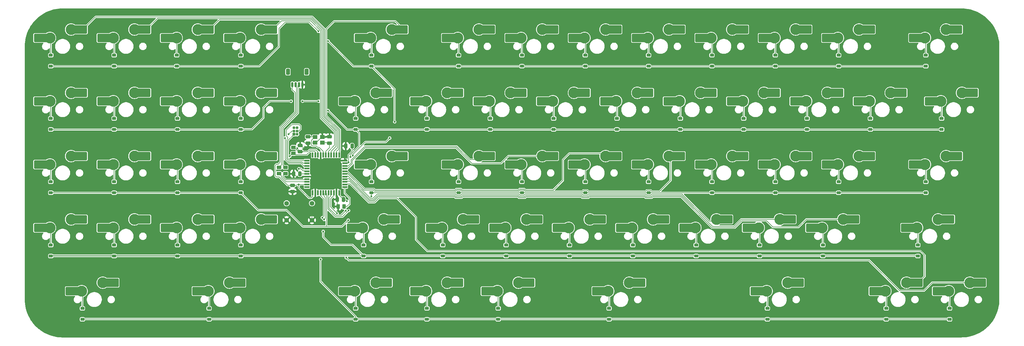
<source format=gbr>
%TF.GenerationSoftware,KiCad,Pcbnew,8.0.6*%
%TF.CreationDate,2024-12-20T15:57:00-07:00*%
%TF.ProjectId,tabesco-48,74616265-7363-46f2-9d34-382e6b696361,rev?*%
%TF.SameCoordinates,Original*%
%TF.FileFunction,Copper,L2,Bot*%
%TF.FilePolarity,Positive*%
%FSLAX46Y46*%
G04 Gerber Fmt 4.6, Leading zero omitted, Abs format (unit mm)*
G04 Created by KiCad (PCBNEW 8.0.6) date 2024-12-20 15:57:00*
%MOMM*%
%LPD*%
G01*
G04 APERTURE LIST*
G04 Aperture macros list*
%AMRoundRect*
0 Rectangle with rounded corners*
0 $1 Rounding radius*
0 $2 $3 $4 $5 $6 $7 $8 $9 X,Y pos of 4 corners*
0 Add a 4 corners polygon primitive as box body*
4,1,4,$2,$3,$4,$5,$6,$7,$8,$9,$2,$3,0*
0 Add four circle primitives for the rounded corners*
1,1,$1+$1,$2,$3*
1,1,$1+$1,$4,$5*
1,1,$1+$1,$6,$7*
1,1,$1+$1,$8,$9*
0 Add four rect primitives between the rounded corners*
20,1,$1+$1,$2,$3,$4,$5,0*
20,1,$1+$1,$4,$5,$6,$7,0*
20,1,$1+$1,$6,$7,$8,$9,0*
20,1,$1+$1,$8,$9,$2,$3,0*%
G04 Aperture macros list end*
%TA.AperFunction,SMDPad,CuDef*%
%ADD10RoundRect,0.225000X0.375000X-0.225000X0.375000X0.225000X-0.375000X0.225000X-0.375000X-0.225000X0*%
%TD*%
%TA.AperFunction,ComponentPad*%
%ADD11C,3.300000*%
%TD*%
%TA.AperFunction,SMDPad,CuDef*%
%ADD12R,1.650000X2.500000*%
%TD*%
%TA.AperFunction,SMDPad,CuDef*%
%ADD13RoundRect,0.250000X1.025000X1.000000X-1.025000X1.000000X-1.025000X-1.000000X1.025000X-1.000000X0*%
%TD*%
%TA.AperFunction,SMDPad,CuDef*%
%ADD14RoundRect,0.250000X0.262500X0.450000X-0.262500X0.450000X-0.262500X-0.450000X0.262500X-0.450000X0*%
%TD*%
%TA.AperFunction,SMDPad,CuDef*%
%ADD15RoundRect,0.250000X0.250000X0.475000X-0.250000X0.475000X-0.250000X-0.475000X0.250000X-0.475000X0*%
%TD*%
%TA.AperFunction,SMDPad,CuDef*%
%ADD16RoundRect,0.250000X0.475000X-0.250000X0.475000X0.250000X-0.475000X0.250000X-0.475000X-0.250000X0*%
%TD*%
%TA.AperFunction,SMDPad,CuDef*%
%ADD17R,1.500000X0.550000*%
%TD*%
%TA.AperFunction,SMDPad,CuDef*%
%ADD18R,0.550000X1.500000*%
%TD*%
%TA.AperFunction,SMDPad,CuDef*%
%ADD19R,1.400000X1.200000*%
%TD*%
%TA.AperFunction,SMDPad,CuDef*%
%ADD20RoundRect,0.250000X-0.475000X0.250000X-0.475000X-0.250000X0.475000X-0.250000X0.475000X0.250000X0*%
%TD*%
%TA.AperFunction,SMDPad,CuDef*%
%ADD21RoundRect,0.250000X-0.450000X0.262500X-0.450000X-0.262500X0.450000X-0.262500X0.450000X0.262500X0*%
%TD*%
%TA.AperFunction,ComponentPad*%
%ADD22C,1.397000*%
%TD*%
%TA.AperFunction,ComponentPad*%
%ADD23R,0.850000X0.850000*%
%TD*%
%TA.AperFunction,ComponentPad*%
%ADD24O,0.850000X0.850000*%
%TD*%
%TA.AperFunction,SMDPad,CuDef*%
%ADD25RoundRect,0.150000X-0.150000X-0.625000X0.150000X-0.625000X0.150000X0.625000X-0.150000X0.625000X0*%
%TD*%
%TA.AperFunction,SMDPad,CuDef*%
%ADD26RoundRect,0.250000X-0.350000X-0.650000X0.350000X-0.650000X0.350000X0.650000X-0.350000X0.650000X0*%
%TD*%
%TA.AperFunction,SMDPad,CuDef*%
%ADD27RoundRect,0.250000X0.450000X-0.262500X0.450000X0.262500X-0.450000X0.262500X-0.450000X-0.262500X0*%
%TD*%
%TA.AperFunction,ViaPad*%
%ADD28C,0.600000*%
%TD*%
%TA.AperFunction,ViaPad*%
%ADD29C,0.500000*%
%TD*%
%TA.AperFunction,Conductor*%
%ADD30C,0.200000*%
%TD*%
G04 APERTURE END LIST*
D10*
%TO.P,D23,1,K*%
%TO.N,/row1*%
X316318998Y-134947623D03*
%TO.P,D23,2,A*%
%TO.N,Net-(D23-A)*%
X316318998Y-131647623D03*
%TD*%
D11*
%TO.P,MX56,1,1*%
%TO.N,Net-(D56-A)*%
X220830873Y-183604498D03*
D12*
X219005873Y-183604498D03*
D13*
X217280873Y-183604498D03*
%TO.P,MX56,2,2*%
%TO.N,/col5*%
X230730873Y-181064498D03*
D12*
X228980873Y-181064498D03*
D11*
X227180873Y-181064498D03*
%TD*%
%TO.P,MX1,1,1*%
%TO.N,Net-(D1-A)*%
X126771498Y-107404498D03*
D12*
X124946498Y-107404498D03*
D13*
X123221498Y-107404498D03*
%TO.P,MX1,2,2*%
%TO.N,/col1*%
X136671498Y-104864498D03*
D12*
X134921498Y-104864498D03*
D11*
X133121498Y-104864498D03*
%TD*%
D10*
%TO.P,D0,1,K*%
%TO.N,/row0*%
X107959623Y-115897623D03*
%TO.P,D0,2,A*%
%TO.N,Net-(D0-A)*%
X107959623Y-112597623D03*
%TD*%
D11*
%TO.P,MX59,1,1*%
%TO.N,Net-(D59-A)*%
X323224623Y-183604498D03*
D12*
X321399623Y-183604498D03*
D13*
X319674623Y-183604498D03*
%TO.P,MX59,2,2*%
%TO.N,/col10*%
X333124623Y-181064498D03*
D12*
X331374623Y-181064498D03*
D11*
X329574623Y-181064498D03*
%TD*%
D10*
%TO.P,D39,1,K*%
%TO.N,/row2*%
X371087748Y-153997623D03*
%TO.P,D39,2,A*%
%TO.N,Net-(D39-A)*%
X371087748Y-150697623D03*
%TD*%
%TO.P,D56,1,K*%
%TO.N,/row4*%
X221068998Y-192097623D03*
%TO.P,D56,2,A*%
%TO.N,Net-(D56-A)*%
X221068998Y-188797623D03*
%TD*%
%TO.P,D4,1,K*%
%TO.N,/row0*%
X204400248Y-115897623D03*
%TO.P,D4,2,A*%
%TO.N,Net-(D4-A)*%
X204400248Y-112597623D03*
%TD*%
D14*
%TO.P,R3,1*%
%TO.N,Net-(U1-~{HWB}{slash}PE2)*%
X196182748Y-158170748D03*
%TO.P,R3,2*%
%TO.N,GND*%
X194357748Y-158170748D03*
%TD*%
D11*
%TO.P,MX46,1,1*%
%TO.N,Net-(D46-A)*%
X244643373Y-164554498D03*
D12*
X242818373Y-164554498D03*
D13*
X241093373Y-164554498D03*
%TO.P,MX46,2,2*%
%TO.N,/col6*%
X254543373Y-162014498D03*
D12*
X252793373Y-162014498D03*
D11*
X250993373Y-162014498D03*
%TD*%
D10*
%TO.P,D45,1,K*%
%TO.N,/row3*%
X225831498Y-173047623D03*
%TO.P,D45,2,A*%
%TO.N,Net-(D45-A)*%
X225831498Y-169747623D03*
%TD*%
%TO.P,D36,1,K*%
%TO.N,/row2*%
X306793998Y-153997623D03*
%TO.P,D36,2,A*%
%TO.N,Net-(D36-A)*%
X306793998Y-150697623D03*
%TD*%
D11*
%TO.P,MX2,1,1*%
%TO.N,Net-(D2-A)*%
X145821498Y-107404498D03*
D12*
X143996498Y-107404498D03*
D13*
X142271498Y-107404498D03*
%TO.P,MX2,2,2*%
%TO.N,/col2*%
X155721498Y-104864498D03*
D12*
X153971498Y-104864498D03*
D11*
X152171498Y-104864498D03*
%TD*%
D15*
%TO.P,C6,1*%
%TO.N,Net-(U1-UCAP)*%
X182891500Y-148294500D03*
%TO.P,C6,2*%
%TO.N,GND*%
X180991500Y-148294500D03*
%TD*%
D11*
%TO.P,MX58,1,1*%
%TO.N,Net-(D58-A)*%
X275599623Y-183604498D03*
D12*
X273774623Y-183604498D03*
D13*
X272049623Y-183604498D03*
%TO.P,MX58,2,2*%
%TO.N,/col8*%
X285499623Y-181064498D03*
D12*
X283749623Y-181064498D03*
D11*
X281949623Y-181064498D03*
%TD*%
D10*
%TO.P,D52,1,K*%
%TO.N,/row3*%
X368706498Y-173047623D03*
%TO.P,D52,2,A*%
%TO.N,Net-(D52-A)*%
X368706498Y-169747623D03*
%TD*%
%TO.P,D10,1,K*%
%TO.N,/row0*%
X325843998Y-115897623D03*
%TO.P,D10,2,A*%
%TO.N,Net-(D10-A)*%
X325843998Y-112597623D03*
%TD*%
D11*
%TO.P,MX8,1,1*%
%TO.N,Net-(D8-A)*%
X287505873Y-107404498D03*
D12*
X285680873Y-107404498D03*
D13*
X283955873Y-107404498D03*
%TO.P,MX8,2,2*%
%TO.N,/col8*%
X297405873Y-104864498D03*
D12*
X295655873Y-104864498D03*
D11*
X293855873Y-104864498D03*
%TD*%
%TO.P,MX50,1,1*%
%TO.N,Net-(D50-A)*%
X320843373Y-164554498D03*
D12*
X319018373Y-164554498D03*
D13*
X317293373Y-164554498D03*
%TO.P,MX50,2,2*%
%TO.N,/col10*%
X330743373Y-162014498D03*
D12*
X328993373Y-162014498D03*
D11*
X327193373Y-162014498D03*
%TD*%
D10*
%TO.P,D30,1,K*%
%TO.N,/row2*%
X165109623Y-153997623D03*
%TO.P,D30,2,A*%
%TO.N,Net-(D30-A)*%
X165109623Y-150697623D03*
%TD*%
%TO.P,D57,1,K*%
%TO.N,/row4*%
X242500248Y-192097623D03*
%TO.P,D57,2,A*%
%TO.N,Net-(D57-A)*%
X242500248Y-188797623D03*
%TD*%
%TO.P,D34,1,K*%
%TO.N,/row2*%
X268693998Y-153997623D03*
%TO.P,D34,2,A*%
%TO.N,Net-(D34-A)*%
X268693998Y-150697623D03*
%TD*%
%TO.P,D37,1,K*%
%TO.N,/row2*%
X325843998Y-153997623D03*
%TO.P,D37,2,A*%
%TO.N,Net-(D37-A)*%
X325843998Y-150697623D03*
%TD*%
D11*
%TO.P,MX42,1,1*%
%TO.N,Net-(D42-A)*%
X145821498Y-164554498D03*
D12*
X143996498Y-164554498D03*
D13*
X142271498Y-164554498D03*
%TO.P,MX42,2,2*%
%TO.N,/col2*%
X155721498Y-162014498D03*
D12*
X153971498Y-162014498D03*
D11*
X152171498Y-162014498D03*
%TD*%
%TO.P,MX41,1,1*%
%TO.N,Net-(D41-A)*%
X126771498Y-164554498D03*
D12*
X124946498Y-164554498D03*
D13*
X123221498Y-164554498D03*
%TO.P,MX41,2,2*%
%TO.N,/col1*%
X136671498Y-162014498D03*
D12*
X134921498Y-162014498D03*
D11*
X133121498Y-162014498D03*
%TD*%
%TO.P,MX12,1,1*%
%TO.N,Net-(D12-A)*%
X370849623Y-107404498D03*
D12*
X369024623Y-107404498D03*
D13*
X367299623Y-107404498D03*
%TO.P,MX12,2,2*%
%TO.N,/col13*%
X380749623Y-104864498D03*
D12*
X378999623Y-104864498D03*
D11*
X377199623Y-104864498D03*
%TD*%
%TO.P,MX52,1,1*%
%TO.N,Net-(D52-A)*%
X368468373Y-164554498D03*
D12*
X366643373Y-164554498D03*
D13*
X364918373Y-164554498D03*
%TO.P,MX52,2,2*%
%TO.N,/col13*%
X378368373Y-162014498D03*
D12*
X376618373Y-162014498D03*
D11*
X374818373Y-162014498D03*
%TD*%
D10*
%TO.P,D44,1,K*%
%TO.N,/row3*%
X202018998Y-173047623D03*
%TO.P,D44,2,A*%
%TO.N,Net-(D44-A)*%
X202018998Y-169747623D03*
%TD*%
%TO.P,D41,1,K*%
%TO.N,/row3*%
X127009623Y-173047623D03*
%TO.P,D41,2,A*%
%TO.N,Net-(D41-A)*%
X127009623Y-169747623D03*
%TD*%
%TO.P,D33,1,K*%
%TO.N,/row2*%
X249643998Y-153997623D03*
%TO.P,D33,2,A*%
%TO.N,Net-(D33-A)*%
X249643998Y-150697623D03*
%TD*%
%TO.P,D40,1,K*%
%TO.N,/row3*%
X107959623Y-173047623D03*
%TO.P,D40,2,A*%
%TO.N,Net-(D40-A)*%
X107959623Y-169747623D03*
%TD*%
%TO.P,D24,1,K*%
%TO.N,/row1*%
X335368998Y-134947623D03*
%TO.P,D24,2,A*%
%TO.N,Net-(D24-A)*%
X335368998Y-131647623D03*
%TD*%
D11*
%TO.P,MX40,1,1*%
%TO.N,Net-(D40-A)*%
X107721498Y-164554498D03*
D12*
X105896498Y-164554498D03*
D13*
X104171498Y-164554498D03*
%TO.P,MX40,2,2*%
%TO.N,/col0*%
X117621498Y-162014498D03*
D12*
X115871498Y-162014498D03*
D11*
X114071498Y-162014498D03*
%TD*%
D10*
%TO.P,D5,1,K*%
%TO.N,/row0*%
X230593998Y-115897623D03*
%TO.P,D5,2,A*%
%TO.N,Net-(D5-A)*%
X230593998Y-112597623D03*
%TD*%
%TO.P,D59,1,K*%
%TO.N,/row4*%
X323462748Y-192097623D03*
%TO.P,D59,2,A*%
%TO.N,Net-(D59-A)*%
X323462748Y-188797623D03*
%TD*%
D16*
%TO.P,C5,1*%
%TO.N,GND*%
X185345248Y-139050748D03*
%TO.P,C5,2*%
%TO.N,Net-(U1-XTAL2)*%
X185345248Y-137150748D03*
%TD*%
D11*
%TO.P,MX54,1,1*%
%TO.N,Net-(D54-A)*%
X155346498Y-183604498D03*
D12*
X153521498Y-183604498D03*
D13*
X151796498Y-183604498D03*
%TO.P,MX54,2,2*%
%TO.N,/col2*%
X165246498Y-181064498D03*
D12*
X163496498Y-181064498D03*
D11*
X161696498Y-181064498D03*
%TD*%
%TO.P,MX35,1,1*%
%TO.N,Net-(D35-A)*%
X287505873Y-145504498D03*
D12*
X285680873Y-145504498D03*
D13*
X283955873Y-145504498D03*
%TO.P,MX35,2,2*%
%TO.N,/col8*%
X297405873Y-142964498D03*
D12*
X295655873Y-142964498D03*
D11*
X293855873Y-142964498D03*
%TD*%
%TO.P,MX28,1,1*%
%TO.N,Net-(D28-A)*%
X126771498Y-145504498D03*
D12*
X124946498Y-145504498D03*
D13*
X123221498Y-145504498D03*
%TO.P,MX28,2,2*%
%TO.N,/col1*%
X136671498Y-142964498D03*
D12*
X134921498Y-142964498D03*
D11*
X133121498Y-142964498D03*
%TD*%
D10*
%TO.P,D6,1,K*%
%TO.N,/row0*%
X249643998Y-115897623D03*
%TO.P,D6,2,A*%
%TO.N,Net-(D6-A)*%
X249643998Y-112597623D03*
%TD*%
D15*
%TO.P,C0,1*%
%TO.N,+5V*%
X198589000Y-139946375D03*
%TO.P,C0,2*%
%TO.N,GND*%
X196689000Y-139946375D03*
%TD*%
D17*
%TO.P,U1,1,PE6*%
%TO.N,unconnected-(U1-PE6-Pad1)*%
X184990248Y-152320748D03*
%TO.P,U1,2,UVCC*%
%TO.N,+5V*%
X184990248Y-151520748D03*
%TO.P,U1,3,D-*%
%TO.N,Net-(U1-D-)*%
X184990248Y-150720748D03*
%TO.P,U1,4,D+*%
%TO.N,Net-(U1-D+)*%
X184990248Y-149920748D03*
%TO.P,U1,5,UGND*%
%TO.N,GND*%
X184990248Y-149120748D03*
%TO.P,U1,6,UCAP*%
%TO.N,Net-(U1-UCAP)*%
X184990248Y-148320748D03*
%TO.P,U1,7,VBUS*%
%TO.N,+5V*%
X184990248Y-147520748D03*
%TO.P,U1,8,PB0*%
%TO.N,unconnected-(U1-PB0-Pad8)*%
X184990248Y-146720748D03*
%TO.P,U1,9,PB1*%
%TO.N,SCK*%
X184990248Y-145920748D03*
%TO.P,U1,10,PB2*%
%TO.N,MOSI*%
X184990248Y-145120748D03*
%TO.P,U1,11,PB3*%
%TO.N,MISO*%
X184990248Y-144320748D03*
D18*
%TO.P,U1,12,PB7*%
%TO.N,unconnected-(U1-PB7-Pad12)*%
X186690248Y-142620748D03*
%TO.P,U1,13,~{RESET}*%
%TO.N,RST*%
X187490248Y-142620748D03*
%TO.P,U1,14,VCC*%
%TO.N,+5V*%
X188290248Y-142620748D03*
%TO.P,U1,15,GND*%
%TO.N,GND*%
X189090248Y-142620748D03*
%TO.P,U1,16,XTAL2*%
%TO.N,Net-(U1-XTAL2)*%
X189890248Y-142620748D03*
%TO.P,U1,17,XTAL1*%
%TO.N,Net-(U1-XTAL1)*%
X190690248Y-142620748D03*
%TO.P,U1,18,PD0*%
%TO.N,/col3*%
X191490248Y-142620748D03*
%TO.P,U1,19,PD1*%
%TO.N,/col2*%
X192290248Y-142620748D03*
%TO.P,U1,20,PD2*%
%TO.N,/col1*%
X193090248Y-142620748D03*
%TO.P,U1,21,PD3*%
%TO.N,/col0*%
X193890248Y-142620748D03*
%TO.P,U1,22,PD5*%
%TO.N,/col4*%
X194690248Y-142620748D03*
D17*
%TO.P,U1,23,GND*%
%TO.N,GND*%
X196390248Y-144320748D03*
%TO.P,U1,24,AVCC*%
%TO.N,+5V*%
X196390248Y-145120748D03*
%TO.P,U1,25,PD4*%
%TO.N,/col5*%
X196390248Y-145920748D03*
%TO.P,U1,26,PD6*%
%TO.N,/col6*%
X196390248Y-146720748D03*
%TO.P,U1,27,PD7*%
%TO.N,/col7*%
X196390248Y-147520748D03*
%TO.P,U1,28,PB4*%
%TO.N,/col8*%
X196390248Y-148320748D03*
%TO.P,U1,29,PB5*%
%TO.N,/col9*%
X196390248Y-149120748D03*
%TO.P,U1,30,PB6*%
%TO.N,/col10*%
X196390248Y-149920748D03*
%TO.P,U1,31,PC6*%
%TO.N,/col11*%
X196390248Y-150720748D03*
%TO.P,U1,32,PC7*%
%TO.N,/col12*%
X196390248Y-151520748D03*
%TO.P,U1,33,~{HWB}/PE2*%
%TO.N,Net-(U1-~{HWB}{slash}PE2)*%
X196390248Y-152320748D03*
D18*
%TO.P,U1,34,VCC*%
%TO.N,+5V*%
X194690248Y-154020748D03*
%TO.P,U1,35,GND*%
%TO.N,GND*%
X193890248Y-154020748D03*
%TO.P,U1,36,PF7*%
%TO.N,/col13*%
X193090248Y-154020748D03*
%TO.P,U1,37,PF6*%
%TO.N,/row1*%
X192290248Y-154020748D03*
%TO.P,U1,38,PF5*%
%TO.N,/row0*%
X191490248Y-154020748D03*
%TO.P,U1,39,PF4*%
%TO.N,/row2*%
X190690248Y-154020748D03*
%TO.P,U1,40,PF1*%
%TO.N,/row3*%
X189890248Y-154020748D03*
%TO.P,U1,41,PF0*%
%TO.N,/row4*%
X189090248Y-154020748D03*
%TO.P,U1,42,AREF*%
%TO.N,unconnected-(U1-AREF-Pad42)*%
X188290248Y-154020748D03*
%TO.P,U1,43,GND*%
%TO.N,GND*%
X187490248Y-154020748D03*
%TO.P,U1,44,AVCC*%
%TO.N,+5V*%
X186690248Y-154020748D03*
%TD*%
D10*
%TO.P,D51,1,K*%
%TO.N,/row3*%
X340131498Y-173047623D03*
%TO.P,D51,2,A*%
%TO.N,Net-(D51-A)*%
X340131498Y-169747623D03*
%TD*%
%TO.P,D1,1,K*%
%TO.N,/row0*%
X127009623Y-115897623D03*
%TO.P,D1,2,A*%
%TO.N,Net-(D1-A)*%
X127009623Y-112597623D03*
%TD*%
%TO.P,D3,1,K*%
%TO.N,/row0*%
X165109623Y-115897623D03*
%TO.P,D3,2,A*%
%TO.N,Net-(D3-A)*%
X165109623Y-112597623D03*
%TD*%
D19*
%TO.P,Y0,1,1*%
%TO.N,Net-(U1-XTAL1)*%
X189665248Y-138950748D03*
%TO.P,Y0,2,2*%
%TO.N,GND*%
X187465248Y-138950748D03*
%TO.P,Y0,3,3*%
%TO.N,Net-(U1-XTAL2)*%
X187465248Y-137250748D03*
%TO.P,Y0,4,4*%
%TO.N,GND*%
X189665248Y-137250748D03*
%TD*%
D11*
%TO.P,MX23,1,1*%
%TO.N,Net-(D23-A)*%
X316080873Y-126454498D03*
D12*
X314255873Y-126454498D03*
D13*
X312530873Y-126454498D03*
%TO.P,MX23,2,2*%
%TO.N,/col10*%
X325980873Y-123914498D03*
D12*
X324230873Y-123914498D03*
D11*
X322430873Y-123914498D03*
%TD*%
D10*
%TO.P,D43,1,K*%
%TO.N,/row3*%
X165109623Y-173047623D03*
%TO.P,D43,2,A*%
%TO.N,Net-(D43-A)*%
X165109623Y-169747623D03*
%TD*%
%TO.P,D11,1,K*%
%TO.N,/row0*%
X344893998Y-115897623D03*
%TO.P,D11,2,A*%
%TO.N,Net-(D11-A)*%
X344893998Y-112597623D03*
%TD*%
D11*
%TO.P,MX11,1,1*%
%TO.N,Net-(D11-A)*%
X344655873Y-107404498D03*
D12*
X342830873Y-107404498D03*
D13*
X341105873Y-107404498D03*
%TO.P,MX11,2,2*%
%TO.N,/col11*%
X354555873Y-104864498D03*
D12*
X352805873Y-104864498D03*
D11*
X351005873Y-104864498D03*
%TD*%
%TO.P,MX7,1,1*%
%TO.N,Net-(D7-A)*%
X268455873Y-107404498D03*
D12*
X266630873Y-107404498D03*
D13*
X264905873Y-107404498D03*
%TO.P,MX7,2,2*%
%TO.N,/col7*%
X278355873Y-104864498D03*
D12*
X276605873Y-104864498D03*
D11*
X274805873Y-104864498D03*
%TD*%
D10*
%TO.P,D17,1,K*%
%TO.N,/row1*%
X199637748Y-134947623D03*
%TO.P,D17,2,A*%
%TO.N,Net-(D17-A)*%
X199637748Y-131647623D03*
%TD*%
D11*
%TO.P,MX47,1,1*%
%TO.N,Net-(D47-A)*%
X263693373Y-164554498D03*
D12*
X261868373Y-164554498D03*
D13*
X260143373Y-164554498D03*
%TO.P,MX47,2,2*%
%TO.N,/col7*%
X273593373Y-162014498D03*
D12*
X271843373Y-162014498D03*
D11*
X270043373Y-162014498D03*
%TD*%
%TO.P,MX16,1,1*%
%TO.N,Net-(D16-A)*%
X164871498Y-126454498D03*
D12*
X163046498Y-126454498D03*
D13*
X161321498Y-126454498D03*
%TO.P,MX16,2,2*%
%TO.N,/col3*%
X174771498Y-123914498D03*
D12*
X173021498Y-123914498D03*
D11*
X171221498Y-123914498D03*
%TD*%
%TO.P,MX18,1,1*%
%TO.N,Net-(D18-A)*%
X220830873Y-126454498D03*
D12*
X219005873Y-126454498D03*
D13*
X217280873Y-126454498D03*
%TO.P,MX18,2,2*%
%TO.N,/col5*%
X230730873Y-123914498D03*
D12*
X228980873Y-123914498D03*
D11*
X227180873Y-123914498D03*
%TD*%
D10*
%TO.P,D46,1,K*%
%TO.N,/row3*%
X244881498Y-173047623D03*
%TO.P,D46,2,A*%
%TO.N,Net-(D46-A)*%
X244881498Y-169747623D03*
%TD*%
D11*
%TO.P,MX33,1,1*%
%TO.N,Net-(D33-A)*%
X249405873Y-145504498D03*
D12*
X247580873Y-145504498D03*
D13*
X245855873Y-145504498D03*
%TO.P,MX33,2,2*%
%TO.N,/col6*%
X259305873Y-142964498D03*
D12*
X257555873Y-142964498D03*
D11*
X255755873Y-142964498D03*
%TD*%
%TO.P,MX21,1,1*%
%TO.N,Net-(D21-A)*%
X277980873Y-126454498D03*
D12*
X276155873Y-126454498D03*
D13*
X274430873Y-126454498D03*
%TO.P,MX21,2,2*%
%TO.N,/col8*%
X287880873Y-123914498D03*
D12*
X286130873Y-123914498D03*
D11*
X284330873Y-123914498D03*
%TD*%
%TO.P,MX43,1,1*%
%TO.N,Net-(D43-A)*%
X164871498Y-164554498D03*
D12*
X163046498Y-164554498D03*
D13*
X161321498Y-164554498D03*
%TO.P,MX43,2,2*%
%TO.N,/col3*%
X174771498Y-162014498D03*
D12*
X173021498Y-162014498D03*
D11*
X171221498Y-162014498D03*
%TD*%
%TO.P,MX26,1,1*%
%TO.N,Net-(D26-A)*%
X375612123Y-126454498D03*
D12*
X373787123Y-126454498D03*
D13*
X372062123Y-126454498D03*
%TO.P,MX26,2,2*%
%TO.N,/col13*%
X385512123Y-123914498D03*
D12*
X383762123Y-123914498D03*
D11*
X381962123Y-123914498D03*
%TD*%
D20*
%TO.P,C3,1*%
%TO.N,+5V*%
X180650248Y-151770748D03*
%TO.P,C3,2*%
%TO.N,GND*%
X180650248Y-153670748D03*
%TD*%
D21*
%TO.P,R0,1*%
%TO.N,+5V*%
X180919258Y-140341738D03*
%TO.P,R0,2*%
%TO.N,RST*%
X180919258Y-142166738D03*
%TD*%
D11*
%TO.P,MX48,1,1*%
%TO.N,Net-(D48-A)*%
X282743373Y-164554498D03*
D12*
X280918373Y-164554498D03*
D13*
X279193373Y-164554498D03*
%TO.P,MX48,2,2*%
%TO.N,/col8*%
X292643373Y-162014498D03*
D12*
X290893373Y-162014498D03*
D11*
X289093373Y-162014498D03*
%TD*%
D10*
%TO.P,D18,1,K*%
%TO.N,/row1*%
X221068998Y-134947623D03*
%TO.P,D18,2,A*%
%TO.N,Net-(D18-A)*%
X221068998Y-131647623D03*
%TD*%
D11*
%TO.P,MX20,1,1*%
%TO.N,Net-(D20-A)*%
X258930873Y-126454498D03*
D12*
X257105873Y-126454498D03*
D13*
X255380873Y-126454498D03*
%TO.P,MX20,2,2*%
%TO.N,/col7*%
X268830873Y-123914498D03*
D12*
X267080873Y-123914498D03*
D11*
X265280873Y-123914498D03*
%TD*%
D10*
%TO.P,D53,1,K*%
%TO.N,/row4*%
X117484623Y-192097623D03*
%TO.P,D53,2,A*%
%TO.N,Net-(D53-A)*%
X117484623Y-188797623D03*
%TD*%
%TO.P,D12,1,K*%
%TO.N,/row0*%
X371087748Y-115897623D03*
%TO.P,D12,2,A*%
%TO.N,Net-(D12-A)*%
X371087748Y-112597623D03*
%TD*%
D15*
%TO.P,C2,1*%
%TO.N,+5V*%
X195990248Y-156030748D03*
%TO.P,C2,2*%
%TO.N,GND*%
X194090248Y-156030748D03*
%TD*%
D10*
%TO.P,D14,1,K*%
%TO.N,/row1*%
X127009623Y-134947623D03*
%TO.P,D14,2,A*%
%TO.N,Net-(D14-A)*%
X127009623Y-131647623D03*
%TD*%
D11*
%TO.P,MX51,1,1*%
%TO.N,Net-(D51-A)*%
X339893373Y-164554498D03*
D12*
X338068373Y-164554498D03*
D13*
X336343373Y-164554498D03*
%TO.P,MX51,2,2*%
%TO.N,/col11*%
X349793373Y-162014498D03*
D12*
X348043373Y-162014498D03*
D11*
X346243373Y-162014498D03*
%TD*%
%TO.P,MX53,1,1*%
%TO.N,Net-(D53-A)*%
X117246498Y-183604498D03*
D12*
X115421498Y-183604498D03*
D13*
X113696498Y-183604498D03*
%TO.P,MX53,2,2*%
%TO.N,/col0*%
X127146498Y-181064498D03*
D12*
X125396498Y-181064498D03*
D11*
X123596498Y-181064498D03*
%TD*%
%TO.P,MX0,1,1*%
%TO.N,Net-(D0-A)*%
X107721498Y-107404498D03*
D12*
X105896498Y-107404498D03*
D13*
X104171498Y-107404498D03*
%TO.P,MX0,2,2*%
%TO.N,/col0*%
X117621498Y-104864498D03*
D12*
X115871498Y-104864498D03*
D11*
X114071498Y-104864498D03*
%TD*%
%TO.P,MX38,1,1*%
%TO.N,Net-(D38-A)*%
X344655873Y-145504498D03*
D12*
X342830873Y-145504498D03*
D13*
X341105873Y-145504498D03*
%TO.P,MX38,2,2*%
%TO.N,/col11*%
X354555873Y-142964498D03*
D12*
X352805873Y-142964498D03*
D11*
X351005873Y-142964498D03*
%TD*%
D16*
%TO.P,C1,1*%
%TO.N,+5V*%
X182979258Y-141634238D03*
%TO.P,C1,2*%
%TO.N,GND*%
X182979258Y-139734238D03*
%TD*%
D11*
%TO.P,MX36,1,1*%
%TO.N,Net-(D36-A)*%
X306555873Y-145504498D03*
D12*
X304730873Y-145504498D03*
D13*
X303005873Y-145504498D03*
%TO.P,MX36,2,2*%
%TO.N,/col9*%
X316455873Y-142964498D03*
D12*
X314705873Y-142964498D03*
D11*
X312905873Y-142964498D03*
%TD*%
%TO.P,MX13,1,1*%
%TO.N,Net-(D13-A)*%
X107721498Y-126454498D03*
D12*
X105896498Y-126454498D03*
D13*
X104171498Y-126454498D03*
%TO.P,MX13,2,2*%
%TO.N,/col0*%
X117621498Y-123914498D03*
D12*
X115871498Y-123914498D03*
D11*
X114071498Y-123914498D03*
%TD*%
%TO.P,MX57,1,1*%
%TO.N,Net-(D57-A)*%
X242262123Y-183604498D03*
D12*
X240437123Y-183604498D03*
D13*
X238712123Y-183604498D03*
%TO.P,MX57,2,2*%
%TO.N,/col6*%
X252162123Y-181064498D03*
D12*
X250412123Y-181064498D03*
D11*
X248612123Y-181064498D03*
%TD*%
%TO.P,MX15,1,1*%
%TO.N,Net-(D15-A)*%
X145821498Y-126454498D03*
D12*
X143996498Y-126454498D03*
D13*
X142271498Y-126454498D03*
%TO.P,MX15,2,2*%
%TO.N,/col2*%
X155721498Y-123914498D03*
D12*
X153971498Y-123914498D03*
D11*
X152171498Y-123914498D03*
%TD*%
D10*
%TO.P,D27,1,K*%
%TO.N,/row2*%
X107959623Y-153997623D03*
%TO.P,D27,2,A*%
%TO.N,Net-(D27-A)*%
X107959623Y-150697623D03*
%TD*%
D22*
%TO.P,SW0,1,1*%
%TO.N,GND*%
X178890248Y-162250748D03*
X186510248Y-162250748D03*
%TO.P,SW0,2,2*%
%TO.N,RST*%
X178890248Y-157170748D03*
X186510248Y-157170748D03*
%TD*%
D11*
%TO.P,MX24,1,1*%
%TO.N,Net-(D24-A)*%
X335130873Y-126454498D03*
D12*
X333305873Y-126454498D03*
D13*
X331580873Y-126454498D03*
%TO.P,MX24,2,2*%
%TO.N,/col11*%
X345030873Y-123914498D03*
D12*
X343280873Y-123914498D03*
D11*
X341480873Y-123914498D03*
%TD*%
D10*
%TO.P,D31,1,K*%
%TO.N,/row2*%
X204400248Y-153997623D03*
%TO.P,D31,2,A*%
%TO.N,Net-(D31-A)*%
X204400248Y-150697623D03*
%TD*%
D11*
%TO.P,MX17,1,1*%
%TO.N,Net-(D17-A)*%
X199399623Y-126454498D03*
D12*
X197574623Y-126454498D03*
D13*
X195849623Y-126454498D03*
%TO.P,MX17,2,2*%
%TO.N,/col4*%
X209299623Y-123914498D03*
D12*
X207549623Y-123914498D03*
D11*
X205749623Y-123914498D03*
%TD*%
D20*
%TO.P,C4,1*%
%TO.N,GND*%
X191795248Y-137150748D03*
%TO.P,C4,2*%
%TO.N,Net-(U1-XTAL1)*%
X191795248Y-139050748D03*
%TD*%
D11*
%TO.P,MX19,1,1*%
%TO.N,Net-(D19-A)*%
X239880873Y-126454498D03*
D12*
X238055873Y-126454498D03*
D13*
X236330873Y-126454498D03*
%TO.P,MX19,2,2*%
%TO.N,/col6*%
X249780873Y-123914498D03*
D12*
X248030873Y-123914498D03*
D11*
X246230873Y-123914498D03*
%TD*%
D10*
%TO.P,D25,1,K*%
%TO.N,/row1*%
X354418998Y-134947623D03*
%TO.P,D25,2,A*%
%TO.N,Net-(D25-A)*%
X354418998Y-131647623D03*
%TD*%
D11*
%TO.P,MX14,1,1*%
%TO.N,Net-(D14-A)*%
X126771498Y-126454498D03*
D12*
X124946498Y-126454498D03*
D13*
X123221498Y-126454498D03*
%TO.P,MX14,2,2*%
%TO.N,/col1*%
X136671498Y-123914498D03*
D12*
X134921498Y-123914498D03*
D11*
X133121498Y-123914498D03*
%TD*%
D10*
%TO.P,D16,1,K*%
%TO.N,/row1*%
X165109623Y-134947623D03*
%TO.P,D16,2,A*%
%TO.N,Net-(D16-A)*%
X165109623Y-131647623D03*
%TD*%
D11*
%TO.P,MX39,1,1*%
%TO.N,Net-(D39-A)*%
X370849623Y-145504498D03*
D12*
X369024623Y-145504498D03*
D13*
X367299623Y-145504498D03*
%TO.P,MX39,2,2*%
%TO.N,/col13*%
X380749623Y-142964498D03*
D12*
X378999623Y-142964498D03*
D11*
X377199623Y-142964498D03*
%TD*%
D10*
%TO.P,D28,1,K*%
%TO.N,/row2*%
X127009623Y-153997623D03*
%TO.P,D28,2,A*%
%TO.N,Net-(D28-A)*%
X127009623Y-150697623D03*
%TD*%
%TO.P,D9,1,K*%
%TO.N,/row0*%
X306793998Y-115897623D03*
%TO.P,D9,2,A*%
%TO.N,Net-(D9-A)*%
X306793998Y-112597623D03*
%TD*%
D23*
%TO.P,J0,1,MISO*%
%TO.N,MISO*%
X181049258Y-136404238D03*
D24*
%TO.P,J0,2,VCC*%
%TO.N,+5V*%
X182049258Y-136404238D03*
%TO.P,J0,3,SCK*%
%TO.N,SCK*%
X181049258Y-135404238D03*
%TO.P,J0,4,MOSI*%
%TO.N,MOSI*%
X182049258Y-135404238D03*
%TO.P,J0,5,~{RST}*%
%TO.N,RST*%
X181049258Y-134404238D03*
%TO.P,J0,6,GND*%
%TO.N,GND*%
X182049258Y-134404238D03*
%TD*%
D10*
%TO.P,D15,1,K*%
%TO.N,/row1*%
X146059623Y-134947623D03*
%TO.P,D15,2,A*%
%TO.N,Net-(D15-A)*%
X146059623Y-131647623D03*
%TD*%
%TO.P,D61,1,K*%
%TO.N,/row4*%
X378231498Y-192097623D03*
%TO.P,D61,2,A*%
%TO.N,Net-(D61-A)*%
X378231498Y-188797623D03*
%TD*%
D11*
%TO.P,MX9,1,1*%
%TO.N,Net-(D9-A)*%
X306555873Y-107404498D03*
D12*
X304730873Y-107404498D03*
D13*
X303005873Y-107404498D03*
%TO.P,MX9,2,2*%
%TO.N,/col9*%
X316455873Y-104864498D03*
D12*
X314705873Y-104864498D03*
D11*
X312905873Y-104864498D03*
%TD*%
%TO.P,MX27,1,1*%
%TO.N,Net-(D27-A)*%
X107721498Y-145504498D03*
D12*
X105896498Y-145504498D03*
D13*
X104171498Y-145504498D03*
%TO.P,MX27,2,2*%
%TO.N,/col0*%
X117621498Y-142964498D03*
D12*
X115871498Y-142964498D03*
D11*
X114071498Y-142964498D03*
%TD*%
D10*
%TO.P,D8,1,K*%
%TO.N,/row0*%
X287743998Y-115897623D03*
%TO.P,D8,2,A*%
%TO.N,Net-(D8-A)*%
X287743998Y-112597623D03*
%TD*%
D11*
%TO.P,MX25,1,1*%
%TO.N,Net-(D25-A)*%
X354180873Y-126454498D03*
D12*
X352355873Y-126454498D03*
D13*
X350630873Y-126454498D03*
%TO.P,MX25,2,2*%
%TO.N,/col12*%
X364080873Y-123914498D03*
D12*
X362330873Y-123914498D03*
D11*
X360530873Y-123914498D03*
%TD*%
D10*
%TO.P,D50,1,K*%
%TO.N,/row3*%
X321081498Y-173047623D03*
%TO.P,D50,2,A*%
%TO.N,Net-(D50-A)*%
X321081498Y-169747623D03*
%TD*%
D11*
%TO.P,MX32,1,1*%
%TO.N,Net-(D32-A)*%
X230355873Y-145504498D03*
D12*
X228530873Y-145504498D03*
D13*
X226805873Y-145504498D03*
%TO.P,MX32,2,2*%
%TO.N,/col5*%
X240255873Y-142964498D03*
D12*
X238505873Y-142964498D03*
D11*
X236705873Y-142964498D03*
%TD*%
%TO.P,MX29,1,1*%
%TO.N,Net-(D29-A)*%
X145821498Y-145504498D03*
D12*
X143996498Y-145504498D03*
D13*
X142271498Y-145504498D03*
%TO.P,MX29,2,2*%
%TO.N,/col2*%
X155721498Y-142964498D03*
D12*
X153971498Y-142964498D03*
D11*
X152171498Y-142964498D03*
%TD*%
D10*
%TO.P,D55,1,K*%
%TO.N,/row4*%
X199637748Y-192097623D03*
%TO.P,D55,2,A*%
%TO.N,Net-(D55-A)*%
X199637748Y-188797623D03*
%TD*%
D11*
%TO.P,MX55,1,1*%
%TO.N,Net-(D55-A)*%
X199399623Y-183604498D03*
D12*
X197574623Y-183604498D03*
D13*
X195849623Y-183604498D03*
%TO.P,MX55,2,2*%
%TO.N,/col4*%
X209299623Y-181064498D03*
D12*
X207549623Y-181064498D03*
D11*
X205749623Y-181064498D03*
%TD*%
%TO.P,MX4,1,1*%
%TO.N,Net-(D4-A)*%
X204162123Y-107404498D03*
D12*
X202337123Y-107404498D03*
D13*
X200612123Y-107404498D03*
%TO.P,MX4,2,2*%
%TO.N,/col4*%
X214062123Y-104864498D03*
D12*
X212312123Y-104864498D03*
D11*
X210512123Y-104864498D03*
%TD*%
D10*
%TO.P,D47,1,K*%
%TO.N,/row3*%
X263931498Y-173047623D03*
%TO.P,D47,2,A*%
%TO.N,Net-(D47-A)*%
X263931498Y-169747623D03*
%TD*%
D11*
%TO.P,MX31,1,1*%
%TO.N,Net-(D31-A)*%
X204162123Y-145504498D03*
D12*
X202337123Y-145504498D03*
D13*
X200612123Y-145504498D03*
%TO.P,MX31,2,2*%
%TO.N,/col4*%
X214062123Y-142964498D03*
D12*
X212312123Y-142964498D03*
D11*
X210512123Y-142964498D03*
%TD*%
%TO.P,MX60,1,1*%
%TO.N,Net-(D60-A)*%
X358943373Y-183604498D03*
D12*
X357118373Y-183604498D03*
D13*
X355393373Y-183604498D03*
%TO.P,MX60,2,2*%
%TO.N,/col12*%
X368843373Y-181064498D03*
D12*
X367093373Y-181064498D03*
D11*
X365293373Y-181064498D03*
%TD*%
D10*
%TO.P,D2,1,K*%
%TO.N,/row0*%
X145821498Y-115897623D03*
%TO.P,D2,2,A*%
%TO.N,Net-(D2-A)*%
X145821498Y-112597623D03*
%TD*%
%TO.P,D22,1,K*%
%TO.N,/row1*%
X297268998Y-134947623D03*
%TO.P,D22,2,A*%
%TO.N,Net-(D22-A)*%
X297268998Y-131647623D03*
%TD*%
D11*
%TO.P,MX34,1,1*%
%TO.N,Net-(D34-A)*%
X268455873Y-145504498D03*
D12*
X266630873Y-145504498D03*
D13*
X264905873Y-145504498D03*
%TO.P,MX34,2,2*%
%TO.N,/col7*%
X278355873Y-142964498D03*
D12*
X276605873Y-142964498D03*
D11*
X274805873Y-142964498D03*
%TD*%
D10*
%TO.P,D26,1,K*%
%TO.N,/row1*%
X375850248Y-134947623D03*
%TO.P,D26,2,A*%
%TO.N,Net-(D26-A)*%
X375850248Y-131647623D03*
%TD*%
D11*
%TO.P,MX3,1,1*%
%TO.N,Net-(D3-A)*%
X164871498Y-107404498D03*
D12*
X163046498Y-107404498D03*
D13*
X161321498Y-107404498D03*
%TO.P,MX3,2,2*%
%TO.N,/col3*%
X174771498Y-104864498D03*
D12*
X173021498Y-104864498D03*
D11*
X171221498Y-104864498D03*
%TD*%
D10*
%TO.P,D35,1,K*%
%TO.N,/row2*%
X287743998Y-153997623D03*
%TO.P,D35,2,A*%
%TO.N,Net-(D35-A)*%
X287743998Y-150697623D03*
%TD*%
%TO.P,D42,1,K*%
%TO.N,/row3*%
X146059623Y-173047623D03*
%TO.P,D42,2,A*%
%TO.N,Net-(D42-A)*%
X146059623Y-169747623D03*
%TD*%
D11*
%TO.P,MX5,1,1*%
%TO.N,Net-(D5-A)*%
X230355873Y-107404498D03*
D12*
X228530873Y-107404498D03*
D13*
X226805873Y-107404498D03*
%TO.P,MX5,2,2*%
%TO.N,/col5*%
X240255873Y-104864498D03*
D12*
X238505873Y-104864498D03*
D11*
X236705873Y-104864498D03*
%TD*%
%TO.P,MX45,1,1*%
%TO.N,Net-(D45-A)*%
X225593373Y-164554498D03*
D12*
X223768373Y-164554498D03*
D13*
X222043373Y-164554498D03*
%TO.P,MX45,2,2*%
%TO.N,/col5*%
X235493373Y-162014498D03*
D12*
X233743373Y-162014498D03*
D11*
X231943373Y-162014498D03*
%TD*%
%TO.P,MX44,1,1*%
%TO.N,Net-(D44-A)*%
X201780873Y-164554498D03*
D12*
X199955873Y-164554498D03*
D13*
X198230873Y-164554498D03*
%TO.P,MX44,2,2*%
%TO.N,/col4*%
X211680873Y-162014498D03*
D12*
X209930873Y-162014498D03*
D11*
X208130873Y-162014498D03*
%TD*%
D10*
%TO.P,D20,1,K*%
%TO.N,/row1*%
X259168998Y-134947623D03*
%TO.P,D20,2,A*%
%TO.N,Net-(D20-A)*%
X259168998Y-131647623D03*
%TD*%
D11*
%TO.P,MX37,1,1*%
%TO.N,Net-(D37-A)*%
X325605873Y-145504498D03*
D12*
X323780873Y-145504498D03*
D13*
X322055873Y-145504498D03*
%TO.P,MX37,2,2*%
%TO.N,/col10*%
X335505873Y-142964498D03*
D12*
X333755873Y-142964498D03*
D11*
X331955873Y-142964498D03*
%TD*%
%TO.P,MX61,1,1*%
%TO.N,Net-(D61-A)*%
X377993373Y-183604498D03*
D12*
X376168373Y-183604498D03*
D13*
X374443373Y-183604498D03*
%TO.P,MX61,2,2*%
%TO.N,/col13*%
X387893373Y-181064498D03*
D12*
X386143373Y-181064498D03*
D11*
X384343373Y-181064498D03*
%TD*%
D10*
%TO.P,D21,1,K*%
%TO.N,/row1*%
X278218998Y-134947623D03*
%TO.P,D21,2,A*%
%TO.N,Net-(D21-A)*%
X278218998Y-131647623D03*
%TD*%
D11*
%TO.P,MX6,1,1*%
%TO.N,Net-(D6-A)*%
X249405873Y-107404498D03*
D12*
X247580873Y-107404498D03*
D13*
X245855873Y-107404498D03*
%TO.P,MX6,2,2*%
%TO.N,/col6*%
X259305873Y-104864498D03*
D12*
X257555873Y-104864498D03*
D11*
X255755873Y-104864498D03*
%TD*%
%TO.P,MX10,1,1*%
%TO.N,Net-(D10-A)*%
X325605873Y-107404498D03*
D12*
X323780873Y-107404498D03*
D13*
X322055873Y-107404498D03*
%TO.P,MX10,2,2*%
%TO.N,/col10*%
X335505873Y-104864498D03*
D12*
X333755873Y-104864498D03*
D11*
X331955873Y-104864498D03*
%TD*%
D10*
%TO.P,D48,1,K*%
%TO.N,/row3*%
X282981498Y-173047623D03*
%TO.P,D48,2,A*%
%TO.N,Net-(D48-A)*%
X282981498Y-169747623D03*
%TD*%
%TO.P,D58,1,K*%
%TO.N,/row4*%
X275837748Y-192097623D03*
%TO.P,D58,2,A*%
%TO.N,Net-(D58-A)*%
X275837748Y-188797623D03*
%TD*%
%TO.P,D19,1,K*%
%TO.N,/row1*%
X240118998Y-134947623D03*
%TO.P,D19,2,A*%
%TO.N,Net-(D19-A)*%
X240118998Y-131647623D03*
%TD*%
%TO.P,D7,1,K*%
%TO.N,/row0*%
X268693998Y-115897623D03*
%TO.P,D7,2,A*%
%TO.N,Net-(D7-A)*%
X268693998Y-112597623D03*
%TD*%
D21*
%TO.P,R1,1*%
%TO.N,D+*%
X178521500Y-146372000D03*
%TO.P,R1,2*%
%TO.N,Net-(U1-D+)*%
X178521500Y-148197000D03*
%TD*%
D10*
%TO.P,D54,1,K*%
%TO.N,/row4*%
X155584623Y-192097623D03*
%TO.P,D54,2,A*%
%TO.N,Net-(D54-A)*%
X155584623Y-188797623D03*
%TD*%
D11*
%TO.P,MX49,1,1*%
%TO.N,Net-(D49-A)*%
X301793373Y-164554498D03*
D12*
X299968373Y-164554498D03*
D13*
X298243373Y-164554498D03*
%TO.P,MX49,2,2*%
%TO.N,/col9*%
X311693373Y-162014498D03*
D12*
X309943373Y-162014498D03*
D11*
X308143373Y-162014498D03*
%TD*%
D10*
%TO.P,D38,1,K*%
%TO.N,/row2*%
X344893998Y-153997623D03*
%TO.P,D38,2,A*%
%TO.N,Net-(D38-A)*%
X344893998Y-150697623D03*
%TD*%
D11*
%TO.P,MX30,1,1*%
%TO.N,Net-(D30-A)*%
X164871498Y-145504498D03*
D12*
X163046498Y-145504498D03*
D13*
X161321498Y-145504498D03*
%TO.P,MX30,2,2*%
%TO.N,/col3*%
X174771498Y-142964498D03*
D12*
X173021498Y-142964498D03*
D11*
X171221498Y-142964498D03*
%TD*%
D25*
%TO.P,J1,1,Pin_1*%
%TO.N,+5V*%
X180601500Y-121474500D03*
%TO.P,J1,2,Pin_2*%
%TO.N,D-*%
X181601500Y-121474500D03*
%TO.P,J1,3,Pin_3*%
%TO.N,D+*%
X182601500Y-121474500D03*
%TO.P,J1,4,Pin_4*%
%TO.N,GND*%
X183601500Y-121474500D03*
D26*
%TO.P,J1,MP*%
%TO.N,N/C*%
X179301500Y-117599500D03*
X184901500Y-117599500D03*
%TD*%
D10*
%TO.P,D32,1,K*%
%TO.N,/row2*%
X230593998Y-153997623D03*
%TO.P,D32,2,A*%
%TO.N,Net-(D32-A)*%
X230593998Y-150697623D03*
%TD*%
D11*
%TO.P,MX22,1,1*%
%TO.N,Net-(D22-A)*%
X297030873Y-126454498D03*
D12*
X295205873Y-126454498D03*
D13*
X293480873Y-126454498D03*
%TO.P,MX22,2,2*%
%TO.N,/col9*%
X306930873Y-123914498D03*
D12*
X305180873Y-123914498D03*
D11*
X303380873Y-123914498D03*
%TD*%
D10*
%TO.P,D13,1,K*%
%TO.N,/row1*%
X107959623Y-134947623D03*
%TO.P,D13,2,A*%
%TO.N,Net-(D13-A)*%
X107959623Y-131647623D03*
%TD*%
%TO.P,D29,1,K*%
%TO.N,/row2*%
X146059623Y-153997623D03*
%TO.P,D29,2,A*%
%TO.N,Net-(D29-A)*%
X146059623Y-150697623D03*
%TD*%
%TO.P,D49,1,K*%
%TO.N,/row3*%
X302031498Y-173047623D03*
%TO.P,D49,2,A*%
%TO.N,Net-(D49-A)*%
X302031498Y-169747623D03*
%TD*%
%TO.P,D60,1,K*%
%TO.N,/row4*%
X359181498Y-192097623D03*
%TO.P,D60,2,A*%
%TO.N,Net-(D60-A)*%
X359181498Y-188797623D03*
%TD*%
D27*
%TO.P,R2,1*%
%TO.N,Net-(U1-D-)*%
X176591500Y-148194500D03*
%TO.P,R2,2*%
%TO.N,D-*%
X176591500Y-146369500D03*
%TD*%
D28*
%TO.N,/row0*%
X211370248Y-132655123D03*
X197538363Y-159359693D03*
X209880248Y-137550748D03*
X188437235Y-105418765D03*
X198774511Y-142789328D03*
X191341500Y-108314500D03*
%TO.N,/row1*%
X198130248Y-143274498D03*
X191360875Y-129265125D03*
X196663263Y-159386263D03*
X188486498Y-126440748D03*
X183661500Y-126440748D03*
X180221500Y-126440748D03*
%TO.N,/row2*%
X204400248Y-155074500D03*
X197391498Y-162254498D03*
%TO.N,/row3*%
X189890248Y-165650748D03*
X190181500Y-162054500D03*
%TO.N,GND*%
X182569000Y-154906375D03*
X199559000Y-148106375D03*
D29*
X193281500Y-162604500D03*
D28*
%TO.N,/row4*%
X189090248Y-174044498D03*
X189609890Y-161494799D03*
%TO.N,/col13*%
X196840248Y-173555598D03*
X194060248Y-160180748D03*
%TO.N,+5V*%
X182560248Y-151514238D03*
X196980248Y-156560748D03*
X197551962Y-144879461D03*
X182119258Y-140644238D03*
X182560248Y-146770748D03*
%TO.N,SCK*%
X179491500Y-136384500D03*
X178401500Y-137534500D03*
%TO.N,RST*%
X179851498Y-143014498D03*
%TD*%
D30*
%TO.N,/row0*%
X191301500Y-158932000D02*
X193550248Y-161180748D01*
X204400248Y-115897623D02*
X371087748Y-115897623D01*
X198774511Y-142789328D02*
X198774511Y-142506485D01*
X202530248Y-138750748D02*
X208680248Y-138750748D01*
X107959623Y-115897623D02*
X165109623Y-115897623D01*
X198774511Y-142506485D02*
X202530248Y-138750748D01*
X193550248Y-161180748D02*
X195717308Y-161180748D01*
X170683373Y-115897623D02*
X165109623Y-115897623D01*
X176580248Y-110000748D02*
X170683373Y-115897623D01*
X198924623Y-115897623D02*
X204400248Y-115897623D01*
X191301500Y-154209496D02*
X191301500Y-158932000D01*
X178490248Y-102670748D02*
X176580248Y-104580748D01*
X208680248Y-138750748D02*
X209880248Y-137550748D01*
X188437235Y-105418765D02*
X185689218Y-102670748D01*
X191341500Y-108314500D02*
X198924623Y-115897623D01*
X191490248Y-154020748D02*
X191301500Y-154209496D01*
X211370248Y-132655123D02*
X211370248Y-122867623D01*
X185689218Y-102670748D02*
X178490248Y-102670748D01*
X176580248Y-104580748D02*
X176580248Y-110000748D01*
X195717308Y-161180748D02*
X197538363Y-159359693D01*
X211370248Y-122867623D02*
X204400248Y-115897623D01*
%TO.N,Net-(D1-A)*%
X127009623Y-107642623D02*
X127009623Y-112597623D01*
X126771498Y-107404498D02*
X127009623Y-107642623D01*
%TO.N,Net-(D2-A)*%
X145826498Y-107409498D02*
X145826498Y-112592623D01*
X145826498Y-112592623D02*
X145821498Y-112597623D01*
X145821498Y-107404498D02*
X145826498Y-107409498D01*
%TO.N,Net-(D3-A)*%
X165109623Y-107642623D02*
X165109623Y-112597623D01*
X164871498Y-107404498D02*
X165109623Y-107642623D01*
%TO.N,Net-(D4-A)*%
X204162123Y-107404498D02*
X204400248Y-107642623D01*
X204400248Y-107642623D02*
X204400248Y-112597623D01*
%TO.N,Net-(D5-A)*%
X230593998Y-107642623D02*
X230593998Y-112597623D01*
X230355873Y-107404498D02*
X230593998Y-107642623D01*
%TO.N,Net-(D6-A)*%
X249643998Y-107642623D02*
X249643998Y-112597623D01*
X249405873Y-107404498D02*
X249643998Y-107642623D01*
%TO.N,Net-(D7-A)*%
X268693998Y-107642623D02*
X268693998Y-112597623D01*
X268455873Y-107404498D02*
X268693998Y-107642623D01*
%TO.N,Net-(D8-A)*%
X287743998Y-107642623D02*
X287743998Y-112597623D01*
X287505873Y-107404498D02*
X287743998Y-107642623D01*
%TO.N,Net-(D9-A)*%
X306555873Y-107404498D02*
X306793998Y-107642623D01*
X306793998Y-107642623D02*
X306793998Y-112597623D01*
%TO.N,Net-(D10-A)*%
X325843998Y-107642623D02*
X325843998Y-112597623D01*
X325605873Y-107404498D02*
X325843998Y-107642623D01*
%TO.N,Net-(D11-A)*%
X344893998Y-107642623D02*
X344893998Y-112597623D01*
X344655873Y-107404498D02*
X344893998Y-107642623D01*
%TO.N,/row1*%
X171880248Y-131440748D02*
X168390248Y-134930748D01*
X173890248Y-126440748D02*
X171880248Y-128450748D01*
X166113859Y-134947623D02*
X165109623Y-134947623D01*
X196663263Y-159386263D02*
X195268778Y-160780748D01*
X191701500Y-158766314D02*
X191701500Y-155434496D01*
X107959623Y-134947623D02*
X165109623Y-134947623D01*
X200670248Y-140045062D02*
X200670248Y-135980123D01*
X200670248Y-135980123D02*
X199637748Y-134947623D01*
X193715934Y-160780748D02*
X191701500Y-158766314D01*
X168390248Y-134930748D02*
X166130734Y-134930748D01*
X188486498Y-126440748D02*
X183661500Y-126440748D01*
X197027123Y-134931373D02*
X197027123Y-134947623D01*
X192065248Y-154245748D02*
X192290248Y-154020748D01*
X191701500Y-155434496D02*
X192065248Y-155070748D01*
X375850248Y-134947623D02*
X199637748Y-134947623D01*
X198130248Y-143274498D02*
X198130248Y-142585062D01*
X192065248Y-155070748D02*
X192065248Y-154245748D01*
X171880248Y-128450748D02*
X171880248Y-131440748D01*
X195268778Y-160780748D02*
X193715934Y-160780748D01*
X180221500Y-126440748D02*
X173890248Y-126440748D01*
X198130248Y-142585062D02*
X200670248Y-140045062D01*
X166130734Y-134930748D02*
X166113859Y-134947623D01*
X197027123Y-134947623D02*
X199637748Y-134947623D01*
X191360875Y-129265125D02*
X197027123Y-134931373D01*
%TO.N,Net-(D13-A)*%
X107721498Y-126454498D02*
X107959623Y-126692623D01*
X107959623Y-126692623D02*
X107959623Y-131647623D01*
%TO.N,Net-(D14-A)*%
X127009623Y-126692623D02*
X127009623Y-131647623D01*
X126771498Y-126454498D02*
X127009623Y-126692623D01*
%TO.N,Net-(D15-A)*%
X146059623Y-126692623D02*
X146059623Y-131647623D01*
X145821498Y-126454498D02*
X146059623Y-126692623D01*
%TO.N,Net-(D16-A)*%
X165109623Y-126692623D02*
X165109623Y-131647623D01*
X164871498Y-126454498D02*
X165109623Y-126692623D01*
%TO.N,Net-(D17-A)*%
X199399623Y-126454498D02*
X199637748Y-126692623D01*
X199637748Y-126692623D02*
X199637748Y-131647623D01*
%TO.N,Net-(D18-A)*%
X220830873Y-126454498D02*
X221068998Y-126692623D01*
X221068998Y-126692623D02*
X221068998Y-131647623D01*
%TO.N,Net-(D19-A)*%
X239880873Y-126454498D02*
X240118998Y-126692623D01*
X240118998Y-126692623D02*
X240118998Y-131647623D01*
%TO.N,Net-(D20-A)*%
X259168998Y-126692623D02*
X259168998Y-131647623D01*
X258930873Y-126454498D02*
X259168998Y-126692623D01*
%TO.N,Net-(D21-A)*%
X278218998Y-126692623D02*
X278218998Y-131647623D01*
X277980873Y-126454498D02*
X278218998Y-126692623D01*
%TO.N,/row2*%
X190720248Y-164150748D02*
X190901500Y-164150748D01*
X190901500Y-164150748D02*
X190901500Y-154232000D01*
X165109623Y-153997623D02*
X170352748Y-159240748D01*
X170352748Y-159240748D02*
X178900248Y-159240748D01*
X195495248Y-164150748D02*
X190720248Y-164150748D01*
X178900248Y-159240748D02*
X183810248Y-164150748D01*
X204400248Y-153997623D02*
X371087748Y-153997623D01*
X190901500Y-154232000D02*
X190690248Y-154020748D01*
X204400248Y-155074500D02*
X204400248Y-153997623D01*
X107959623Y-153997623D02*
X165109623Y-153997623D01*
X197391498Y-162254498D02*
X195495248Y-164150748D01*
X183810248Y-164150748D02*
X190720248Y-164150748D01*
%TO.N,Net-(D22-A)*%
X297268998Y-126692623D02*
X297268998Y-131647623D01*
X297030873Y-126454498D02*
X297268998Y-126692623D01*
%TO.N,Net-(D24-A)*%
X335368998Y-126692623D02*
X335368998Y-131647623D01*
X335130873Y-126454498D02*
X335368998Y-126692623D01*
%TO.N,Net-(D25-A)*%
X354180873Y-126454498D02*
X354418998Y-126692623D01*
X354418998Y-126692623D02*
X354418998Y-131647623D01*
%TO.N,Net-(D26-A)*%
X375612123Y-126454498D02*
X375850248Y-126692623D01*
X375850248Y-126692623D02*
X375850248Y-131647623D01*
%TO.N,Net-(D27-A)*%
X107959623Y-145742623D02*
X107959623Y-150697623D01*
X107721498Y-145504498D02*
X107959623Y-145742623D01*
%TO.N,Net-(D28-A)*%
X126771498Y-145504498D02*
X127009623Y-145742623D01*
X127009623Y-145742623D02*
X127009623Y-150697623D01*
%TO.N,Net-(D30-A)*%
X165109623Y-145742623D02*
X165109623Y-150697623D01*
X164871498Y-145504498D02*
X165109623Y-145742623D01*
%TO.N,/row3*%
X107959623Y-173047623D02*
X165109623Y-173047623D01*
X368706498Y-173047623D02*
X368614473Y-172955598D01*
X190115248Y-154245748D02*
X189890248Y-154020748D01*
X190501500Y-161734500D02*
X190501500Y-155457000D01*
X190115248Y-155070748D02*
X190115248Y-154245748D01*
X198642123Y-169670748D02*
X202018998Y-173047623D01*
X368614473Y-172955598D02*
X108051648Y-172955598D01*
X108051648Y-172955598D02*
X107959623Y-173047623D01*
X189890248Y-165650748D02*
X189890248Y-167290748D01*
X190501500Y-155457000D02*
X190115248Y-155070748D01*
X190181500Y-162054500D02*
X190501500Y-161734500D01*
X189890248Y-167290748D02*
X192270248Y-169670748D01*
X192270248Y-169670748D02*
X198642123Y-169670748D01*
%TO.N,Net-(D31-A)*%
X204400248Y-145742623D02*
X204400248Y-150697623D01*
X204162123Y-145504498D02*
X204400248Y-145742623D01*
%TO.N,/col0*%
X121415248Y-101070748D02*
X186634806Y-101070748D01*
X117621498Y-104864498D02*
X121415248Y-101070748D01*
X186869120Y-101305063D02*
X189141500Y-103577443D01*
X186634806Y-101070748D02*
X186869120Y-101305063D01*
X194510248Y-135153690D02*
X194510248Y-140920748D01*
X193890248Y-141540748D02*
X193890248Y-142620748D01*
X189141500Y-103577443D02*
X190341500Y-104777442D01*
X194510248Y-140920748D02*
X193890248Y-141540748D01*
X190341500Y-130984942D02*
X194510248Y-135153690D01*
X190341500Y-104777442D02*
X190341500Y-130984942D01*
%TO.N,/col1*%
X140065248Y-101470748D02*
X186469120Y-101470748D01*
X136671498Y-104864498D02*
X140065248Y-101470748D01*
X186469120Y-101470748D02*
X189941500Y-104943128D01*
X189941500Y-104943128D02*
X189941500Y-131150628D01*
X194110248Y-135319376D02*
X194110248Y-140520748D01*
X193090248Y-141540748D02*
X193090248Y-142620748D01*
X189941500Y-131150628D02*
X194110248Y-135319376D01*
X194110248Y-140520748D02*
X193090248Y-141540748D01*
%TO.N,/col2*%
X193710248Y-135485062D02*
X193710248Y-140120748D01*
X189541500Y-105108814D02*
X189541500Y-131316314D01*
X192290248Y-141540748D02*
X192290248Y-142620748D01*
X158715248Y-101870748D02*
X186303434Y-101870748D01*
X189541500Y-131316314D02*
X193710248Y-135485062D01*
X193710248Y-140120748D02*
X192290248Y-141540748D01*
X186303434Y-101870748D02*
X189541500Y-105108814D01*
X155721498Y-104864498D02*
X158715248Y-101870748D01*
%TO.N,/col3*%
X186137748Y-102270748D02*
X177365248Y-102270748D01*
X191490248Y-142620748D02*
X191490248Y-141540748D01*
X191490248Y-141540748D02*
X193310248Y-139720748D01*
X189141500Y-131482000D02*
X189141500Y-105274500D01*
X193310248Y-139720748D02*
X193310248Y-135650748D01*
X193310248Y-135650748D02*
X189141500Y-131482000D01*
X189141500Y-105274500D02*
X186137748Y-102270748D01*
X177365248Y-102270748D02*
X174771498Y-104864498D01*
%TO.N,/col4*%
X193135252Y-102410748D02*
X190741500Y-104804500D01*
X211608373Y-102410748D02*
X193135252Y-102410748D01*
X194910248Y-141330748D02*
X194690248Y-141550748D01*
X190741500Y-104804500D02*
X190741500Y-130819256D01*
X194690248Y-141550748D02*
X194690248Y-142620748D01*
X190741500Y-130819256D02*
X194910248Y-134988004D01*
X194910248Y-134988004D02*
X194910248Y-141330748D01*
X214062123Y-104864498D02*
X211608373Y-102410748D01*
%TO.N,/col5*%
X235665871Y-144004500D02*
X236705873Y-142964498D01*
X196390248Y-145920748D02*
X197464627Y-145920748D01*
X233989686Y-144004500D02*
X235665871Y-144004500D01*
X197464627Y-145920748D02*
X198249000Y-145136375D01*
X198249000Y-144176996D02*
X202365248Y-140060748D01*
X202365248Y-140060748D02*
X230045934Y-140060748D01*
X198249000Y-145136375D02*
X198249000Y-144176996D01*
X230045934Y-140060748D02*
X233989686Y-144004500D01*
%TO.N,/col6*%
X202530934Y-140460748D02*
X229880248Y-140460748D01*
X198649000Y-145302061D02*
X198649000Y-144342682D01*
X245556498Y-142964498D02*
X255755873Y-142964498D01*
X229880248Y-140460748D02*
X234584000Y-145164500D01*
X243356496Y-145164500D02*
X245556498Y-142964498D01*
X197230313Y-146720748D02*
X198649000Y-145302061D01*
X234584000Y-145164500D02*
X243356496Y-145164500D01*
X198649000Y-144342682D02*
X202530934Y-140460748D01*
X196390248Y-146720748D02*
X197230313Y-146720748D01*
%TO.N,/col7*%
X231358380Y-152847623D02*
X231708380Y-153197623D01*
X196390248Y-147520748D02*
X197057748Y-147520748D01*
X250758380Y-153197623D02*
X259083373Y-153197623D01*
X261980248Y-150300748D02*
X261980248Y-144070748D01*
X197057748Y-147520748D02*
X202371500Y-152834500D01*
X248879616Y-152847623D02*
X250408380Y-152847623D01*
X250408380Y-152847623D02*
X250758380Y-153197623D01*
X205151506Y-152834500D02*
X205514629Y-153197623D01*
X231708380Y-153197623D02*
X248529616Y-153197623D01*
X205514629Y-153197623D02*
X229479616Y-153197623D01*
X248529616Y-153197623D02*
X248879616Y-152847623D01*
X261980248Y-144070748D02*
X263840248Y-142210748D01*
X229829616Y-152847623D02*
X231358380Y-152847623D01*
X229479616Y-153197623D02*
X229829616Y-152847623D01*
X263840248Y-142210748D02*
X274052123Y-142210748D01*
X202371500Y-152834500D02*
X205151506Y-152834500D01*
X259083373Y-153197623D02*
X261980248Y-150300748D01*
X274052123Y-142210748D02*
X274805873Y-142964498D01*
%TO.N,/col8*%
X204985821Y-153234500D02*
X205348944Y-153597623D01*
X248743998Y-153597623D02*
X248743998Y-153548927D01*
X231192694Y-153247623D02*
X231542694Y-153597623D01*
X231542694Y-153597623D02*
X248743998Y-153597623D01*
X269642694Y-153597623D02*
X286843998Y-153597623D01*
X294371500Y-150264500D02*
X294371500Y-143480125D01*
X250592694Y-153597623D02*
X267793998Y-153597623D01*
X229693998Y-153548927D02*
X229995302Y-153247623D01*
X205348944Y-153597623D02*
X229693998Y-153597623D01*
X229693998Y-153597623D02*
X229693998Y-153548927D01*
X288342694Y-153247623D02*
X288692694Y-153597623D01*
X196975252Y-148320748D02*
X197133657Y-148162343D01*
X287145302Y-153247623D02*
X288342694Y-153247623D01*
X229995302Y-153247623D02*
X231192694Y-153247623D01*
X294371500Y-143480125D02*
X293855873Y-142964498D01*
X196390248Y-148320748D02*
X196975252Y-148320748D01*
X248743998Y-153548927D02*
X249045302Y-153247623D01*
X267793998Y-153548927D02*
X268095302Y-153247623D01*
X286843998Y-153597623D02*
X286843998Y-153548927D01*
X268095302Y-153247623D02*
X269292694Y-153247623D01*
X197133657Y-148162343D02*
X202205814Y-153234500D01*
X269292694Y-153247623D02*
X269642694Y-153597623D01*
X267793998Y-153597623D02*
X267793998Y-153548927D01*
X249045302Y-153247623D02*
X250242694Y-153247623D01*
X291038377Y-153597623D02*
X294371500Y-150264500D01*
X286843998Y-153548927D02*
X287145302Y-153247623D01*
X288692694Y-153597623D02*
X291038377Y-153597623D01*
X202205814Y-153234500D02*
X204985821Y-153234500D01*
X250242694Y-153247623D02*
X250592694Y-153597623D01*
%TO.N,/col9*%
X231542694Y-154397623D02*
X248743998Y-154397623D01*
X267793998Y-154446319D02*
X268095302Y-154747623D01*
X206148377Y-154397623D02*
X229645302Y-154397623D01*
X248743998Y-154446319D02*
X249045302Y-154747623D01*
X248743998Y-154397623D02*
X248743998Y-154446319D01*
X197360128Y-148954500D02*
X204080128Y-155674500D01*
X305989686Y-162574500D02*
X307583371Y-162574500D01*
X269642694Y-154397623D02*
X286843998Y-154397623D01*
X288342694Y-154747623D02*
X288692694Y-154397623D01*
X250592694Y-154397623D02*
X267793998Y-154397623D01*
X249045302Y-154747623D02*
X250242694Y-154747623D01*
X196556496Y-148954500D02*
X197360128Y-148954500D01*
X250242694Y-154747623D02*
X250592694Y-154397623D01*
X268095302Y-154747623D02*
X269292694Y-154747623D01*
X298047123Y-154631938D02*
X305989686Y-162574500D01*
X286843998Y-154397623D02*
X286843998Y-154446319D01*
X267793998Y-154397623D02*
X267793998Y-154446319D01*
X229995302Y-154747623D02*
X231192694Y-154747623D01*
X269292694Y-154747623D02*
X269642694Y-154397623D01*
X204080128Y-155674500D02*
X204871500Y-155674500D01*
X231192694Y-154747623D02*
X231542694Y-154397623D01*
X204871500Y-155674500D02*
X206148377Y-154397623D01*
X229645302Y-154397623D02*
X229995302Y-154747623D01*
X307583371Y-162574500D02*
X308143373Y-162014498D01*
X196390248Y-149120748D02*
X196556496Y-148954500D01*
X297812809Y-154397623D02*
X298047123Y-154631938D01*
X288692694Y-154397623D02*
X297812809Y-154397623D01*
X287145302Y-154747623D02*
X288342694Y-154747623D01*
X286843998Y-154446319D02*
X287145302Y-154747623D01*
%TO.N,GND*%
X191795248Y-137150748D02*
X189765248Y-137150748D01*
X184475248Y-139050748D02*
X184005248Y-138580748D01*
X189665248Y-136480748D02*
X189665248Y-137250748D01*
X197130248Y-142453690D02*
X196689000Y-142012442D01*
X180991500Y-148294500D02*
X182297748Y-149600748D01*
X190000248Y-144830748D02*
X193220248Y-144830748D01*
X182297748Y-149600748D02*
X183685248Y-149600748D01*
X185345248Y-139050748D02*
X185345248Y-139675748D01*
X180650248Y-154920748D02*
X180650248Y-153670748D01*
X185345248Y-139675748D02*
X186040248Y-140370748D01*
X185910248Y-149120748D02*
X187490248Y-150700748D01*
X194090248Y-157903248D02*
X194357748Y-158170748D01*
X187750248Y-150700748D02*
X187980248Y-150700748D01*
X189090248Y-143920748D02*
X190000248Y-144830748D01*
X180965252Y-148320748D02*
X180991500Y-148294500D01*
X187490248Y-154020748D02*
X187490248Y-150700748D01*
X184005248Y-136570748D02*
X184545248Y-136030748D01*
X187490248Y-150700748D02*
X187750248Y-150700748D01*
X193209258Y-151161738D02*
X193180248Y-151190748D01*
X187465248Y-138950748D02*
X187765248Y-138950748D01*
X187490248Y-154020748D02*
X187490248Y-155200748D01*
X193890248Y-151920748D02*
X193890248Y-154020748D01*
X193730248Y-144320748D02*
X196390248Y-144320748D01*
X193890248Y-155830748D02*
X194090248Y-156030748D01*
X184005248Y-138580748D02*
X184005248Y-136570748D01*
X193220248Y-144830748D02*
X193209258Y-144841738D01*
X184170248Y-140700748D02*
X187940248Y-140700748D01*
X187365248Y-139050748D02*
X187465248Y-138950748D01*
X189090248Y-141795748D02*
X189090248Y-142620748D01*
X183140248Y-153680748D02*
X180660248Y-153680748D01*
X186040248Y-140370748D02*
X187665248Y-140370748D01*
X189090248Y-142620748D02*
X189090248Y-143920748D01*
X187665248Y-140370748D02*
X187967748Y-140673248D01*
X194090248Y-156030748D02*
X194090248Y-157903248D01*
X189465248Y-137250748D02*
X189665248Y-137250748D01*
X184165248Y-149120748D02*
X184990248Y-149120748D01*
X182979258Y-139734238D02*
X183203738Y-139734238D01*
X196390248Y-144320748D02*
X197130248Y-143580748D01*
X197130248Y-143580748D02*
X197130248Y-142453690D01*
X186510248Y-162250748D02*
X186510248Y-160780748D01*
X186770248Y-155920748D02*
X185380248Y-155920748D01*
X189215248Y-136030748D02*
X189665248Y-136480748D01*
X189765248Y-137150748D02*
X189665248Y-137250748D01*
X187980248Y-150700748D02*
X192670248Y-150700748D01*
X187490248Y-155200748D02*
X186770248Y-155920748D01*
X184990248Y-149120748D02*
X185910248Y-149120748D01*
X183685248Y-149600748D02*
X184165248Y-149120748D01*
X187765248Y-138950748D02*
X189465248Y-137250748D01*
X183203738Y-139734238D02*
X184170248Y-140700748D01*
X193220248Y-144830748D02*
X193730248Y-144320748D01*
X185345248Y-139050748D02*
X184475248Y-139050748D01*
X192670248Y-150700748D02*
X193890248Y-151920748D01*
X185380248Y-155920748D02*
X183140248Y-153680748D01*
X187940248Y-140700748D02*
X187967748Y-140673248D01*
X193209258Y-144841738D02*
X193209258Y-151161738D01*
X186510248Y-160780748D02*
X180987438Y-155257937D01*
X196689000Y-142012442D02*
X196689000Y-139946375D01*
X180987438Y-155257937D02*
X180650248Y-154920748D01*
X187967748Y-140673248D02*
X189090248Y-141795748D01*
X184545248Y-136030748D02*
X189215248Y-136030748D01*
X180660248Y-153680748D02*
X180650248Y-153670748D01*
X193890248Y-154020748D02*
X193890248Y-155830748D01*
%TO.N,Net-(D32-A)*%
X230593998Y-145742623D02*
X230593998Y-150697623D01*
X230355873Y-145504498D02*
X230593998Y-145742623D01*
%TO.N,Net-(D34-A)*%
X268693998Y-145742623D02*
X268693998Y-150697623D01*
X268455873Y-145504498D02*
X268693998Y-145742623D01*
%TO.N,Net-(D33-A)*%
X249643998Y-145742623D02*
X249643998Y-150697623D01*
X249405873Y-145504498D02*
X249643998Y-145742623D01*
%TO.N,Net-(D0-A)*%
X107721498Y-107404498D02*
X107959623Y-107642623D01*
X107959623Y-107642623D02*
X107959623Y-112597623D01*
%TO.N,/row4*%
X155676648Y-192005598D02*
X378139473Y-192005598D01*
X155584623Y-192097623D02*
X155676648Y-192005598D01*
X189090248Y-174044498D02*
X189090248Y-180700748D01*
X189090248Y-154845748D02*
X189090248Y-154020748D01*
X190101500Y-155857000D02*
X189090248Y-154845748D01*
X189090248Y-180700748D02*
X199637748Y-191248248D01*
X199637748Y-191248248D02*
X199637748Y-192097623D01*
X189609890Y-161494799D02*
X190101500Y-161003189D01*
X155492598Y-192005598D02*
X155584623Y-192097623D01*
X117484623Y-192097623D02*
X117576648Y-192005598D01*
X190101500Y-161003189D02*
X190101500Y-155857000D01*
X117576648Y-192005598D02*
X155492598Y-192005598D01*
X378139473Y-192005598D02*
X378231498Y-192097623D01*
%TO.N,Net-(D35-A)*%
X287743998Y-145742623D02*
X287743998Y-150697623D01*
X287505873Y-145504498D02*
X287743998Y-145742623D01*
%TO.N,Net-(D36-A)*%
X306793998Y-145742623D02*
X306793998Y-150697623D01*
X306555873Y-145504498D02*
X306793998Y-145742623D01*
%TO.N,Net-(D37-A)*%
X325605873Y-145504498D02*
X325843998Y-145742623D01*
X325843998Y-145742623D02*
X325843998Y-150697623D01*
%TO.N,Net-(D38-A)*%
X344893998Y-145742623D02*
X344893998Y-150697623D01*
X344655873Y-145504498D02*
X344893998Y-145742623D01*
%TO.N,Net-(D39-A)*%
X371087748Y-145742623D02*
X371087748Y-150697623D01*
X370849623Y-145504498D02*
X371087748Y-145742623D01*
%TO.N,Net-(D40-A)*%
X107959623Y-164792623D02*
X107959623Y-169747623D01*
X107721498Y-164554498D02*
X107959623Y-164792623D01*
%TO.N,Net-(D41-A)*%
X127009623Y-164792623D02*
X127009623Y-169747623D01*
X126771498Y-164554498D02*
X127009623Y-164792623D01*
%TO.N,Net-(D42-A)*%
X145821498Y-164554498D02*
X146059623Y-164792623D01*
X146059623Y-164792623D02*
X146059623Y-169747623D01*
%TO.N,Net-(D43-A)*%
X165109623Y-164792623D02*
X165109623Y-169747623D01*
X164871498Y-164554498D02*
X165109623Y-164792623D01*
%TO.N,Net-(D44-A)*%
X202018998Y-164792623D02*
X202018998Y-169747623D01*
X201780873Y-164554498D02*
X202018998Y-164792623D01*
%TO.N,Net-(D46-A)*%
X244881498Y-164792623D02*
X244881498Y-169747623D01*
X244643373Y-164554498D02*
X244881498Y-164792623D01*
%TO.N,Net-(D47-A)*%
X263931498Y-164792623D02*
X263931498Y-169747623D01*
X263693373Y-164554498D02*
X263931498Y-164792623D01*
%TO.N,Net-(D48-A)*%
X282743373Y-164554498D02*
X282981498Y-164792623D01*
X282981498Y-164792623D02*
X282981498Y-169747623D01*
%TO.N,Net-(D49-A)*%
X301793373Y-164554498D02*
X302031498Y-164792623D01*
X302031498Y-164792623D02*
X302031498Y-169747623D01*
%TO.N,Net-(D50-A)*%
X321081498Y-164792623D02*
X321081498Y-169747623D01*
X320843373Y-164554498D02*
X321081498Y-164792623D01*
%TO.N,Net-(D51-A)*%
X339893373Y-164554498D02*
X340131498Y-164792623D01*
X340131498Y-164792623D02*
X340131498Y-169747623D01*
%TO.N,Net-(D52-A)*%
X368706498Y-164792623D02*
X368706498Y-169747623D01*
X368468373Y-164554498D02*
X368706498Y-164792623D01*
%TO.N,Net-(D54-A)*%
X155584623Y-183842623D02*
X155584623Y-188797623D01*
X155346498Y-183604498D02*
X155584623Y-183842623D01*
%TO.N,Net-(D55-A)*%
X199637748Y-183842623D02*
X199637748Y-188797623D01*
X199399623Y-183604498D02*
X199637748Y-183842623D01*
%TO.N,Net-(D56-A)*%
X220830873Y-183604498D02*
X221068998Y-183842623D01*
X221068998Y-183842623D02*
X221068998Y-188797623D01*
%TO.N,Net-(D57-A)*%
X242262123Y-183604498D02*
X242500248Y-183842623D01*
X242500248Y-183842623D02*
X242500248Y-188797623D01*
%TO.N,Net-(D58-A)*%
X275837748Y-183842623D02*
X275837748Y-188797623D01*
X275599623Y-183604498D02*
X275837748Y-183842623D01*
%TO.N,Net-(D59-A)*%
X323462748Y-183842623D02*
X323462748Y-188797623D01*
X323224623Y-183604498D02*
X323462748Y-183842623D01*
%TO.N,Net-(D60-A)*%
X358943373Y-183604498D02*
X359181498Y-183842623D01*
X359181498Y-183842623D02*
X359181498Y-188797623D01*
%TO.N,/col10*%
X248879616Y-155147623D02*
X250408380Y-155147623D01*
X267929616Y-155147623D02*
X269458380Y-155147623D01*
X250758380Y-154797623D02*
X267579616Y-154797623D01*
X306980248Y-164130748D02*
X313450248Y-164130748D01*
X269458380Y-155147623D02*
X269808380Y-154797623D01*
X248529616Y-154797623D02*
X248879616Y-155147623D01*
X196390248Y-149920748D02*
X196556496Y-149754500D01*
X288858380Y-154797623D02*
X297647123Y-154797623D01*
X231358380Y-155147623D02*
X231708380Y-154797623D01*
X197594442Y-149754500D02*
X203914442Y-156074500D01*
X229479616Y-154797623D02*
X229829616Y-155147623D01*
X203914442Y-156074500D02*
X205037186Y-156074500D01*
X229829616Y-155147623D02*
X231358380Y-155147623D01*
X196556496Y-149754500D02*
X197594442Y-149754500D01*
X286629616Y-154797623D02*
X286979616Y-155147623D01*
X206314063Y-154797623D02*
X229479616Y-154797623D01*
X297647123Y-154797623D02*
X306980248Y-164130748D01*
X313450248Y-164130748D02*
X315566498Y-162014498D01*
X250408380Y-155147623D02*
X250758380Y-154797623D01*
X288508380Y-155147623D02*
X288858380Y-154797623D01*
X205037186Y-156074500D02*
X206314063Y-154797623D01*
X267579616Y-154797623D02*
X267929616Y-155147623D01*
X231708380Y-154797623D02*
X248529616Y-154797623D01*
X286979616Y-155147623D02*
X288508380Y-155147623D01*
X315566498Y-162014498D02*
X327193373Y-162014498D01*
X269808380Y-154797623D02*
X286629616Y-154797623D01*
%TO.N,/col11*%
X203748756Y-156474500D02*
X205202872Y-156474500D01*
X250574066Y-155547623D02*
X250924066Y-155197623D01*
X335145064Y-162014498D02*
X346243373Y-162014498D01*
X286813930Y-155547623D02*
X288674066Y-155547623D01*
X196390248Y-150720748D02*
X196566496Y-150544500D01*
X229313930Y-155197623D02*
X229663930Y-155547623D01*
X269974066Y-155197623D02*
X286463930Y-155197623D01*
X323203998Y-162414498D02*
X325130248Y-164340748D01*
X332818814Y-164340748D02*
X335145064Y-162014498D01*
X267413930Y-155197623D02*
X267763930Y-155547623D01*
X248713930Y-155547623D02*
X250574066Y-155547623D01*
X269624066Y-155547623D02*
X269974066Y-155197623D01*
X288674066Y-155547623D02*
X289024066Y-155197623D01*
X231874066Y-155197623D02*
X248363930Y-155197623D01*
X325130248Y-164340748D02*
X332818814Y-164340748D01*
X196566496Y-150544500D02*
X197818756Y-150544500D01*
X250924066Y-155197623D02*
X267413930Y-155197623D01*
X205202872Y-156474500D02*
X206479749Y-155197623D01*
X267763930Y-155547623D02*
X269624066Y-155547623D01*
X286463930Y-155197623D02*
X286813930Y-155547623D01*
X306814562Y-164530748D02*
X313615934Y-164530748D01*
X229663930Y-155547623D02*
X231524066Y-155547623D01*
X313615934Y-164530748D02*
X315732184Y-162414498D01*
X248363930Y-155197623D02*
X248713930Y-155547623D01*
X289024066Y-155197623D02*
X297481437Y-155197623D01*
X206479749Y-155197623D02*
X229313930Y-155197623D01*
X297481437Y-155197623D02*
X306814562Y-164530748D01*
X231524066Y-155547623D02*
X231874066Y-155197623D01*
X315732184Y-162414498D02*
X323203998Y-162414498D01*
X197818756Y-150544500D02*
X203748756Y-156474500D01*
%TO.N,/col12*%
X203583070Y-156874500D02*
X205368558Y-156874500D01*
X212054623Y-155597623D02*
X217800248Y-161343248D01*
X217800248Y-161343248D02*
X217800248Y-168110748D01*
X369530248Y-171550748D02*
X370740248Y-172760748D01*
X217800248Y-168110748D02*
X221240248Y-171550748D01*
X198053070Y-151344500D02*
X203583070Y-156874500D01*
X196390248Y-151520748D02*
X196566496Y-151344500D01*
X205368558Y-156874500D02*
X206645435Y-155597623D01*
X221240248Y-171550748D02*
X369530248Y-171550748D01*
X206645435Y-155597623D02*
X212054623Y-155597623D01*
X370740248Y-179167623D02*
X368843373Y-181064498D01*
X196566496Y-151344500D02*
X198053070Y-151344500D01*
X370740248Y-172760748D02*
X370740248Y-179167623D01*
%TO.N,/col13*%
X193090248Y-154845748D02*
X193090248Y-154020748D01*
X192101500Y-158222000D02*
X192101500Y-155834496D01*
X354090248Y-174370748D02*
X363200248Y-183480748D01*
X194060248Y-160180748D02*
X192101500Y-158222000D01*
X196840248Y-173555598D02*
X197655398Y-174370748D01*
X192101500Y-155834496D02*
X193090248Y-154845748D01*
X197655398Y-174370748D02*
X354090248Y-174370748D01*
X372986498Y-181064498D02*
X384343373Y-181064498D01*
X370570248Y-183480748D02*
X372986498Y-181064498D01*
X363200248Y-183480748D02*
X370570248Y-183480748D01*
%TO.N,Net-(D12-A)*%
X371087748Y-107642623D02*
X371087748Y-112597623D01*
X370849623Y-107404498D02*
X371087748Y-107642623D01*
%TO.N,Net-(D23-A)*%
X316318998Y-126692623D02*
X316318998Y-131647623D01*
X316080873Y-126454498D02*
X316318998Y-126692623D01*
%TO.N,Net-(D29-A)*%
X146059623Y-145742623D02*
X146059623Y-150697623D01*
X145821498Y-145504498D02*
X146059623Y-145742623D01*
%TO.N,Net-(D45-A)*%
X225593373Y-164554498D02*
X225831498Y-164792623D01*
X225831498Y-164792623D02*
X225831498Y-169747623D01*
%TO.N,Net-(D53-A)*%
X117484623Y-183842623D02*
X117484623Y-188797623D01*
X117246498Y-183604498D02*
X117484623Y-183842623D01*
%TO.N,Net-(D61-A)*%
X377993373Y-183604498D02*
X378231498Y-183842623D01*
X378231498Y-183842623D02*
X378231498Y-188797623D01*
%TO.N,+5V*%
X181481500Y-123844500D02*
X180601500Y-122964500D01*
X176971500Y-134193128D02*
X181481500Y-129683128D01*
X175451500Y-148904500D02*
X175451500Y-145784500D01*
X194690248Y-154730748D02*
X195990248Y-156030748D01*
X185263572Y-141634238D02*
X182979258Y-141634238D01*
X196980248Y-156560748D02*
X196640248Y-156220748D01*
X179222062Y-151770748D02*
X176705814Y-149254500D01*
X197310675Y-145120748D02*
X197551962Y-144879461D01*
X197551962Y-143544741D02*
X197530248Y-143523027D01*
X180601500Y-122964500D02*
X180601500Y-121474500D01*
X182560248Y-152540748D02*
X183300248Y-153280748D01*
X197551962Y-144879461D02*
X197551962Y-143544741D01*
X181860248Y-151770748D02*
X180650248Y-151770748D01*
X182560248Y-151514238D02*
X182566758Y-151520748D01*
X196390248Y-145120748D02*
X197310675Y-145120748D01*
X176971500Y-144774500D02*
X176971500Y-134193128D01*
X182439258Y-141634238D02*
X182979258Y-141634238D01*
X182560248Y-151514238D02*
X182560248Y-152540748D01*
X182116758Y-151514238D02*
X181860248Y-151770748D01*
X197530248Y-142619376D02*
X198589000Y-141560624D01*
X180919258Y-140341738D02*
X181146758Y-140341738D01*
X188290248Y-141670748D02*
X187723738Y-141104238D01*
X196390248Y-145120748D02*
X196429258Y-145159758D01*
X183305934Y-153280748D02*
X185545934Y-155520748D01*
X188290248Y-142620748D02*
X188290248Y-141670748D01*
X186374562Y-155520748D02*
X186690248Y-155205062D01*
X176341500Y-145404500D02*
X176971500Y-144774500D01*
X182560248Y-151514238D02*
X182116758Y-151514238D01*
X197530248Y-143523027D02*
X197530248Y-142619376D01*
X175451500Y-145784500D02*
X175831500Y-145404500D01*
X175801500Y-149254500D02*
X175451500Y-148904500D01*
X198589000Y-141560624D02*
X198589000Y-139946375D01*
X185545934Y-155520748D02*
X186374562Y-155520748D01*
X180650248Y-151770748D02*
X179222062Y-151770748D01*
X196180248Y-156220748D02*
X195990248Y-156030748D01*
X185793572Y-141104238D02*
X185263572Y-141634238D01*
X182119258Y-140644238D02*
X182119258Y-140774238D01*
X181481500Y-129683128D02*
X181481500Y-123844500D01*
X183233373Y-146770748D02*
X183819000Y-147356375D01*
X196640248Y-156220748D02*
X196180248Y-156220748D01*
X184825875Y-147356375D02*
X184990248Y-147520748D01*
X175831500Y-145404500D02*
X176341500Y-145404500D01*
X176705814Y-149254500D02*
X175801500Y-149254500D01*
X182566758Y-151520748D02*
X184990248Y-151520748D01*
X186690248Y-155205062D02*
X186690248Y-154020748D01*
X182560248Y-146770748D02*
X183233373Y-146770748D01*
X183300248Y-153280748D02*
X183305934Y-153280748D01*
X182119258Y-140774238D02*
X182979258Y-141634238D01*
X181146758Y-140341738D02*
X182439258Y-141634238D01*
X194690248Y-154020748D02*
X194690248Y-154730748D01*
X187723738Y-141104238D02*
X185793572Y-141104238D01*
X183819000Y-147356375D02*
X184825875Y-147356375D01*
%TO.N,Net-(U1-D+)*%
X177771500Y-149188814D02*
X178707186Y-150124500D01*
X184786496Y-150124500D02*
X184990248Y-149920748D01*
X178707186Y-150124500D02*
X184786496Y-150124500D01*
X178521500Y-148197000D02*
X177771500Y-148947000D01*
X177771500Y-148947000D02*
X177771500Y-149188814D01*
%TO.N,Net-(U1-UCAP)*%
X182917748Y-148320748D02*
X184990248Y-148320748D01*
X182891500Y-148294500D02*
X182917748Y-148320748D01*
%TO.N,MOSI*%
X180391762Y-133474238D02*
X182669258Y-133474238D01*
X178851498Y-143811998D02*
X178851498Y-138150787D01*
X178771500Y-136864500D02*
X178771500Y-135094500D01*
X184990248Y-145120748D02*
X183830248Y-145120748D01*
X179760248Y-144720748D02*
X178851498Y-143811998D01*
X178851498Y-138150787D02*
X179231500Y-137770785D01*
X182499258Y-135404238D02*
X182049258Y-135404238D01*
X182669258Y-133474238D02*
X183079258Y-133884238D01*
X179231500Y-137770785D02*
X179231500Y-137324500D01*
X178771500Y-135094500D02*
X180391762Y-133474238D01*
X183079258Y-134824238D02*
X182499258Y-135404238D01*
X183079258Y-133884238D02*
X183079258Y-134824238D01*
X183830248Y-145120748D02*
X183430248Y-144720748D01*
X183430248Y-144720748D02*
X179760248Y-144720748D01*
X179231500Y-137324500D02*
X178771500Y-136864500D01*
%TO.N,Net-(U1-XTAL1)*%
X191695248Y-138950748D02*
X191795248Y-139050748D01*
X189665248Y-138950748D02*
X191695248Y-138950748D01*
X191795248Y-140445748D02*
X191795248Y-139050748D01*
X190690248Y-141550748D02*
X191795248Y-140445748D01*
X190690248Y-142620748D02*
X190690248Y-141550748D01*
%TO.N,MISO*%
X179251498Y-138316473D02*
X181049258Y-136518713D01*
X179925934Y-144320748D02*
X179251498Y-143646312D01*
X179251498Y-143646312D02*
X179251498Y-138316473D01*
X181049258Y-136518713D02*
X181049258Y-136404238D01*
X184990248Y-144320748D02*
X179925934Y-144320748D01*
%TO.N,Net-(U1-~{HWB}{slash}PE2)*%
X196390248Y-152320748D02*
X196390248Y-154170748D01*
X196390248Y-154170748D02*
X197840248Y-155620748D01*
X197030248Y-158170748D02*
X196182748Y-158170748D01*
X197840248Y-155620748D02*
X197840248Y-157360748D01*
X197840248Y-157360748D02*
X197030248Y-158170748D01*
%TO.N,Net-(U1-XTAL2)*%
X185345248Y-137150748D02*
X187365248Y-137150748D01*
X187830934Y-139970748D02*
X188210934Y-140350748D01*
X186650248Y-139970748D02*
X187830934Y-139970748D01*
X186370248Y-138245748D02*
X186370248Y-139690748D01*
X188670248Y-140350748D02*
X189890248Y-141570748D01*
X189890248Y-141570748D02*
X189890248Y-142620748D01*
X187465248Y-137250748D02*
X187365248Y-137250748D01*
X186370248Y-139690748D02*
X186650248Y-139970748D01*
X187365248Y-137150748D02*
X187465248Y-137250748D01*
X188210934Y-140350748D02*
X188670248Y-140350748D01*
X187365248Y-137250748D02*
X186370248Y-138245748D01*
%TO.N,SCK*%
X178401500Y-137534500D02*
X178431500Y-137564500D01*
X178431500Y-143957686D02*
X179594562Y-145120748D01*
X179594562Y-145120748D02*
X183264562Y-145120748D01*
X178431500Y-137564500D02*
X178431500Y-143957686D01*
X180471762Y-135404238D02*
X181049258Y-135404238D01*
X184064562Y-145920748D02*
X184990248Y-145920748D01*
X183264562Y-145120748D02*
X184064562Y-145920748D01*
X179491500Y-136384500D02*
X180471762Y-135404238D01*
%TO.N,Net-(U1-D-)*%
X177371500Y-149354500D02*
X178737748Y-150720748D01*
X176591500Y-148194500D02*
X177371500Y-148974500D01*
X178737748Y-150720748D02*
X184990248Y-150720748D01*
X177371500Y-148974500D02*
X177371500Y-149354500D01*
%TO.N,D+*%
X182281500Y-130014500D02*
X182281500Y-121794500D01*
X177771500Y-145622000D02*
X177771500Y-134524500D01*
X177771500Y-134524500D02*
X182281500Y-130014500D01*
X178521500Y-146372000D02*
X177771500Y-145622000D01*
X182281500Y-121794500D02*
X182601500Y-121474500D01*
%TO.N,D-*%
X181881500Y-129848814D02*
X181881500Y-121754500D01*
X177371500Y-134358814D02*
X181881500Y-129848814D01*
X181881500Y-121754500D02*
X181601500Y-121474500D01*
X176591500Y-146369500D02*
X177371500Y-145589500D01*
X177371500Y-145589500D02*
X177371500Y-134358814D01*
%TO.N,RST*%
X179851498Y-143014498D02*
X180699258Y-142166738D01*
X181293268Y-142540748D02*
X184922748Y-142540748D01*
X184922748Y-142540748D02*
X185959258Y-141504238D01*
X185959258Y-141504238D02*
X187289258Y-141504238D01*
X180919258Y-142166738D02*
X181293268Y-142540748D01*
X180699258Y-142166738D02*
X180919258Y-142166738D01*
X187289258Y-141504238D02*
X187490248Y-141705228D01*
X187490248Y-141705228D02*
X187490248Y-142620748D01*
%TD*%
%TA.AperFunction,Conductor*%
%TO.N,GND*%
G36*
X186012787Y-138820433D02*
G01*
X186058542Y-138873237D01*
X186069748Y-138924748D01*
X186069748Y-139176748D01*
X186050063Y-139243787D01*
X185997259Y-139289542D01*
X185945748Y-139300748D01*
X185595248Y-139300748D01*
X185595248Y-140050747D01*
X185870220Y-140050747D01*
X185870234Y-140050746D01*
X185972943Y-140040254D01*
X186142076Y-139984208D01*
X186211905Y-139981806D01*
X186268762Y-140014233D01*
X186409788Y-140155259D01*
X186465737Y-140211208D01*
X186465739Y-140211209D01*
X186465743Y-140211212D01*
X186534252Y-140250765D01*
X186534259Y-140250769D01*
X186610686Y-140271248D01*
X186689810Y-140271248D01*
X187655101Y-140271248D01*
X187722140Y-140290933D01*
X187742782Y-140307567D01*
X187970474Y-140535259D01*
X188026423Y-140591208D01*
X188026425Y-140591209D01*
X188026429Y-140591212D01*
X188094938Y-140630765D01*
X188094945Y-140630769D01*
X188171372Y-140651248D01*
X188494415Y-140651248D01*
X188561454Y-140670933D01*
X188582096Y-140687567D01*
X189053596Y-141159067D01*
X189087081Y-141220390D01*
X189082097Y-141290082D01*
X189040225Y-141346015D01*
X188974761Y-141370432D01*
X188965915Y-141370748D01*
X188767403Y-141370748D01*
X188707875Y-141377149D01*
X188707868Y-141377151D01*
X188574047Y-141427063D01*
X188504355Y-141432047D01*
X188443033Y-141398562D01*
X187908250Y-140863779D01*
X187908242Y-140863773D01*
X187839733Y-140824220D01*
X187839728Y-140824217D01*
X187813234Y-140817118D01*
X187763300Y-140803738D01*
X185754010Y-140803738D01*
X185715796Y-140813977D01*
X185677581Y-140824217D01*
X185677576Y-140824220D01*
X185609067Y-140863773D01*
X185609059Y-140863779D01*
X185175420Y-141297419D01*
X185114097Y-141330904D01*
X185087739Y-141333738D01*
X184001854Y-141333738D01*
X183934815Y-141314053D01*
X183889060Y-141261249D01*
X183884813Y-141250694D01*
X183863280Y-141189158D01*
X183857051Y-141171356D01*
X183776408Y-141062088D01*
X183667140Y-140981445D01*
X183667138Y-140981444D01*
X183603225Y-140959080D01*
X183546449Y-140918358D01*
X183520702Y-140853406D01*
X183534159Y-140784844D01*
X183582546Y-140734441D01*
X183605176Y-140724333D01*
X183773377Y-140668596D01*
X183773382Y-140668594D01*
X183922603Y-140576553D01*
X184046573Y-140452583D01*
X184138614Y-140303362D01*
X184138616Y-140303357D01*
X184193763Y-140136935D01*
X184193764Y-140136928D01*
X184204257Y-140034224D01*
X184204257Y-139992915D01*
X184223940Y-139925875D01*
X184276743Y-139880119D01*
X184345901Y-139870174D01*
X184394622Y-139891112D01*
X184395757Y-139889273D01*
X184551123Y-139985104D01*
X184551128Y-139985106D01*
X184717550Y-140040253D01*
X184717557Y-140040254D01*
X184820267Y-140050747D01*
X185095247Y-140050747D01*
X185095248Y-140050746D01*
X185095248Y-138924748D01*
X185114933Y-138857709D01*
X185167737Y-138811954D01*
X185219248Y-138800748D01*
X185945748Y-138800748D01*
X186012787Y-138820433D01*
G37*
%TD.AperFunction*%
%TA.AperFunction,Conductor*%
G36*
X187658287Y-138720433D02*
G01*
X187704042Y-138773237D01*
X187715248Y-138824748D01*
X187715248Y-139076748D01*
X187695563Y-139143787D01*
X187642759Y-139189542D01*
X187591248Y-139200748D01*
X186794748Y-139200748D01*
X186727709Y-139181063D01*
X186681954Y-139128259D01*
X186670748Y-139076748D01*
X186670748Y-138824748D01*
X186690433Y-138757709D01*
X186743237Y-138711954D01*
X186794748Y-138700748D01*
X187591248Y-138700748D01*
X187658287Y-138720433D01*
G37*
%TD.AperFunction*%
%TA.AperFunction,Conductor*%
G36*
X381805120Y-98538796D02*
G01*
X382439433Y-98556592D01*
X382446351Y-98556981D01*
X383076976Y-98610172D01*
X383083831Y-98610944D01*
X383710476Y-98699412D01*
X383717299Y-98700571D01*
X384337987Y-98824033D01*
X384344721Y-98825569D01*
X384957538Y-98983646D01*
X384964189Y-98985563D01*
X385567144Y-99177742D01*
X385573681Y-99180029D01*
X386164928Y-99405720D01*
X386171321Y-99408368D01*
X386748968Y-99666849D01*
X386755214Y-99669857D01*
X387010938Y-99801967D01*
X387317446Y-99960314D01*
X387323533Y-99963678D01*
X387868590Y-100285199D01*
X387874480Y-100288900D01*
X388400654Y-100640480D01*
X388406326Y-100644505D01*
X388600620Y-100790727D01*
X388911942Y-101025021D01*
X388917375Y-101029353D01*
X388959119Y-101064603D01*
X389400875Y-101437636D01*
X389406061Y-101442270D01*
X389865918Y-101877028D01*
X389870836Y-101881947D01*
X390305565Y-102341777D01*
X390310200Y-102346963D01*
X390718475Y-102830463D01*
X390722812Y-102835901D01*
X391103340Y-103341537D01*
X391107365Y-103347210D01*
X391458938Y-103873381D01*
X391462638Y-103879270D01*
X391784150Y-104424317D01*
X391787515Y-104430405D01*
X391929485Y-104705219D01*
X392071610Y-104980333D01*
X392077970Y-104992643D01*
X392080987Y-104998910D01*
X392339452Y-105576531D01*
X392342114Y-105582957D01*
X392567787Y-106174168D01*
X392570084Y-106180733D01*
X392762250Y-106783658D01*
X392764176Y-106790342D01*
X392922235Y-107403104D01*
X392923783Y-107409885D01*
X393047236Y-108030549D01*
X393048401Y-108037406D01*
X393136860Y-108664025D01*
X393137638Y-108670937D01*
X393190821Y-109301500D01*
X393191211Y-109308444D01*
X393209073Y-109945296D01*
X393209122Y-109948773D01*
X393209122Y-110020373D01*
X393209123Y-110020386D01*
X393209123Y-186142766D01*
X393209074Y-186146244D01*
X393191277Y-186780546D01*
X393190887Y-186787490D01*
X393137698Y-187418072D01*
X393136919Y-187424984D01*
X393048458Y-188051585D01*
X393047293Y-188058442D01*
X392923838Y-188679089D01*
X392922291Y-188685870D01*
X392764223Y-189298649D01*
X392762297Y-189305333D01*
X392570127Y-189908257D01*
X392567830Y-189914822D01*
X392342151Y-190506039D01*
X392339489Y-190512465D01*
X392081020Y-191090086D01*
X392078002Y-191096353D01*
X391787555Y-191658568D01*
X391784191Y-191664656D01*
X391462659Y-192209729D01*
X391458958Y-192215618D01*
X391107384Y-192741785D01*
X391103359Y-192747457D01*
X390722844Y-193253072D01*
X390718508Y-193258510D01*
X390310229Y-193742010D01*
X390305594Y-193747197D01*
X389870837Y-194207053D01*
X389865919Y-194211971D01*
X389667501Y-194399557D01*
X389406075Y-194646713D01*
X389400902Y-194651337D01*
X388917392Y-195059623D01*
X388911954Y-195063959D01*
X388406337Y-195444473D01*
X388400665Y-195448498D01*
X387874491Y-195800076D01*
X387868601Y-195803777D01*
X387323543Y-196125297D01*
X387317456Y-196128661D01*
X386755232Y-196419112D01*
X386748965Y-196422130D01*
X386171343Y-196680598D01*
X386164917Y-196683260D01*
X385573700Y-196908938D01*
X385567135Y-196911235D01*
X384964210Y-197103404D01*
X384957526Y-197105330D01*
X384344747Y-197263397D01*
X384337966Y-197264944D01*
X383717335Y-197388393D01*
X383710478Y-197389558D01*
X383083843Y-197478023D01*
X383076931Y-197478802D01*
X382446365Y-197531988D01*
X382439421Y-197532378D01*
X381897729Y-197547575D01*
X381804225Y-197550199D01*
X381800755Y-197550248D01*
X111533230Y-197550248D01*
X111529752Y-197550199D01*
X110895449Y-197532402D01*
X110888505Y-197532012D01*
X110257922Y-197478823D01*
X110251010Y-197478044D01*
X109624409Y-197389582D01*
X109617552Y-197388417D01*
X108996904Y-197264963D01*
X108990123Y-197263416D01*
X108377344Y-197105347D01*
X108370660Y-197103421D01*
X107767735Y-196911252D01*
X107761170Y-196908955D01*
X107169953Y-196683275D01*
X107163527Y-196680613D01*
X106585906Y-196422144D01*
X106579639Y-196419126D01*
X106017415Y-196128674D01*
X106011328Y-196125310D01*
X105466271Y-195803789D01*
X105460381Y-195800088D01*
X104934205Y-195448509D01*
X104928533Y-195444484D01*
X104422918Y-195063969D01*
X104417480Y-195059633D01*
X103933979Y-194651353D01*
X103928792Y-194646718D01*
X103702325Y-194432612D01*
X103468927Y-194211953D01*
X103464043Y-194207069D01*
X103029272Y-193747197D01*
X103024643Y-193742017D01*
X102723320Y-193385178D01*
X102616354Y-193258504D01*
X102612038Y-193253091D01*
X102231509Y-192747457D01*
X102227488Y-192741790D01*
X101875909Y-192215615D01*
X101872208Y-192209725D01*
X101653599Y-191839129D01*
X116684123Y-191839129D01*
X116684123Y-192356116D01*
X116699902Y-192455744D01*
X116699903Y-192455747D01*
X116699904Y-192455749D01*
X116761095Y-192575843D01*
X116761096Y-192575844D01*
X116761099Y-192575848D01*
X116856397Y-192671146D01*
X116856401Y-192671149D01*
X116856403Y-192671151D01*
X116976497Y-192732342D01*
X116976499Y-192732342D01*
X116976501Y-192732343D01*
X117076130Y-192748123D01*
X117076135Y-192748123D01*
X117893116Y-192748123D01*
X117992744Y-192732343D01*
X117992744Y-192732342D01*
X117992749Y-192732342D01*
X118112843Y-192671151D01*
X118208151Y-192575843D01*
X118269342Y-192455749D01*
X118269343Y-192455744D01*
X118276478Y-192410700D01*
X118306408Y-192347565D01*
X118365719Y-192310634D01*
X118398951Y-192306098D01*
X154670295Y-192306098D01*
X154737334Y-192325783D01*
X154783089Y-192378587D01*
X154792768Y-192410700D01*
X154799902Y-192455744D01*
X154799903Y-192455747D01*
X154799904Y-192455749D01*
X154861095Y-192575843D01*
X154861096Y-192575844D01*
X154861099Y-192575848D01*
X154956397Y-192671146D01*
X154956401Y-192671149D01*
X154956403Y-192671151D01*
X155076497Y-192732342D01*
X155076499Y-192732342D01*
X155076501Y-192732343D01*
X155176130Y-192748123D01*
X155176135Y-192748123D01*
X155993116Y-192748123D01*
X156092744Y-192732343D01*
X156092744Y-192732342D01*
X156092749Y-192732342D01*
X156212843Y-192671151D01*
X156308151Y-192575843D01*
X156369342Y-192455749D01*
X156369343Y-192455744D01*
X156376478Y-192410700D01*
X156406408Y-192347565D01*
X156465719Y-192310634D01*
X156498951Y-192306098D01*
X198723420Y-192306098D01*
X198790459Y-192325783D01*
X198836214Y-192378587D01*
X198845893Y-192410700D01*
X198853027Y-192455744D01*
X198853028Y-192455747D01*
X198853029Y-192455749D01*
X198914220Y-192575843D01*
X198914221Y-192575844D01*
X198914224Y-192575848D01*
X199009522Y-192671146D01*
X199009526Y-192671149D01*
X199009528Y-192671151D01*
X199129622Y-192732342D01*
X199129624Y-192732342D01*
X199129626Y-192732343D01*
X199229255Y-192748123D01*
X199229260Y-192748123D01*
X200046241Y-192748123D01*
X200145869Y-192732343D01*
X200145869Y-192732342D01*
X200145874Y-192732342D01*
X200265968Y-192671151D01*
X200361276Y-192575843D01*
X200422467Y-192455749D01*
X200422468Y-192455744D01*
X200429603Y-192410700D01*
X200459533Y-192347565D01*
X200518844Y-192310634D01*
X200552076Y-192306098D01*
X220154670Y-192306098D01*
X220221709Y-192325783D01*
X220267464Y-192378587D01*
X220277143Y-192410700D01*
X220284277Y-192455744D01*
X220284278Y-192455747D01*
X220284279Y-192455749D01*
X220345470Y-192575843D01*
X220345471Y-192575844D01*
X220345474Y-192575848D01*
X220440772Y-192671146D01*
X220440776Y-192671149D01*
X220440778Y-192671151D01*
X220560872Y-192732342D01*
X220560874Y-192732342D01*
X220560876Y-192732343D01*
X220660505Y-192748123D01*
X220660510Y-192748123D01*
X221477491Y-192748123D01*
X221577119Y-192732343D01*
X221577119Y-192732342D01*
X221577124Y-192732342D01*
X221697218Y-192671151D01*
X221792526Y-192575843D01*
X221853717Y-192455749D01*
X221853718Y-192455744D01*
X221860853Y-192410700D01*
X221890783Y-192347565D01*
X221950094Y-192310634D01*
X221983326Y-192306098D01*
X241585920Y-192306098D01*
X241652959Y-192325783D01*
X241698714Y-192378587D01*
X241708393Y-192410700D01*
X241715527Y-192455744D01*
X241715528Y-192455747D01*
X241715529Y-192455749D01*
X241776720Y-192575843D01*
X241776721Y-192575844D01*
X241776724Y-192575848D01*
X241872022Y-192671146D01*
X241872026Y-192671149D01*
X241872028Y-192671151D01*
X241992122Y-192732342D01*
X241992124Y-192732342D01*
X241992126Y-192732343D01*
X242091755Y-192748123D01*
X242091760Y-192748123D01*
X242908741Y-192748123D01*
X243008369Y-192732343D01*
X243008369Y-192732342D01*
X243008374Y-192732342D01*
X243128468Y-192671151D01*
X243223776Y-192575843D01*
X243284967Y-192455749D01*
X243284968Y-192455744D01*
X243292103Y-192410700D01*
X243322033Y-192347565D01*
X243381344Y-192310634D01*
X243414576Y-192306098D01*
X274923420Y-192306098D01*
X274990459Y-192325783D01*
X275036214Y-192378587D01*
X275045893Y-192410700D01*
X275053027Y-192455744D01*
X275053028Y-192455747D01*
X275053029Y-192455749D01*
X275114220Y-192575843D01*
X275114221Y-192575844D01*
X275114224Y-192575848D01*
X275209522Y-192671146D01*
X275209526Y-192671149D01*
X275209528Y-192671151D01*
X275329622Y-192732342D01*
X275329624Y-192732342D01*
X275329626Y-192732343D01*
X275429255Y-192748123D01*
X275429260Y-192748123D01*
X276246241Y-192748123D01*
X276345869Y-192732343D01*
X276345869Y-192732342D01*
X276345874Y-192732342D01*
X276465968Y-192671151D01*
X276561276Y-192575843D01*
X276622467Y-192455749D01*
X276622468Y-192455744D01*
X276629603Y-192410700D01*
X276659533Y-192347565D01*
X276718844Y-192310634D01*
X276752076Y-192306098D01*
X322548420Y-192306098D01*
X322615459Y-192325783D01*
X322661214Y-192378587D01*
X322670893Y-192410700D01*
X322678027Y-192455744D01*
X322678028Y-192455747D01*
X322678029Y-192455749D01*
X322739220Y-192575843D01*
X322739221Y-192575844D01*
X322739224Y-192575848D01*
X322834522Y-192671146D01*
X322834526Y-192671149D01*
X322834528Y-192671151D01*
X322954622Y-192732342D01*
X322954624Y-192732342D01*
X322954626Y-192732343D01*
X323054255Y-192748123D01*
X323054260Y-192748123D01*
X323871241Y-192748123D01*
X323970869Y-192732343D01*
X323970869Y-192732342D01*
X323970874Y-192732342D01*
X324090968Y-192671151D01*
X324186276Y-192575843D01*
X324247467Y-192455749D01*
X324247468Y-192455744D01*
X324254603Y-192410700D01*
X324284533Y-192347565D01*
X324343844Y-192310634D01*
X324377076Y-192306098D01*
X358267170Y-192306098D01*
X358334209Y-192325783D01*
X358379964Y-192378587D01*
X358389643Y-192410700D01*
X358396777Y-192455744D01*
X358396778Y-192455747D01*
X358396779Y-192455749D01*
X358457970Y-192575843D01*
X358457971Y-192575844D01*
X358457974Y-192575848D01*
X358553272Y-192671146D01*
X358553276Y-192671149D01*
X358553278Y-192671151D01*
X358673372Y-192732342D01*
X358673374Y-192732342D01*
X358673376Y-192732343D01*
X358773005Y-192748123D01*
X358773010Y-192748123D01*
X359589991Y-192748123D01*
X359689619Y-192732343D01*
X359689619Y-192732342D01*
X359689624Y-192732342D01*
X359809718Y-192671151D01*
X359905026Y-192575843D01*
X359966217Y-192455749D01*
X359966218Y-192455744D01*
X359973353Y-192410700D01*
X360003283Y-192347565D01*
X360062594Y-192310634D01*
X360095826Y-192306098D01*
X377317170Y-192306098D01*
X377384209Y-192325783D01*
X377429964Y-192378587D01*
X377439643Y-192410700D01*
X377446777Y-192455744D01*
X377446778Y-192455747D01*
X377446779Y-192455749D01*
X377507970Y-192575843D01*
X377507971Y-192575844D01*
X377507974Y-192575848D01*
X377603272Y-192671146D01*
X377603276Y-192671149D01*
X377603278Y-192671151D01*
X377723372Y-192732342D01*
X377723374Y-192732342D01*
X377723376Y-192732343D01*
X377823005Y-192748123D01*
X377823010Y-192748123D01*
X378639991Y-192748123D01*
X378739619Y-192732343D01*
X378739619Y-192732342D01*
X378739624Y-192732342D01*
X378859718Y-192671151D01*
X378955026Y-192575843D01*
X379016217Y-192455749D01*
X379023352Y-192410700D01*
X379031998Y-192356116D01*
X379031998Y-191839129D01*
X379016218Y-191739501D01*
X379016217Y-191739499D01*
X379016217Y-191739497D01*
X378955026Y-191619403D01*
X378955024Y-191619401D01*
X378955021Y-191619397D01*
X378859723Y-191524099D01*
X378859719Y-191524096D01*
X378859718Y-191524095D01*
X378739624Y-191462904D01*
X378739622Y-191462903D01*
X378739619Y-191462902D01*
X378639991Y-191447123D01*
X378639986Y-191447123D01*
X377823010Y-191447123D01*
X377823005Y-191447123D01*
X377723376Y-191462902D01*
X377603276Y-191524096D01*
X377603272Y-191524099D01*
X377507974Y-191619397D01*
X377507969Y-191619404D01*
X377498803Y-191637394D01*
X377450828Y-191688189D01*
X377388319Y-191705098D01*
X360024677Y-191705098D01*
X359957638Y-191685413D01*
X359914193Y-191637394D01*
X359912920Y-191634895D01*
X359905026Y-191619403D01*
X359905023Y-191619400D01*
X359905021Y-191619397D01*
X359809723Y-191524099D01*
X359809719Y-191524096D01*
X359809718Y-191524095D01*
X359689624Y-191462904D01*
X359689622Y-191462903D01*
X359689619Y-191462902D01*
X359589991Y-191447123D01*
X359589986Y-191447123D01*
X358773010Y-191447123D01*
X358773005Y-191447123D01*
X358673376Y-191462902D01*
X358553276Y-191524096D01*
X358553272Y-191524099D01*
X358457974Y-191619397D01*
X358457969Y-191619404D01*
X358448803Y-191637394D01*
X358400828Y-191688189D01*
X358338319Y-191705098D01*
X324305927Y-191705098D01*
X324238888Y-191685413D01*
X324195443Y-191637394D01*
X324194170Y-191634895D01*
X324186276Y-191619403D01*
X324186273Y-191619400D01*
X324186271Y-191619397D01*
X324090973Y-191524099D01*
X324090969Y-191524096D01*
X324090968Y-191524095D01*
X323970874Y-191462904D01*
X323970872Y-191462903D01*
X323970869Y-191462902D01*
X323871241Y-191447123D01*
X323871236Y-191447123D01*
X323054260Y-191447123D01*
X323054255Y-191447123D01*
X322954626Y-191462902D01*
X322834526Y-191524096D01*
X322834522Y-191524099D01*
X322739224Y-191619397D01*
X322739219Y-191619404D01*
X322730053Y-191637394D01*
X322682078Y-191688189D01*
X322619569Y-191705098D01*
X276680927Y-191705098D01*
X276613888Y-191685413D01*
X276570443Y-191637394D01*
X276569170Y-191634895D01*
X276561276Y-191619403D01*
X276561273Y-191619400D01*
X276561271Y-191619397D01*
X276465973Y-191524099D01*
X276465969Y-191524096D01*
X276465968Y-191524095D01*
X276345874Y-191462904D01*
X276345872Y-191462903D01*
X276345869Y-191462902D01*
X276246241Y-191447123D01*
X276246236Y-191447123D01*
X275429260Y-191447123D01*
X275429255Y-191447123D01*
X275329626Y-191462902D01*
X275209526Y-191524096D01*
X275209522Y-191524099D01*
X275114224Y-191619397D01*
X275114219Y-191619404D01*
X275105053Y-191637394D01*
X275057078Y-191688189D01*
X274994569Y-191705098D01*
X243343427Y-191705098D01*
X243276388Y-191685413D01*
X243232943Y-191637394D01*
X243231670Y-191634895D01*
X243223776Y-191619403D01*
X243223773Y-191619400D01*
X243223771Y-191619397D01*
X243128473Y-191524099D01*
X243128469Y-191524096D01*
X243128468Y-191524095D01*
X243008374Y-191462904D01*
X243008372Y-191462903D01*
X243008369Y-191462902D01*
X242908741Y-191447123D01*
X242908736Y-191447123D01*
X242091760Y-191447123D01*
X242091755Y-191447123D01*
X241992126Y-191462902D01*
X241872026Y-191524096D01*
X241872022Y-191524099D01*
X241776724Y-191619397D01*
X241776719Y-191619404D01*
X241767553Y-191637394D01*
X241719578Y-191688189D01*
X241657069Y-191705098D01*
X221912177Y-191705098D01*
X221845138Y-191685413D01*
X221801693Y-191637394D01*
X221800420Y-191634895D01*
X221792526Y-191619403D01*
X221792523Y-191619400D01*
X221792521Y-191619397D01*
X221697223Y-191524099D01*
X221697219Y-191524096D01*
X221697218Y-191524095D01*
X221577124Y-191462904D01*
X221577122Y-191462903D01*
X221577119Y-191462902D01*
X221477491Y-191447123D01*
X221477486Y-191447123D01*
X220660510Y-191447123D01*
X220660505Y-191447123D01*
X220560876Y-191462902D01*
X220440776Y-191524096D01*
X220440772Y-191524099D01*
X220345474Y-191619397D01*
X220345469Y-191619404D01*
X220336303Y-191637394D01*
X220288328Y-191688189D01*
X220225819Y-191705098D01*
X200480927Y-191705098D01*
X200413888Y-191685413D01*
X200370443Y-191637394D01*
X200369170Y-191634895D01*
X200361276Y-191619403D01*
X200361273Y-191619400D01*
X200361271Y-191619397D01*
X200265973Y-191524099D01*
X200265969Y-191524096D01*
X200265968Y-191524095D01*
X200145874Y-191462904D01*
X200145872Y-191462903D01*
X200145869Y-191462902D01*
X200042849Y-191446585D01*
X199979715Y-191416655D01*
X199942784Y-191357343D01*
X199938248Y-191324112D01*
X199938248Y-191208688D01*
X199938248Y-191208686D01*
X199917770Y-191132260D01*
X199878208Y-191063737D01*
X191364699Y-182550228D01*
X194374123Y-182550228D01*
X194374123Y-184658767D01*
X194376976Y-184689197D01*
X194376976Y-184689199D01*
X194421829Y-184817378D01*
X194421830Y-184817380D01*
X194502473Y-184926648D01*
X194611741Y-185007291D01*
X194645198Y-185018998D01*
X194739922Y-185052144D01*
X194770353Y-185054998D01*
X194770357Y-185054998D01*
X196729875Y-185054998D01*
X197332744Y-185054998D01*
X197399783Y-185074683D01*
X197445538Y-185127487D01*
X197455482Y-185196645D01*
X197426457Y-185260201D01*
X197405631Y-185279315D01*
X197396409Y-185286014D01*
X197271142Y-185411281D01*
X197271142Y-185411282D01*
X197271140Y-185411284D01*
X197232316Y-185464721D01*
X197167009Y-185554607D01*
X197086580Y-185712455D01*
X197086579Y-185712458D01*
X197031837Y-185880941D01*
X197004123Y-186055919D01*
X197004123Y-186233076D01*
X197031837Y-186408054D01*
X197086579Y-186576537D01*
X197086580Y-186576540D01*
X197133526Y-186668675D01*
X197167009Y-186734388D01*
X197271140Y-186877712D01*
X197396409Y-187002981D01*
X197539733Y-187107112D01*
X197602907Y-187139301D01*
X197697580Y-187187540D01*
X197697583Y-187187541D01*
X197781824Y-187214912D01*
X197866068Y-187242284D01*
X198041044Y-187269998D01*
X198041045Y-187269998D01*
X198218201Y-187269998D01*
X198218202Y-187269998D01*
X198393178Y-187242284D01*
X198561665Y-187187540D01*
X198719513Y-187107112D01*
X198862837Y-187002981D01*
X198988106Y-186877712D01*
X199092237Y-186734388D01*
X199102763Y-186713730D01*
X199150737Y-186662933D01*
X199218558Y-186646138D01*
X199284693Y-186668675D01*
X199328145Y-186723390D01*
X199337248Y-186770024D01*
X199337248Y-188024112D01*
X199317563Y-188091151D01*
X199264759Y-188136906D01*
X199232647Y-188146585D01*
X199129626Y-188162902D01*
X199009526Y-188224096D01*
X199009522Y-188224099D01*
X198914224Y-188319397D01*
X198914221Y-188319401D01*
X198914220Y-188319403D01*
X198878811Y-188388898D01*
X198853027Y-188439501D01*
X198837248Y-188539129D01*
X198837248Y-189056116D01*
X198853027Y-189155744D01*
X198853028Y-189155747D01*
X198853029Y-189155749D01*
X198914220Y-189275843D01*
X198914221Y-189275844D01*
X198914224Y-189275848D01*
X199009522Y-189371146D01*
X199009526Y-189371149D01*
X199009528Y-189371151D01*
X199129622Y-189432342D01*
X199129624Y-189432342D01*
X199129626Y-189432343D01*
X199229255Y-189448123D01*
X199229260Y-189448123D01*
X200046241Y-189448123D01*
X200145869Y-189432343D01*
X200145869Y-189432342D01*
X200145874Y-189432342D01*
X200265968Y-189371151D01*
X200361276Y-189275843D01*
X200422467Y-189155749D01*
X200424991Y-189139813D01*
X200438248Y-189056116D01*
X200438248Y-188539129D01*
X200422468Y-188439501D01*
X200422467Y-188439499D01*
X200422467Y-188439497D01*
X200361276Y-188319403D01*
X200361274Y-188319401D01*
X200361271Y-188319397D01*
X200265973Y-188224099D01*
X200265969Y-188224096D01*
X200265968Y-188224095D01*
X200145874Y-188162904D01*
X200145872Y-188162903D01*
X200145869Y-188162902D01*
X200042849Y-188146585D01*
X199979715Y-188116655D01*
X199942784Y-188057343D01*
X199938248Y-188024112D01*
X199938248Y-185997398D01*
X200965223Y-185997398D01*
X200965223Y-186291597D01*
X200965224Y-186291614D01*
X201003624Y-186583294D01*
X201079775Y-186867492D01*
X201192357Y-187139292D01*
X201192365Y-187139308D01*
X201339463Y-187394087D01*
X201339474Y-187394103D01*
X201518571Y-187627507D01*
X201518577Y-187627514D01*
X201726606Y-187835543D01*
X201726612Y-187835548D01*
X201960026Y-188014653D01*
X201960033Y-188014657D01*
X202214812Y-188161755D01*
X202214828Y-188161763D01*
X202486628Y-188274345D01*
X202486630Y-188274345D01*
X202486636Y-188274348D01*
X202770823Y-188350496D01*
X203062517Y-188388898D01*
X203062524Y-188388898D01*
X203356722Y-188388898D01*
X203356729Y-188388898D01*
X203648423Y-188350496D01*
X203932610Y-188274348D01*
X204053930Y-188224096D01*
X204204417Y-188161763D01*
X204204420Y-188161761D01*
X204204426Y-188161759D01*
X204459220Y-188014653D01*
X204692634Y-187835548D01*
X204900673Y-187627509D01*
X205079778Y-187394095D01*
X205226884Y-187139301D01*
X205240218Y-187107111D01*
X205339470Y-186867492D01*
X205339469Y-186867492D01*
X205339473Y-186867485D01*
X205415621Y-186583298D01*
X205454023Y-186291604D01*
X205454023Y-186055919D01*
X207164123Y-186055919D01*
X207164123Y-186233076D01*
X207191837Y-186408054D01*
X207246579Y-186576537D01*
X207246580Y-186576540D01*
X207293526Y-186668675D01*
X207327009Y-186734388D01*
X207431140Y-186877712D01*
X207556409Y-187002981D01*
X207699733Y-187107112D01*
X207762907Y-187139301D01*
X207857580Y-187187540D01*
X207857583Y-187187541D01*
X207941824Y-187214912D01*
X208026068Y-187242284D01*
X208201044Y-187269998D01*
X208201045Y-187269998D01*
X208378201Y-187269998D01*
X208378202Y-187269998D01*
X208553178Y-187242284D01*
X208721665Y-187187540D01*
X208879513Y-187107112D01*
X209022837Y-187002981D01*
X209148106Y-186877712D01*
X209252237Y-186734388D01*
X209332665Y-186576540D01*
X209387409Y-186408053D01*
X209415123Y-186233077D01*
X209415123Y-186055919D01*
X209387409Y-185880943D01*
X209332665Y-185712456D01*
X209332665Y-185712455D01*
X209252236Y-185554607D01*
X209148106Y-185411284D01*
X209022837Y-185286015D01*
X208879513Y-185181884D01*
X208721665Y-185101455D01*
X208721662Y-185101454D01*
X208553179Y-185046712D01*
X208465690Y-185032855D01*
X208378202Y-185018998D01*
X208201044Y-185018998D01*
X208142718Y-185028236D01*
X208026066Y-185046712D01*
X207857583Y-185101454D01*
X207857580Y-185101455D01*
X207699732Y-185181884D01*
X207617961Y-185241294D01*
X207556409Y-185286015D01*
X207556407Y-185286017D01*
X207556406Y-185286017D01*
X207431142Y-185411281D01*
X207431142Y-185411282D01*
X207431140Y-185411284D01*
X207392316Y-185464721D01*
X207327009Y-185554607D01*
X207246580Y-185712455D01*
X207246579Y-185712458D01*
X207191837Y-185880941D01*
X207164123Y-186055919D01*
X205454023Y-186055919D01*
X205454023Y-185997392D01*
X205415621Y-185705698D01*
X205339473Y-185421511D01*
X205310651Y-185351927D01*
X205226888Y-185149703D01*
X205226880Y-185149687D01*
X205079782Y-184894908D01*
X205079778Y-184894901D01*
X204900673Y-184661487D01*
X204900668Y-184661481D01*
X204692639Y-184453452D01*
X204692632Y-184453446D01*
X204459228Y-184274349D01*
X204459226Y-184274347D01*
X204459220Y-184274343D01*
X204459215Y-184274340D01*
X204459212Y-184274338D01*
X204204433Y-184127240D01*
X204204417Y-184127232D01*
X203932617Y-184014650D01*
X203648419Y-183938499D01*
X203356739Y-183900099D01*
X203356734Y-183900098D01*
X203356729Y-183900098D01*
X203062517Y-183900098D01*
X203062511Y-183900098D01*
X203062506Y-183900099D01*
X202770826Y-183938499D01*
X202486628Y-184014650D01*
X202214828Y-184127232D01*
X202214812Y-184127240D01*
X201960033Y-184274338D01*
X201960017Y-184274349D01*
X201726613Y-184453446D01*
X201726606Y-184453452D01*
X201518577Y-184661481D01*
X201518571Y-184661488D01*
X201339474Y-184894892D01*
X201339463Y-184894908D01*
X201192365Y-185149687D01*
X201192357Y-185149703D01*
X201079775Y-185421503D01*
X201003624Y-185705701D01*
X200965224Y-185997381D01*
X200965223Y-185997398D01*
X199938248Y-185997398D01*
X199938248Y-185464721D01*
X199957933Y-185397682D01*
X200010737Y-185351927D01*
X200018893Y-185348548D01*
X200170312Y-185292072D01*
X200402634Y-185165214D01*
X200614538Y-185006585D01*
X200801710Y-184819413D01*
X200960339Y-184607509D01*
X201087197Y-184375187D01*
X201179700Y-184127176D01*
X201235966Y-183868524D01*
X201254850Y-183604498D01*
X201235966Y-183340472D01*
X201179700Y-183081820D01*
X201087197Y-182833809D01*
X201042564Y-182752071D01*
X200960342Y-182601492D01*
X200960337Y-182601484D01*
X200801716Y-182389590D01*
X200801700Y-182389572D01*
X200614548Y-182202420D01*
X200614530Y-182202404D01*
X200402636Y-182043783D01*
X200402628Y-182043778D01*
X200170317Y-181916926D01*
X200170313Y-181916924D01*
X199922296Y-181824419D01*
X199663657Y-181768156D01*
X199663650Y-181768155D01*
X199399624Y-181749271D01*
X199399622Y-181749271D01*
X199135595Y-181768155D01*
X199135588Y-181768156D01*
X198876949Y-181824419D01*
X198628932Y-181916924D01*
X198628928Y-181916926D01*
X198396617Y-182043778D01*
X198396609Y-182043783D01*
X198282419Y-182129265D01*
X198216955Y-182153682D01*
X198208109Y-182153998D01*
X194770353Y-182153998D01*
X194739923Y-182156851D01*
X194739921Y-182156851D01*
X194611742Y-182201704D01*
X194611740Y-182201705D01*
X194502473Y-182282348D01*
X194421830Y-182391615D01*
X194421829Y-182391617D01*
X194376976Y-182519796D01*
X194376976Y-182519798D01*
X194374123Y-182550228D01*
X191364699Y-182550228D01*
X189878967Y-181064496D01*
X203894396Y-181064496D01*
X203894396Y-181064499D01*
X203913280Y-181328525D01*
X203913281Y-181328532D01*
X203969544Y-181587171D01*
X204062049Y-181835188D01*
X204062051Y-181835192D01*
X204188903Y-182067503D01*
X204188908Y-182067511D01*
X204347529Y-182279405D01*
X204347545Y-182279423D01*
X204534697Y-182466575D01*
X204534715Y-182466591D01*
X204746609Y-182625212D01*
X204746617Y-182625217D01*
X204978928Y-182752069D01*
X204978932Y-182752071D01*
X204978934Y-182752072D01*
X205226945Y-182844575D01*
X205226948Y-182844575D01*
X205226949Y-182844576D01*
X205422175Y-182887044D01*
X205485597Y-182900841D01*
X205729283Y-182918270D01*
X205749622Y-182919725D01*
X205749623Y-182919725D01*
X205749624Y-182919725D01*
X205768508Y-182918374D01*
X206013649Y-182900841D01*
X206272301Y-182844575D01*
X206520312Y-182752072D01*
X206752634Y-182625214D01*
X206852804Y-182550228D01*
X215805373Y-182550228D01*
X215805373Y-184658767D01*
X215808226Y-184689197D01*
X215808226Y-184689199D01*
X215853079Y-184817378D01*
X215853080Y-184817380D01*
X215933723Y-184926648D01*
X216042991Y-185007291D01*
X216076448Y-185018998D01*
X216171172Y-185052144D01*
X216201603Y-185054998D01*
X216201607Y-185054998D01*
X218161125Y-185054998D01*
X218763994Y-185054998D01*
X218831033Y-185074683D01*
X218876788Y-185127487D01*
X218886732Y-185196645D01*
X218857707Y-185260201D01*
X218836881Y-185279315D01*
X218827659Y-185286014D01*
X218702392Y-185411281D01*
X218702392Y-185411282D01*
X218702390Y-185411284D01*
X218663566Y-185464721D01*
X218598259Y-185554607D01*
X218517830Y-185712455D01*
X218517829Y-185712458D01*
X218463087Y-185880941D01*
X218435373Y-186055919D01*
X218435373Y-186233076D01*
X218463087Y-186408054D01*
X218517829Y-186576537D01*
X218517830Y-186576540D01*
X218564776Y-186668675D01*
X218598259Y-186734388D01*
X218702390Y-186877712D01*
X218827659Y-187002981D01*
X218970983Y-187107112D01*
X219034157Y-187139301D01*
X219128830Y-187187540D01*
X219128833Y-187187541D01*
X219213074Y-187214912D01*
X219297318Y-187242284D01*
X219472294Y-187269998D01*
X219472295Y-187269998D01*
X219649451Y-187269998D01*
X219649452Y-187269998D01*
X219824428Y-187242284D01*
X219992915Y-187187540D01*
X220150763Y-187107112D01*
X220294087Y-187002981D01*
X220419356Y-186877712D01*
X220523487Y-186734388D01*
X220534013Y-186713730D01*
X220581987Y-186662933D01*
X220649808Y-186646138D01*
X220715943Y-186668675D01*
X220759395Y-186723390D01*
X220768498Y-186770024D01*
X220768498Y-188024112D01*
X220748813Y-188091151D01*
X220696009Y-188136906D01*
X220663897Y-188146585D01*
X220560876Y-188162902D01*
X220440776Y-188224096D01*
X220440772Y-188224099D01*
X220345474Y-188319397D01*
X220345471Y-188319401D01*
X220345470Y-188319403D01*
X220310061Y-188388898D01*
X220284277Y-188439501D01*
X220268498Y-188539129D01*
X220268498Y-189056116D01*
X220284277Y-189155744D01*
X220284278Y-189155747D01*
X220284279Y-189155749D01*
X220345470Y-189275843D01*
X220345471Y-189275844D01*
X220345474Y-189275848D01*
X220440772Y-189371146D01*
X220440776Y-189371149D01*
X220440778Y-189371151D01*
X220560872Y-189432342D01*
X220560874Y-189432342D01*
X220560876Y-189432343D01*
X220660505Y-189448123D01*
X220660510Y-189448123D01*
X221477491Y-189448123D01*
X221577119Y-189432343D01*
X221577119Y-189432342D01*
X221577124Y-189432342D01*
X221697218Y-189371151D01*
X221792526Y-189275843D01*
X221853717Y-189155749D01*
X221856241Y-189139813D01*
X221869498Y-189056116D01*
X221869498Y-188539129D01*
X221853718Y-188439501D01*
X221853717Y-188439499D01*
X221853717Y-188439497D01*
X221792526Y-188319403D01*
X221792524Y-188319401D01*
X221792521Y-188319397D01*
X221697223Y-188224099D01*
X221697219Y-188224096D01*
X221697218Y-188224095D01*
X221577124Y-188162904D01*
X221577122Y-188162903D01*
X221577119Y-188162902D01*
X221474099Y-188146585D01*
X221410965Y-188116655D01*
X221374034Y-188057343D01*
X221369498Y-188024112D01*
X221369498Y-185997398D01*
X222396473Y-185997398D01*
X222396473Y-186291597D01*
X222396474Y-186291614D01*
X222434874Y-186583294D01*
X222511025Y-186867492D01*
X222623607Y-187139292D01*
X222623615Y-187139308D01*
X222770713Y-187394087D01*
X222770724Y-187394103D01*
X222949821Y-187627507D01*
X222949827Y-187627514D01*
X223157856Y-187835543D01*
X223157862Y-187835548D01*
X223391276Y-188014653D01*
X223391283Y-188014657D01*
X223646062Y-188161755D01*
X223646078Y-188161763D01*
X223917878Y-188274345D01*
X223917880Y-188274345D01*
X223917886Y-188274348D01*
X224202073Y-188350496D01*
X224493767Y-188388898D01*
X224493774Y-188388898D01*
X224787972Y-188388898D01*
X224787979Y-188388898D01*
X225079673Y-188350496D01*
X225363860Y-188274348D01*
X225485180Y-188224096D01*
X225635667Y-188161763D01*
X225635670Y-188161761D01*
X225635676Y-188161759D01*
X225890470Y-188014653D01*
X226123884Y-187835548D01*
X226331923Y-187627509D01*
X226511028Y-187394095D01*
X226658134Y-187139301D01*
X226671468Y-187107111D01*
X226770720Y-186867492D01*
X226770719Y-186867492D01*
X226770723Y-186867485D01*
X226846871Y-186583298D01*
X226885273Y-186291604D01*
X226885273Y-186055919D01*
X228595373Y-186055919D01*
X228595373Y-186233076D01*
X228623087Y-186408054D01*
X228677829Y-186576537D01*
X228677830Y-186576540D01*
X228724776Y-186668675D01*
X228758259Y-186734388D01*
X228862390Y-186877712D01*
X228987659Y-187002981D01*
X229130983Y-187107112D01*
X229194157Y-187139301D01*
X229288830Y-187187540D01*
X229288833Y-187187541D01*
X229373074Y-187214912D01*
X229457318Y-187242284D01*
X229632294Y-187269998D01*
X229632295Y-187269998D01*
X229809451Y-187269998D01*
X229809452Y-187269998D01*
X229984428Y-187242284D01*
X230152915Y-187187540D01*
X230310763Y-187107112D01*
X230454087Y-187002981D01*
X230579356Y-186877712D01*
X230683487Y-186734388D01*
X230763915Y-186576540D01*
X230818659Y-186408053D01*
X230846373Y-186233077D01*
X230846373Y-186055919D01*
X230818659Y-185880943D01*
X230763915Y-185712456D01*
X230763915Y-185712455D01*
X230683486Y-185554607D01*
X230579356Y-185411284D01*
X230454087Y-185286015D01*
X230310763Y-185181884D01*
X230152915Y-185101455D01*
X230152912Y-185101454D01*
X229984429Y-185046712D01*
X229896940Y-185032855D01*
X229809452Y-185018998D01*
X229632294Y-185018998D01*
X229573968Y-185028236D01*
X229457316Y-185046712D01*
X229288833Y-185101454D01*
X229288830Y-185101455D01*
X229130982Y-185181884D01*
X229049211Y-185241294D01*
X228987659Y-185286015D01*
X228987657Y-185286017D01*
X228987656Y-185286017D01*
X228862392Y-185411281D01*
X228862392Y-185411282D01*
X228862390Y-185411284D01*
X228823566Y-185464721D01*
X228758259Y-185554607D01*
X228677830Y-185712455D01*
X228677829Y-185712458D01*
X228623087Y-185880941D01*
X228595373Y-186055919D01*
X226885273Y-186055919D01*
X226885273Y-185997392D01*
X226846871Y-185705698D01*
X226770723Y-185421511D01*
X226741901Y-185351927D01*
X226658138Y-185149703D01*
X226658130Y-185149687D01*
X226511032Y-184894908D01*
X226511028Y-184894901D01*
X226331923Y-184661487D01*
X226331918Y-184661481D01*
X226123889Y-184453452D01*
X226123882Y-184453446D01*
X225890478Y-184274349D01*
X225890476Y-184274347D01*
X225890470Y-184274343D01*
X225890465Y-184274340D01*
X225890462Y-184274338D01*
X225635683Y-184127240D01*
X225635667Y-184127232D01*
X225363867Y-184014650D01*
X225079669Y-183938499D01*
X224787989Y-183900099D01*
X224787984Y-183900098D01*
X224787979Y-183900098D01*
X224493767Y-183900098D01*
X224493761Y-183900098D01*
X224493756Y-183900099D01*
X224202076Y-183938499D01*
X223917878Y-184014650D01*
X223646078Y-184127232D01*
X223646062Y-184127240D01*
X223391283Y-184274338D01*
X223391267Y-184274349D01*
X223157863Y-184453446D01*
X223157856Y-184453452D01*
X222949827Y-184661481D01*
X222949821Y-184661488D01*
X222770724Y-184894892D01*
X222770713Y-184894908D01*
X222623615Y-185149687D01*
X222623607Y-185149703D01*
X222511025Y-185421503D01*
X222434874Y-185705701D01*
X222396474Y-185997381D01*
X222396473Y-185997398D01*
X221369498Y-185997398D01*
X221369498Y-185464721D01*
X221389183Y-185397682D01*
X221441987Y-185351927D01*
X221450143Y-185348548D01*
X221601562Y-185292072D01*
X221833884Y-185165214D01*
X222045788Y-185006585D01*
X222232960Y-184819413D01*
X222391589Y-184607509D01*
X222518447Y-184375187D01*
X222610950Y-184127176D01*
X222667216Y-183868524D01*
X222686100Y-183604498D01*
X222667216Y-183340472D01*
X222610950Y-183081820D01*
X222518447Y-182833809D01*
X222473814Y-182752071D01*
X222391592Y-182601492D01*
X222391587Y-182601484D01*
X222232966Y-182389590D01*
X222232950Y-182389572D01*
X222045798Y-182202420D01*
X222045780Y-182202404D01*
X221833886Y-182043783D01*
X221833878Y-182043778D01*
X221601567Y-181916926D01*
X221601563Y-181916924D01*
X221353546Y-181824419D01*
X221094907Y-181768156D01*
X221094900Y-181768155D01*
X220830874Y-181749271D01*
X220830872Y-181749271D01*
X220566845Y-181768155D01*
X220566838Y-181768156D01*
X220308199Y-181824419D01*
X220060182Y-181916924D01*
X220060178Y-181916926D01*
X219827867Y-182043778D01*
X219827859Y-182043783D01*
X219713669Y-182129265D01*
X219648205Y-182153682D01*
X219639359Y-182153998D01*
X216201603Y-182153998D01*
X216171173Y-182156851D01*
X216171171Y-182156851D01*
X216042992Y-182201704D01*
X216042990Y-182201705D01*
X215933723Y-182282348D01*
X215853080Y-182391615D01*
X215853079Y-182391617D01*
X215808226Y-182519796D01*
X215808226Y-182519798D01*
X215805373Y-182550228D01*
X206852804Y-182550228D01*
X206866827Y-182539731D01*
X206932291Y-182515314D01*
X206941137Y-182514998D01*
X210378893Y-182514998D01*
X210409322Y-182512144D01*
X210409324Y-182512144D01*
X210473413Y-182489717D01*
X210537505Y-182467291D01*
X210646773Y-182386648D01*
X210727416Y-182277380D01*
X210753896Y-182201704D01*
X210772269Y-182149199D01*
X210772269Y-182149197D01*
X210775123Y-182118767D01*
X210775123Y-181064496D01*
X225325646Y-181064496D01*
X225325646Y-181064499D01*
X225344530Y-181328525D01*
X225344531Y-181328532D01*
X225400794Y-181587171D01*
X225493299Y-181835188D01*
X225493301Y-181835192D01*
X225620153Y-182067503D01*
X225620158Y-182067511D01*
X225778779Y-182279405D01*
X225778795Y-182279423D01*
X225965947Y-182466575D01*
X225965965Y-182466591D01*
X226177859Y-182625212D01*
X226177867Y-182625217D01*
X226410178Y-182752069D01*
X226410182Y-182752071D01*
X226410184Y-182752072D01*
X226658195Y-182844575D01*
X226658198Y-182844575D01*
X226658199Y-182844576D01*
X226853425Y-182887044D01*
X226916847Y-182900841D01*
X227160533Y-182918270D01*
X227180872Y-182919725D01*
X227180873Y-182919725D01*
X227180874Y-182919725D01*
X227199758Y-182918374D01*
X227444899Y-182900841D01*
X227703551Y-182844575D01*
X227951562Y-182752072D01*
X228183884Y-182625214D01*
X228284054Y-182550228D01*
X237236623Y-182550228D01*
X237236623Y-184658767D01*
X237239476Y-184689197D01*
X237239476Y-184689199D01*
X237284329Y-184817378D01*
X237284330Y-184817380D01*
X237364973Y-184926648D01*
X237474241Y-185007291D01*
X237507698Y-185018998D01*
X237602422Y-185052144D01*
X237632853Y-185054998D01*
X237632857Y-185054998D01*
X239592375Y-185054998D01*
X240195244Y-185054998D01*
X240262283Y-185074683D01*
X240308038Y-185127487D01*
X240317982Y-185196645D01*
X240288957Y-185260201D01*
X240268131Y-185279315D01*
X240258909Y-185286014D01*
X240133642Y-185411281D01*
X240133642Y-185411282D01*
X240133640Y-185411284D01*
X240094816Y-185464721D01*
X240029509Y-185554607D01*
X239949080Y-185712455D01*
X239949079Y-185712458D01*
X239894337Y-185880941D01*
X239866623Y-186055919D01*
X239866623Y-186233076D01*
X239894337Y-186408054D01*
X239949079Y-186576537D01*
X239949080Y-186576540D01*
X239996026Y-186668675D01*
X240029509Y-186734388D01*
X240133640Y-186877712D01*
X240258909Y-187002981D01*
X240402233Y-187107112D01*
X240465407Y-187139301D01*
X240560080Y-187187540D01*
X240560083Y-187187541D01*
X240644324Y-187214912D01*
X240728568Y-187242284D01*
X240903544Y-187269998D01*
X240903545Y-187269998D01*
X241080701Y-187269998D01*
X241080702Y-187269998D01*
X241255678Y-187242284D01*
X241424165Y-187187540D01*
X241582013Y-187107112D01*
X241725337Y-187002981D01*
X241850606Y-186877712D01*
X241954737Y-186734388D01*
X241965263Y-186713730D01*
X242013237Y-186662933D01*
X242081058Y-186646138D01*
X242147193Y-186668675D01*
X242190645Y-186723390D01*
X242199748Y-186770024D01*
X242199748Y-188024112D01*
X242180063Y-188091151D01*
X242127259Y-188136906D01*
X242095147Y-188146585D01*
X241992126Y-188162902D01*
X241872026Y-188224096D01*
X241872022Y-188224099D01*
X241776724Y-188319397D01*
X241776721Y-188319401D01*
X241776720Y-188319403D01*
X241741311Y-188388898D01*
X241715527Y-188439501D01*
X241699748Y-188539129D01*
X241699748Y-189056116D01*
X241715527Y-189155744D01*
X241715528Y-189155747D01*
X241715529Y-189155749D01*
X241776720Y-189275843D01*
X241776721Y-189275844D01*
X241776724Y-189275848D01*
X241872022Y-189371146D01*
X241872026Y-189371149D01*
X241872028Y-189371151D01*
X241992122Y-189432342D01*
X241992124Y-189432342D01*
X241992126Y-189432343D01*
X242091755Y-189448123D01*
X242091760Y-189448123D01*
X242908741Y-189448123D01*
X243008369Y-189432343D01*
X243008369Y-189432342D01*
X243008374Y-189432342D01*
X243128468Y-189371151D01*
X243223776Y-189275843D01*
X243284967Y-189155749D01*
X243287491Y-189139813D01*
X243300748Y-189056116D01*
X243300748Y-188539129D01*
X243284968Y-188439501D01*
X243284967Y-188439499D01*
X243284967Y-188439497D01*
X243223776Y-188319403D01*
X243223774Y-188319401D01*
X243223771Y-188319397D01*
X243128473Y-188224099D01*
X243128469Y-188224096D01*
X243128468Y-188224095D01*
X243008374Y-188162904D01*
X243008372Y-188162903D01*
X243008369Y-188162902D01*
X242905349Y-188146585D01*
X242842215Y-188116655D01*
X242805284Y-188057343D01*
X242800748Y-188024112D01*
X242800748Y-185997398D01*
X243827723Y-185997398D01*
X243827723Y-186291597D01*
X243827724Y-186291614D01*
X243866124Y-186583294D01*
X243942275Y-186867492D01*
X244054857Y-187139292D01*
X244054865Y-187139308D01*
X244201963Y-187394087D01*
X244201974Y-187394103D01*
X244381071Y-187627507D01*
X244381077Y-187627514D01*
X244589106Y-187835543D01*
X244589112Y-187835548D01*
X244822526Y-188014653D01*
X244822533Y-188014657D01*
X245077312Y-188161755D01*
X245077328Y-188161763D01*
X245349128Y-188274345D01*
X245349130Y-188274345D01*
X245349136Y-188274348D01*
X245633323Y-188350496D01*
X245925017Y-188388898D01*
X245925024Y-188388898D01*
X246219222Y-188388898D01*
X246219229Y-188388898D01*
X246510923Y-188350496D01*
X246795110Y-188274348D01*
X246916430Y-188224096D01*
X247066917Y-188161763D01*
X247066920Y-188161761D01*
X247066926Y-188161759D01*
X247321720Y-188014653D01*
X247555134Y-187835548D01*
X247763173Y-187627509D01*
X247942278Y-187394095D01*
X248089384Y-187139301D01*
X248102718Y-187107111D01*
X248201970Y-186867492D01*
X248201969Y-186867492D01*
X248201973Y-186867485D01*
X248278121Y-186583298D01*
X248316523Y-186291604D01*
X248316523Y-186055919D01*
X250026623Y-186055919D01*
X250026623Y-186233076D01*
X250054337Y-186408054D01*
X250109079Y-186576537D01*
X250109080Y-186576540D01*
X250156026Y-186668675D01*
X250189509Y-186734388D01*
X250293640Y-186877712D01*
X250418909Y-187002981D01*
X250562233Y-187107112D01*
X250625407Y-187139301D01*
X250720080Y-187187540D01*
X250720083Y-187187541D01*
X250804324Y-187214912D01*
X250888568Y-187242284D01*
X251063544Y-187269998D01*
X251063545Y-187269998D01*
X251240701Y-187269998D01*
X251240702Y-187269998D01*
X251415678Y-187242284D01*
X251584165Y-187187540D01*
X251742013Y-187107112D01*
X251885337Y-187002981D01*
X252010606Y-186877712D01*
X252114737Y-186734388D01*
X252195165Y-186576540D01*
X252249909Y-186408053D01*
X252277623Y-186233077D01*
X252277623Y-186055919D01*
X252249909Y-185880943D01*
X252195165Y-185712456D01*
X252195165Y-185712455D01*
X252114736Y-185554607D01*
X252010606Y-185411284D01*
X251885337Y-185286015D01*
X251742013Y-185181884D01*
X251584165Y-185101455D01*
X251584162Y-185101454D01*
X251415679Y-185046712D01*
X251328190Y-185032855D01*
X251240702Y-185018998D01*
X251063544Y-185018998D01*
X251005218Y-185028236D01*
X250888566Y-185046712D01*
X250720083Y-185101454D01*
X250720080Y-185101455D01*
X250562232Y-185181884D01*
X250480461Y-185241294D01*
X250418909Y-185286015D01*
X250418907Y-185286017D01*
X250418906Y-185286017D01*
X250293642Y-185411281D01*
X250293642Y-185411282D01*
X250293640Y-185411284D01*
X250254816Y-185464721D01*
X250189509Y-185554607D01*
X250109080Y-185712455D01*
X250109079Y-185712458D01*
X250054337Y-185880941D01*
X250026623Y-186055919D01*
X248316523Y-186055919D01*
X248316523Y-185997392D01*
X248278121Y-185705698D01*
X248201973Y-185421511D01*
X248173151Y-185351927D01*
X248089388Y-185149703D01*
X248089380Y-185149687D01*
X247942282Y-184894908D01*
X247942278Y-184894901D01*
X247763173Y-184661487D01*
X247763168Y-184661481D01*
X247555139Y-184453452D01*
X247555132Y-184453446D01*
X247321728Y-184274349D01*
X247321726Y-184274347D01*
X247321720Y-184274343D01*
X247321715Y-184274340D01*
X247321712Y-184274338D01*
X247066933Y-184127240D01*
X247066917Y-184127232D01*
X246795117Y-184014650D01*
X246510919Y-183938499D01*
X246219239Y-183900099D01*
X246219234Y-183900098D01*
X246219229Y-183900098D01*
X245925017Y-183900098D01*
X245925011Y-183900098D01*
X245925006Y-183900099D01*
X245633326Y-183938499D01*
X245349128Y-184014650D01*
X245077328Y-184127232D01*
X245077312Y-184127240D01*
X244822533Y-184274338D01*
X244822517Y-184274349D01*
X244589113Y-184453446D01*
X244589106Y-184453452D01*
X244381077Y-184661481D01*
X244381071Y-184661488D01*
X244201974Y-184894892D01*
X244201963Y-184894908D01*
X244054865Y-185149687D01*
X244054857Y-185149703D01*
X243942275Y-185421503D01*
X243866124Y-185705701D01*
X243827724Y-185997381D01*
X243827723Y-185997398D01*
X242800748Y-185997398D01*
X242800748Y-185464721D01*
X242820433Y-185397682D01*
X242873237Y-185351927D01*
X242881393Y-185348548D01*
X243032812Y-185292072D01*
X243265134Y-185165214D01*
X243477038Y-185006585D01*
X243664210Y-184819413D01*
X243822839Y-184607509D01*
X243949697Y-184375187D01*
X244042200Y-184127176D01*
X244098466Y-183868524D01*
X244117350Y-183604498D01*
X244098466Y-183340472D01*
X244042200Y-183081820D01*
X243949697Y-182833809D01*
X243905064Y-182752071D01*
X243822842Y-182601492D01*
X243822837Y-182601484D01*
X243664216Y-182389590D01*
X243664200Y-182389572D01*
X243477048Y-182202420D01*
X243477030Y-182202404D01*
X243265136Y-182043783D01*
X243265128Y-182043778D01*
X243032817Y-181916926D01*
X243032813Y-181916924D01*
X242784796Y-181824419D01*
X242526157Y-181768156D01*
X242526150Y-181768155D01*
X242262124Y-181749271D01*
X242262122Y-181749271D01*
X241998095Y-181768155D01*
X241998088Y-181768156D01*
X241739449Y-181824419D01*
X241491432Y-181916924D01*
X241491428Y-181916926D01*
X241259117Y-182043778D01*
X241259109Y-182043783D01*
X241144919Y-182129265D01*
X241079455Y-182153682D01*
X241070609Y-182153998D01*
X237632853Y-182153998D01*
X237602423Y-182156851D01*
X237602421Y-182156851D01*
X237474242Y-182201704D01*
X237474240Y-182201705D01*
X237364973Y-182282348D01*
X237284330Y-182391615D01*
X237284329Y-182391617D01*
X237239476Y-182519796D01*
X237239476Y-182519798D01*
X237236623Y-182550228D01*
X228284054Y-182550228D01*
X228298077Y-182539731D01*
X228363541Y-182515314D01*
X228372387Y-182514998D01*
X231810143Y-182514998D01*
X231840572Y-182512144D01*
X231840574Y-182512144D01*
X231904663Y-182489717D01*
X231968755Y-182467291D01*
X232078023Y-182386648D01*
X232158666Y-182277380D01*
X232185146Y-182201704D01*
X232203519Y-182149199D01*
X232203519Y-182149197D01*
X232206373Y-182118767D01*
X232206373Y-181064496D01*
X246756896Y-181064496D01*
X246756896Y-181064499D01*
X246775780Y-181328525D01*
X246775781Y-181328532D01*
X246832044Y-181587171D01*
X246924549Y-181835188D01*
X246924551Y-181835192D01*
X247051403Y-182067503D01*
X247051408Y-182067511D01*
X247210029Y-182279405D01*
X247210045Y-182279423D01*
X247397197Y-182466575D01*
X247397215Y-182466591D01*
X247609109Y-182625212D01*
X247609117Y-182625217D01*
X247841428Y-182752069D01*
X247841432Y-182752071D01*
X247841434Y-182752072D01*
X248089445Y-182844575D01*
X248089448Y-182844575D01*
X248089449Y-182844576D01*
X248284675Y-182887044D01*
X248348097Y-182900841D01*
X248591783Y-182918270D01*
X248612122Y-182919725D01*
X248612123Y-182919725D01*
X248612124Y-182919725D01*
X248631008Y-182918374D01*
X248876149Y-182900841D01*
X249134801Y-182844575D01*
X249382812Y-182752072D01*
X249615134Y-182625214D01*
X249715304Y-182550228D01*
X270574123Y-182550228D01*
X270574123Y-184658767D01*
X270576976Y-184689197D01*
X270576976Y-184689199D01*
X270621829Y-184817378D01*
X270621830Y-184817380D01*
X270702473Y-184926648D01*
X270811741Y-185007291D01*
X270845198Y-185018998D01*
X270939922Y-185052144D01*
X270970353Y-185054998D01*
X270970357Y-185054998D01*
X272929875Y-185054998D01*
X273532744Y-185054998D01*
X273599783Y-185074683D01*
X273645538Y-185127487D01*
X273655482Y-185196645D01*
X273626457Y-185260201D01*
X273605631Y-185279315D01*
X273596409Y-185286014D01*
X273471142Y-185411281D01*
X273471142Y-185411282D01*
X273471140Y-185411284D01*
X273432316Y-185464721D01*
X273367009Y-185554607D01*
X273286580Y-185712455D01*
X273286579Y-185712458D01*
X273231837Y-185880941D01*
X273204123Y-186055919D01*
X273204123Y-186233076D01*
X273231837Y-186408054D01*
X273286579Y-186576537D01*
X273286580Y-186576540D01*
X273333526Y-186668675D01*
X273367009Y-186734388D01*
X273471140Y-186877712D01*
X273596409Y-187002981D01*
X273739733Y-187107112D01*
X273802907Y-187139301D01*
X273897580Y-187187540D01*
X273897583Y-187187541D01*
X273981824Y-187214912D01*
X274066068Y-187242284D01*
X274241044Y-187269998D01*
X274241045Y-187269998D01*
X274418201Y-187269998D01*
X274418202Y-187269998D01*
X274593178Y-187242284D01*
X274761665Y-187187540D01*
X274919513Y-187107112D01*
X275062837Y-187002981D01*
X275188106Y-186877712D01*
X275292237Y-186734388D01*
X275302763Y-186713730D01*
X275350737Y-186662933D01*
X275418558Y-186646138D01*
X275484693Y-186668675D01*
X275528145Y-186723390D01*
X275537248Y-186770024D01*
X275537248Y-188024112D01*
X275517563Y-188091151D01*
X275464759Y-188136906D01*
X275432647Y-188146585D01*
X275329626Y-188162902D01*
X275209526Y-188224096D01*
X275209522Y-188224099D01*
X275114224Y-188319397D01*
X275114221Y-188319401D01*
X275114220Y-188319403D01*
X275078811Y-188388898D01*
X275053027Y-188439501D01*
X275037248Y-188539129D01*
X275037248Y-189056116D01*
X275053027Y-189155744D01*
X275053028Y-189155747D01*
X275053029Y-189155749D01*
X275114220Y-189275843D01*
X275114221Y-189275844D01*
X275114224Y-189275848D01*
X275209522Y-189371146D01*
X275209526Y-189371149D01*
X275209528Y-189371151D01*
X275329622Y-189432342D01*
X275329624Y-189432342D01*
X275329626Y-189432343D01*
X275429255Y-189448123D01*
X275429260Y-189448123D01*
X276246241Y-189448123D01*
X276345869Y-189432343D01*
X276345869Y-189432342D01*
X276345874Y-189432342D01*
X276465968Y-189371151D01*
X276561276Y-189275843D01*
X276622467Y-189155749D01*
X276624991Y-189139813D01*
X276638248Y-189056116D01*
X276638248Y-188539129D01*
X276622468Y-188439501D01*
X276622467Y-188439499D01*
X276622467Y-188439497D01*
X276561276Y-188319403D01*
X276561274Y-188319401D01*
X276561271Y-188319397D01*
X276465973Y-188224099D01*
X276465969Y-188224096D01*
X276465968Y-188224095D01*
X276345874Y-188162904D01*
X276345872Y-188162903D01*
X276345869Y-188162902D01*
X276242849Y-188146585D01*
X276179715Y-188116655D01*
X276142784Y-188057343D01*
X276138248Y-188024112D01*
X276138248Y-185997398D01*
X277165223Y-185997398D01*
X277165223Y-186291597D01*
X277165224Y-186291614D01*
X277203624Y-186583294D01*
X277279775Y-186867492D01*
X277392357Y-187139292D01*
X277392365Y-187139308D01*
X277539463Y-187394087D01*
X277539474Y-187394103D01*
X277718571Y-187627507D01*
X277718577Y-187627514D01*
X277926606Y-187835543D01*
X277926612Y-187835548D01*
X278160026Y-188014653D01*
X278160033Y-188014657D01*
X278414812Y-188161755D01*
X278414828Y-188161763D01*
X278686628Y-188274345D01*
X278686630Y-188274345D01*
X278686636Y-188274348D01*
X278970823Y-188350496D01*
X279262517Y-188388898D01*
X279262524Y-188388898D01*
X279556722Y-188388898D01*
X279556729Y-188388898D01*
X279848423Y-188350496D01*
X280132610Y-188274348D01*
X280253930Y-188224096D01*
X280404417Y-188161763D01*
X280404420Y-188161761D01*
X280404426Y-188161759D01*
X280659220Y-188014653D01*
X280892634Y-187835548D01*
X281100673Y-187627509D01*
X281279778Y-187394095D01*
X281426884Y-187139301D01*
X281440218Y-187107111D01*
X281539470Y-186867492D01*
X281539469Y-186867492D01*
X281539473Y-186867485D01*
X281615621Y-186583298D01*
X281654023Y-186291604D01*
X281654023Y-186055919D01*
X283364123Y-186055919D01*
X283364123Y-186233076D01*
X283391837Y-186408054D01*
X283446579Y-186576537D01*
X283446580Y-186576540D01*
X283493526Y-186668675D01*
X283527009Y-186734388D01*
X283631140Y-186877712D01*
X283756409Y-187002981D01*
X283899733Y-187107112D01*
X283962907Y-187139301D01*
X284057580Y-187187540D01*
X284057583Y-187187541D01*
X284141824Y-187214912D01*
X284226068Y-187242284D01*
X284401044Y-187269998D01*
X284401045Y-187269998D01*
X284578201Y-187269998D01*
X284578202Y-187269998D01*
X284753178Y-187242284D01*
X284921665Y-187187540D01*
X285079513Y-187107112D01*
X285222837Y-187002981D01*
X285348106Y-186877712D01*
X285452237Y-186734388D01*
X285532665Y-186576540D01*
X285587409Y-186408053D01*
X285615123Y-186233077D01*
X285615123Y-186055919D01*
X285587409Y-185880943D01*
X285532665Y-185712456D01*
X285532665Y-185712455D01*
X285452236Y-185554607D01*
X285348106Y-185411284D01*
X285222837Y-185286015D01*
X285079513Y-185181884D01*
X284921665Y-185101455D01*
X284921662Y-185101454D01*
X284753179Y-185046712D01*
X284665690Y-185032855D01*
X284578202Y-185018998D01*
X284401044Y-185018998D01*
X284342718Y-185028236D01*
X284226066Y-185046712D01*
X284057583Y-185101454D01*
X284057580Y-185101455D01*
X283899732Y-185181884D01*
X283817961Y-185241294D01*
X283756409Y-185286015D01*
X283756407Y-185286017D01*
X283756406Y-185286017D01*
X283631142Y-185411281D01*
X283631142Y-185411282D01*
X283631140Y-185411284D01*
X283592316Y-185464721D01*
X283527009Y-185554607D01*
X283446580Y-185712455D01*
X283446579Y-185712458D01*
X283391837Y-185880941D01*
X283364123Y-186055919D01*
X281654023Y-186055919D01*
X281654023Y-185997392D01*
X281615621Y-185705698D01*
X281539473Y-185421511D01*
X281510651Y-185351927D01*
X281426888Y-185149703D01*
X281426880Y-185149687D01*
X281279782Y-184894908D01*
X281279778Y-184894901D01*
X281100673Y-184661487D01*
X281100668Y-184661481D01*
X280892639Y-184453452D01*
X280892632Y-184453446D01*
X280659228Y-184274349D01*
X280659226Y-184274347D01*
X280659220Y-184274343D01*
X280659215Y-184274340D01*
X280659212Y-184274338D01*
X280404433Y-184127240D01*
X280404417Y-184127232D01*
X280132617Y-184014650D01*
X279848419Y-183938499D01*
X279556739Y-183900099D01*
X279556734Y-183900098D01*
X279556729Y-183900098D01*
X279262517Y-183900098D01*
X279262511Y-183900098D01*
X279262506Y-183900099D01*
X278970826Y-183938499D01*
X278686628Y-184014650D01*
X278414828Y-184127232D01*
X278414812Y-184127240D01*
X278160033Y-184274338D01*
X278160017Y-184274349D01*
X277926613Y-184453446D01*
X277926606Y-184453452D01*
X277718577Y-184661481D01*
X277718571Y-184661488D01*
X277539474Y-184894892D01*
X277539463Y-184894908D01*
X277392365Y-185149687D01*
X277392357Y-185149703D01*
X277279775Y-185421503D01*
X277203624Y-185705701D01*
X277165224Y-185997381D01*
X277165223Y-185997398D01*
X276138248Y-185997398D01*
X276138248Y-185464721D01*
X276157933Y-185397682D01*
X276210737Y-185351927D01*
X276218893Y-185348548D01*
X276370312Y-185292072D01*
X276602634Y-185165214D01*
X276814538Y-185006585D01*
X277001710Y-184819413D01*
X277160339Y-184607509D01*
X277287197Y-184375187D01*
X277379700Y-184127176D01*
X277435966Y-183868524D01*
X277454850Y-183604498D01*
X277435966Y-183340472D01*
X277379700Y-183081820D01*
X277287197Y-182833809D01*
X277242564Y-182752071D01*
X277160342Y-182601492D01*
X277160337Y-182601484D01*
X277001716Y-182389590D01*
X277001700Y-182389572D01*
X276814548Y-182202420D01*
X276814530Y-182202404D01*
X276602636Y-182043783D01*
X276602628Y-182043778D01*
X276370317Y-181916926D01*
X276370313Y-181916924D01*
X276122296Y-181824419D01*
X275863657Y-181768156D01*
X275863650Y-181768155D01*
X275599624Y-181749271D01*
X275599622Y-181749271D01*
X275335595Y-181768155D01*
X275335588Y-181768156D01*
X275076949Y-181824419D01*
X274828932Y-181916924D01*
X274828928Y-181916926D01*
X274596617Y-182043778D01*
X274596609Y-182043783D01*
X274482419Y-182129265D01*
X274416955Y-182153682D01*
X274408109Y-182153998D01*
X270970353Y-182153998D01*
X270939923Y-182156851D01*
X270939921Y-182156851D01*
X270811742Y-182201704D01*
X270811740Y-182201705D01*
X270702473Y-182282348D01*
X270621830Y-182391615D01*
X270621829Y-182391617D01*
X270576976Y-182519796D01*
X270576976Y-182519798D01*
X270574123Y-182550228D01*
X249715304Y-182550228D01*
X249729327Y-182539731D01*
X249794791Y-182515314D01*
X249803637Y-182514998D01*
X253241393Y-182514998D01*
X253271822Y-182512144D01*
X253271824Y-182512144D01*
X253335913Y-182489717D01*
X253400005Y-182467291D01*
X253509273Y-182386648D01*
X253589916Y-182277380D01*
X253616396Y-182201704D01*
X253634769Y-182149199D01*
X253634769Y-182149197D01*
X253637623Y-182118767D01*
X253637623Y-181064496D01*
X280094396Y-181064496D01*
X280094396Y-181064499D01*
X280113280Y-181328525D01*
X280113281Y-181328532D01*
X280169544Y-181587171D01*
X280262049Y-181835188D01*
X280262051Y-181835192D01*
X280388903Y-182067503D01*
X280388908Y-182067511D01*
X280547529Y-182279405D01*
X280547545Y-182279423D01*
X280734697Y-182466575D01*
X280734715Y-182466591D01*
X280946609Y-182625212D01*
X280946617Y-182625217D01*
X281178928Y-182752069D01*
X281178932Y-182752071D01*
X281178934Y-182752072D01*
X281426945Y-182844575D01*
X281426948Y-182844575D01*
X281426949Y-182844576D01*
X281622175Y-182887044D01*
X281685597Y-182900841D01*
X281929283Y-182918270D01*
X281949622Y-182919725D01*
X281949623Y-182919725D01*
X281949624Y-182919725D01*
X281968508Y-182918374D01*
X282213649Y-182900841D01*
X282472301Y-182844575D01*
X282720312Y-182752072D01*
X282952634Y-182625214D01*
X283052804Y-182550228D01*
X318199123Y-182550228D01*
X318199123Y-184658767D01*
X318201976Y-184689197D01*
X318201976Y-184689199D01*
X318246829Y-184817378D01*
X318246830Y-184817380D01*
X318327473Y-184926648D01*
X318436741Y-185007291D01*
X318470198Y-185018998D01*
X318564922Y-185052144D01*
X318595353Y-185054998D01*
X318595357Y-185054998D01*
X320554875Y-185054998D01*
X321157744Y-185054998D01*
X321224783Y-185074683D01*
X321270538Y-185127487D01*
X321280482Y-185196645D01*
X321251457Y-185260201D01*
X321230631Y-185279315D01*
X321221409Y-185286014D01*
X321096142Y-185411281D01*
X321096142Y-185411282D01*
X321096140Y-185411284D01*
X321057316Y-185464721D01*
X320992009Y-185554607D01*
X320911580Y-185712455D01*
X320911579Y-185712458D01*
X320856837Y-185880941D01*
X320829123Y-186055919D01*
X320829123Y-186233076D01*
X320856837Y-186408054D01*
X320911579Y-186576537D01*
X320911580Y-186576540D01*
X320958526Y-186668675D01*
X320992009Y-186734388D01*
X321096140Y-186877712D01*
X321221409Y-187002981D01*
X321364733Y-187107112D01*
X321427907Y-187139301D01*
X321522580Y-187187540D01*
X321522583Y-187187541D01*
X321606824Y-187214912D01*
X321691068Y-187242284D01*
X321866044Y-187269998D01*
X321866045Y-187269998D01*
X322043201Y-187269998D01*
X322043202Y-187269998D01*
X322218178Y-187242284D01*
X322386665Y-187187540D01*
X322544513Y-187107112D01*
X322687837Y-187002981D01*
X322813106Y-186877712D01*
X322917237Y-186734388D01*
X322927763Y-186713730D01*
X322975737Y-186662933D01*
X323043558Y-186646138D01*
X323109693Y-186668675D01*
X323153145Y-186723390D01*
X323162248Y-186770024D01*
X323162248Y-188024112D01*
X323142563Y-188091151D01*
X323089759Y-188136906D01*
X323057647Y-188146585D01*
X322954626Y-188162902D01*
X322834526Y-188224096D01*
X322834522Y-188224099D01*
X322739224Y-188319397D01*
X322739221Y-188319401D01*
X322739220Y-188319403D01*
X322703811Y-188388898D01*
X322678027Y-188439501D01*
X322662248Y-188539129D01*
X322662248Y-189056116D01*
X322678027Y-189155744D01*
X322678028Y-189155747D01*
X322678029Y-189155749D01*
X322739220Y-189275843D01*
X322739221Y-189275844D01*
X322739224Y-189275848D01*
X322834522Y-189371146D01*
X322834526Y-189371149D01*
X322834528Y-189371151D01*
X322954622Y-189432342D01*
X322954624Y-189432342D01*
X322954626Y-189432343D01*
X323054255Y-189448123D01*
X323054260Y-189448123D01*
X323871241Y-189448123D01*
X323970869Y-189432343D01*
X323970869Y-189432342D01*
X323970874Y-189432342D01*
X324090968Y-189371151D01*
X324186276Y-189275843D01*
X324247467Y-189155749D01*
X324249991Y-189139813D01*
X324263248Y-189056116D01*
X324263248Y-188539129D01*
X324247468Y-188439501D01*
X324247467Y-188439499D01*
X324247467Y-188439497D01*
X324186276Y-188319403D01*
X324186274Y-188319401D01*
X324186271Y-188319397D01*
X324090973Y-188224099D01*
X324090969Y-188224096D01*
X324090968Y-188224095D01*
X323970874Y-188162904D01*
X323970872Y-188162903D01*
X323970869Y-188162902D01*
X323867849Y-188146585D01*
X323804715Y-188116655D01*
X323767784Y-188057343D01*
X323763248Y-188024112D01*
X323763248Y-185997398D01*
X324790223Y-185997398D01*
X324790223Y-186291597D01*
X324790224Y-186291614D01*
X324828624Y-186583294D01*
X324904775Y-186867492D01*
X325017357Y-187139292D01*
X325017365Y-187139308D01*
X325164463Y-187394087D01*
X325164474Y-187394103D01*
X325343571Y-187627507D01*
X325343577Y-187627514D01*
X325551606Y-187835543D01*
X325551612Y-187835548D01*
X325785026Y-188014653D01*
X325785033Y-188014657D01*
X326039812Y-188161755D01*
X326039828Y-188161763D01*
X326311628Y-188274345D01*
X326311630Y-188274345D01*
X326311636Y-188274348D01*
X326595823Y-188350496D01*
X326887517Y-188388898D01*
X326887524Y-188388898D01*
X327181722Y-188388898D01*
X327181729Y-188388898D01*
X327473423Y-188350496D01*
X327757610Y-188274348D01*
X327878930Y-188224096D01*
X328029417Y-188161763D01*
X328029420Y-188161761D01*
X328029426Y-188161759D01*
X328284220Y-188014653D01*
X328517634Y-187835548D01*
X328725673Y-187627509D01*
X328904778Y-187394095D01*
X329051884Y-187139301D01*
X329065218Y-187107111D01*
X329164470Y-186867492D01*
X329164469Y-186867492D01*
X329164473Y-186867485D01*
X329240621Y-186583298D01*
X329279023Y-186291604D01*
X329279023Y-186055919D01*
X330989123Y-186055919D01*
X330989123Y-186233076D01*
X331016837Y-186408054D01*
X331071579Y-186576537D01*
X331071580Y-186576540D01*
X331118526Y-186668675D01*
X331152009Y-186734388D01*
X331256140Y-186877712D01*
X331381409Y-187002981D01*
X331524733Y-187107112D01*
X331587907Y-187139301D01*
X331682580Y-187187540D01*
X331682583Y-187187541D01*
X331766824Y-187214912D01*
X331851068Y-187242284D01*
X332026044Y-187269998D01*
X332026045Y-187269998D01*
X332203201Y-187269998D01*
X332203202Y-187269998D01*
X332378178Y-187242284D01*
X332546665Y-187187540D01*
X332704513Y-187107112D01*
X332847837Y-187002981D01*
X332973106Y-186877712D01*
X333077237Y-186734388D01*
X333157665Y-186576540D01*
X333212409Y-186408053D01*
X333240123Y-186233077D01*
X333240123Y-186055919D01*
X333212409Y-185880943D01*
X333157665Y-185712456D01*
X333157665Y-185712455D01*
X333077236Y-185554607D01*
X332973106Y-185411284D01*
X332847837Y-185286015D01*
X332704513Y-185181884D01*
X332546665Y-185101455D01*
X332546662Y-185101454D01*
X332378179Y-185046712D01*
X332290690Y-185032855D01*
X332203202Y-185018998D01*
X332026044Y-185018998D01*
X331967718Y-185028236D01*
X331851066Y-185046712D01*
X331682583Y-185101454D01*
X331682580Y-185101455D01*
X331524732Y-185181884D01*
X331442961Y-185241294D01*
X331381409Y-185286015D01*
X331381407Y-185286017D01*
X331381406Y-185286017D01*
X331256142Y-185411281D01*
X331256142Y-185411282D01*
X331256140Y-185411284D01*
X331217316Y-185464721D01*
X331152009Y-185554607D01*
X331071580Y-185712455D01*
X331071579Y-185712458D01*
X331016837Y-185880941D01*
X330989123Y-186055919D01*
X329279023Y-186055919D01*
X329279023Y-185997392D01*
X329240621Y-185705698D01*
X329164473Y-185421511D01*
X329135651Y-185351927D01*
X329051888Y-185149703D01*
X329051880Y-185149687D01*
X328904782Y-184894908D01*
X328904778Y-184894901D01*
X328725673Y-184661487D01*
X328725668Y-184661481D01*
X328517639Y-184453452D01*
X328517632Y-184453446D01*
X328284228Y-184274349D01*
X328284226Y-184274347D01*
X328284220Y-184274343D01*
X328284215Y-184274340D01*
X328284212Y-184274338D01*
X328029433Y-184127240D01*
X328029417Y-184127232D01*
X327757617Y-184014650D01*
X327473419Y-183938499D01*
X327181739Y-183900099D01*
X327181734Y-183900098D01*
X327181729Y-183900098D01*
X326887517Y-183900098D01*
X326887511Y-183900098D01*
X326887506Y-183900099D01*
X326595826Y-183938499D01*
X326311628Y-184014650D01*
X326039828Y-184127232D01*
X326039812Y-184127240D01*
X325785033Y-184274338D01*
X325785017Y-184274349D01*
X325551613Y-184453446D01*
X325551606Y-184453452D01*
X325343577Y-184661481D01*
X325343571Y-184661488D01*
X325164474Y-184894892D01*
X325164463Y-184894908D01*
X325017365Y-185149687D01*
X325017357Y-185149703D01*
X324904775Y-185421503D01*
X324828624Y-185705701D01*
X324790224Y-185997381D01*
X324790223Y-185997398D01*
X323763248Y-185997398D01*
X323763248Y-185464721D01*
X323782933Y-185397682D01*
X323835737Y-185351927D01*
X323843893Y-185348548D01*
X323995312Y-185292072D01*
X324227634Y-185165214D01*
X324439538Y-185006585D01*
X324626710Y-184819413D01*
X324785339Y-184607509D01*
X324912197Y-184375187D01*
X325004700Y-184127176D01*
X325060966Y-183868524D01*
X325079850Y-183604498D01*
X325060966Y-183340472D01*
X325004700Y-183081820D01*
X324912197Y-182833809D01*
X324867564Y-182752071D01*
X324785342Y-182601492D01*
X324785337Y-182601484D01*
X324626716Y-182389590D01*
X324626700Y-182389572D01*
X324439548Y-182202420D01*
X324439530Y-182202404D01*
X324227636Y-182043783D01*
X324227628Y-182043778D01*
X323995317Y-181916926D01*
X323995313Y-181916924D01*
X323747296Y-181824419D01*
X323488657Y-181768156D01*
X323488650Y-181768155D01*
X323224624Y-181749271D01*
X323224622Y-181749271D01*
X322960595Y-181768155D01*
X322960588Y-181768156D01*
X322701949Y-181824419D01*
X322453932Y-181916924D01*
X322453928Y-181916926D01*
X322221617Y-182043778D01*
X322221609Y-182043783D01*
X322107419Y-182129265D01*
X322041955Y-182153682D01*
X322033109Y-182153998D01*
X318595353Y-182153998D01*
X318564923Y-182156851D01*
X318564921Y-182156851D01*
X318436742Y-182201704D01*
X318436740Y-182201705D01*
X318327473Y-182282348D01*
X318246830Y-182391615D01*
X318246829Y-182391617D01*
X318201976Y-182519796D01*
X318201976Y-182519798D01*
X318199123Y-182550228D01*
X283052804Y-182550228D01*
X283066827Y-182539731D01*
X283132291Y-182515314D01*
X283141137Y-182514998D01*
X286578893Y-182514998D01*
X286609322Y-182512144D01*
X286609324Y-182512144D01*
X286673413Y-182489717D01*
X286737505Y-182467291D01*
X286846773Y-182386648D01*
X286927416Y-182277380D01*
X286953896Y-182201704D01*
X286972269Y-182149199D01*
X286972269Y-182149197D01*
X286975123Y-182118767D01*
X286975123Y-181064496D01*
X327719396Y-181064496D01*
X327719396Y-181064499D01*
X327738280Y-181328525D01*
X327738281Y-181328532D01*
X327794544Y-181587171D01*
X327887049Y-181835188D01*
X327887051Y-181835192D01*
X328013903Y-182067503D01*
X328013908Y-182067511D01*
X328172529Y-182279405D01*
X328172545Y-182279423D01*
X328359697Y-182466575D01*
X328359715Y-182466591D01*
X328571609Y-182625212D01*
X328571617Y-182625217D01*
X328803928Y-182752069D01*
X328803932Y-182752071D01*
X328803934Y-182752072D01*
X329051945Y-182844575D01*
X329051948Y-182844575D01*
X329051949Y-182844576D01*
X329247175Y-182887044D01*
X329310597Y-182900841D01*
X329554283Y-182918270D01*
X329574622Y-182919725D01*
X329574623Y-182919725D01*
X329574624Y-182919725D01*
X329593508Y-182918374D01*
X329838649Y-182900841D01*
X330097301Y-182844575D01*
X330345312Y-182752072D01*
X330577634Y-182625214D01*
X330677804Y-182550228D01*
X353917873Y-182550228D01*
X353917873Y-184658767D01*
X353920726Y-184689197D01*
X353920726Y-184689199D01*
X353965579Y-184817378D01*
X353965580Y-184817380D01*
X354046223Y-184926648D01*
X354155491Y-185007291D01*
X354188948Y-185018998D01*
X354283672Y-185052144D01*
X354314103Y-185054998D01*
X354314107Y-185054998D01*
X356273625Y-185054998D01*
X356876494Y-185054998D01*
X356943533Y-185074683D01*
X356989288Y-185127487D01*
X356999232Y-185196645D01*
X356970207Y-185260201D01*
X356949381Y-185279315D01*
X356940159Y-185286014D01*
X356814892Y-185411281D01*
X356814892Y-185411282D01*
X356814890Y-185411284D01*
X356776066Y-185464721D01*
X356710759Y-185554607D01*
X356630330Y-185712455D01*
X356630329Y-185712458D01*
X356575587Y-185880941D01*
X356547873Y-186055919D01*
X356547873Y-186233076D01*
X356575587Y-186408054D01*
X356630329Y-186576537D01*
X356630330Y-186576540D01*
X356677276Y-186668675D01*
X356710759Y-186734388D01*
X356814890Y-186877712D01*
X356940159Y-187002981D01*
X357083483Y-187107112D01*
X357146657Y-187139301D01*
X357241330Y-187187540D01*
X357241333Y-187187541D01*
X357325574Y-187214912D01*
X357409818Y-187242284D01*
X357584794Y-187269998D01*
X357584795Y-187269998D01*
X357761951Y-187269998D01*
X357761952Y-187269998D01*
X357936928Y-187242284D01*
X358105415Y-187187540D01*
X358263263Y-187107112D01*
X358406587Y-187002981D01*
X358531856Y-186877712D01*
X358635987Y-186734388D01*
X358646513Y-186713730D01*
X358694487Y-186662933D01*
X358762308Y-186646138D01*
X358828443Y-186668675D01*
X358871895Y-186723390D01*
X358880998Y-186770024D01*
X358880998Y-188024112D01*
X358861313Y-188091151D01*
X358808509Y-188136906D01*
X358776397Y-188146585D01*
X358673376Y-188162902D01*
X358553276Y-188224096D01*
X358553272Y-188224099D01*
X358457974Y-188319397D01*
X358457971Y-188319401D01*
X358457970Y-188319403D01*
X358422561Y-188388898D01*
X358396777Y-188439501D01*
X358380998Y-188539129D01*
X358380998Y-189056116D01*
X358396777Y-189155744D01*
X358396778Y-189155747D01*
X358396779Y-189155749D01*
X358457970Y-189275843D01*
X358457971Y-189275844D01*
X358457974Y-189275848D01*
X358553272Y-189371146D01*
X358553276Y-189371149D01*
X358553278Y-189371151D01*
X358673372Y-189432342D01*
X358673374Y-189432342D01*
X358673376Y-189432343D01*
X358773005Y-189448123D01*
X358773010Y-189448123D01*
X359589991Y-189448123D01*
X359689619Y-189432343D01*
X359689619Y-189432342D01*
X359689624Y-189432342D01*
X359809718Y-189371151D01*
X359905026Y-189275843D01*
X359966217Y-189155749D01*
X359968741Y-189139813D01*
X359981998Y-189056116D01*
X359981998Y-188539129D01*
X359966218Y-188439501D01*
X359966217Y-188439499D01*
X359966217Y-188439497D01*
X359905026Y-188319403D01*
X359905024Y-188319401D01*
X359905021Y-188319397D01*
X359809723Y-188224099D01*
X359809719Y-188224096D01*
X359809718Y-188224095D01*
X359689624Y-188162904D01*
X359689622Y-188162903D01*
X359689619Y-188162902D01*
X359586599Y-188146585D01*
X359523465Y-188116655D01*
X359486534Y-188057343D01*
X359481998Y-188024112D01*
X359481998Y-185464721D01*
X359501683Y-185397682D01*
X359554487Y-185351927D01*
X359562643Y-185348548D01*
X359714062Y-185292072D01*
X359946384Y-185165214D01*
X360158288Y-185006585D01*
X360345460Y-184819413D01*
X360504089Y-184607509D01*
X360630947Y-184375187D01*
X360723450Y-184127176D01*
X360779716Y-183868524D01*
X360798600Y-183604498D01*
X360779716Y-183340472D01*
X360723450Y-183081820D01*
X360630947Y-182833809D01*
X360586314Y-182752071D01*
X360504092Y-182601492D01*
X360504087Y-182601484D01*
X360345466Y-182389590D01*
X360345450Y-182389572D01*
X360158298Y-182202420D01*
X360158280Y-182202404D01*
X359946386Y-182043783D01*
X359946378Y-182043778D01*
X359714067Y-181916926D01*
X359714063Y-181916924D01*
X359466046Y-181824419D01*
X359207407Y-181768156D01*
X359207400Y-181768155D01*
X358943374Y-181749271D01*
X358943372Y-181749271D01*
X358679345Y-181768155D01*
X358679338Y-181768156D01*
X358420699Y-181824419D01*
X358172682Y-181916924D01*
X358172678Y-181916926D01*
X357940367Y-182043778D01*
X357940359Y-182043783D01*
X357826169Y-182129265D01*
X357760705Y-182153682D01*
X357751859Y-182153998D01*
X354314103Y-182153998D01*
X354283673Y-182156851D01*
X354283671Y-182156851D01*
X354155492Y-182201704D01*
X354155490Y-182201705D01*
X354046223Y-182282348D01*
X353965580Y-182391615D01*
X353965579Y-182391617D01*
X353920726Y-182519796D01*
X353920726Y-182519798D01*
X353917873Y-182550228D01*
X330677804Y-182550228D01*
X330691827Y-182539731D01*
X330757291Y-182515314D01*
X330766137Y-182514998D01*
X334203893Y-182514998D01*
X334234322Y-182512144D01*
X334234324Y-182512144D01*
X334298413Y-182489717D01*
X334362505Y-182467291D01*
X334471773Y-182386648D01*
X334552416Y-182277380D01*
X334578896Y-182201704D01*
X334597269Y-182149199D01*
X334597269Y-182149197D01*
X334600123Y-182118767D01*
X334600123Y-180010228D01*
X334597269Y-179979798D01*
X334597269Y-179979796D01*
X334552416Y-179851617D01*
X334552415Y-179851615D01*
X334471773Y-179742348D01*
X334362505Y-179661705D01*
X334362503Y-179661704D01*
X334234323Y-179616851D01*
X334203893Y-179613998D01*
X334203889Y-179613998D01*
X332219371Y-179613998D01*
X330766137Y-179613998D01*
X330699098Y-179594313D01*
X330691827Y-179589265D01*
X330577636Y-179503783D01*
X330577628Y-179503778D01*
X330345317Y-179376926D01*
X330345313Y-179376924D01*
X330097296Y-179284419D01*
X329838657Y-179228156D01*
X329838650Y-179228155D01*
X329574624Y-179209271D01*
X329574622Y-179209271D01*
X329310595Y-179228155D01*
X329310588Y-179228156D01*
X329051949Y-179284419D01*
X328803932Y-179376924D01*
X328803928Y-179376926D01*
X328571617Y-179503778D01*
X328571609Y-179503783D01*
X328359715Y-179662404D01*
X328359697Y-179662420D01*
X328172545Y-179849572D01*
X328172529Y-179849590D01*
X328013908Y-180061484D01*
X328013903Y-180061492D01*
X327887051Y-180293803D01*
X327887049Y-180293807D01*
X327794544Y-180541824D01*
X327738281Y-180800463D01*
X327738280Y-180800470D01*
X327719396Y-181064496D01*
X286975123Y-181064496D01*
X286975123Y-180010228D01*
X286972269Y-179979798D01*
X286972269Y-179979796D01*
X286927416Y-179851617D01*
X286927415Y-179851615D01*
X286846773Y-179742348D01*
X286737505Y-179661705D01*
X286737503Y-179661704D01*
X286609323Y-179616851D01*
X286578893Y-179613998D01*
X286578889Y-179613998D01*
X284594371Y-179613998D01*
X283141137Y-179613998D01*
X283074098Y-179594313D01*
X283066827Y-179589265D01*
X282952636Y-179503783D01*
X282952628Y-179503778D01*
X282720317Y-179376926D01*
X282720313Y-179376924D01*
X282472296Y-179284419D01*
X282213657Y-179228156D01*
X282213650Y-179228155D01*
X281949624Y-179209271D01*
X281949622Y-179209271D01*
X281685595Y-179228155D01*
X281685588Y-179228156D01*
X281426949Y-179284419D01*
X281178932Y-179376924D01*
X281178928Y-179376926D01*
X280946617Y-179503778D01*
X280946609Y-179503783D01*
X280734715Y-179662404D01*
X280734697Y-179662420D01*
X280547545Y-179849572D01*
X280547529Y-179849590D01*
X280388908Y-180061484D01*
X280388903Y-180061492D01*
X280262051Y-180293803D01*
X280262049Y-180293807D01*
X280169544Y-180541824D01*
X280113281Y-180800463D01*
X280113280Y-180800470D01*
X280094396Y-181064496D01*
X253637623Y-181064496D01*
X253637623Y-180010228D01*
X253634769Y-179979798D01*
X253634769Y-179979796D01*
X253589916Y-179851617D01*
X253589915Y-179851615D01*
X253509273Y-179742348D01*
X253400005Y-179661705D01*
X253400003Y-179661704D01*
X253271823Y-179616851D01*
X253241393Y-179613998D01*
X253241389Y-179613998D01*
X251256871Y-179613998D01*
X249803637Y-179613998D01*
X249736598Y-179594313D01*
X249729327Y-179589265D01*
X249615136Y-179503783D01*
X249615128Y-179503778D01*
X249382817Y-179376926D01*
X249382813Y-179376924D01*
X249134796Y-179284419D01*
X248876157Y-179228156D01*
X248876150Y-179228155D01*
X248612124Y-179209271D01*
X248612122Y-179209271D01*
X248348095Y-179228155D01*
X248348088Y-179228156D01*
X248089449Y-179284419D01*
X247841432Y-179376924D01*
X247841428Y-179376926D01*
X247609117Y-179503778D01*
X247609109Y-179503783D01*
X247397215Y-179662404D01*
X247397197Y-179662420D01*
X247210045Y-179849572D01*
X247210029Y-179849590D01*
X247051408Y-180061484D01*
X247051403Y-180061492D01*
X246924551Y-180293803D01*
X246924549Y-180293807D01*
X246832044Y-180541824D01*
X246775781Y-180800463D01*
X246775780Y-180800470D01*
X246756896Y-181064496D01*
X232206373Y-181064496D01*
X232206373Y-180010228D01*
X232203519Y-179979798D01*
X232203519Y-179979796D01*
X232158666Y-179851617D01*
X232158665Y-179851615D01*
X232078023Y-179742348D01*
X231968755Y-179661705D01*
X231968753Y-179661704D01*
X231840573Y-179616851D01*
X231810143Y-179613998D01*
X231810139Y-179613998D01*
X229825621Y-179613998D01*
X228372387Y-179613998D01*
X228305348Y-179594313D01*
X228298077Y-179589265D01*
X228183886Y-179503783D01*
X228183878Y-179503778D01*
X227951567Y-179376926D01*
X227951563Y-179376924D01*
X227703546Y-179284419D01*
X227444907Y-179228156D01*
X227444900Y-179228155D01*
X227180874Y-179209271D01*
X227180872Y-179209271D01*
X226916845Y-179228155D01*
X226916838Y-179228156D01*
X226658199Y-179284419D01*
X226410182Y-179376924D01*
X226410178Y-179376926D01*
X226177867Y-179503778D01*
X226177859Y-179503783D01*
X225965965Y-179662404D01*
X225965947Y-179662420D01*
X225778795Y-179849572D01*
X225778779Y-179849590D01*
X225620158Y-180061484D01*
X225620153Y-180061492D01*
X225493301Y-180293803D01*
X225493299Y-180293807D01*
X225400794Y-180541824D01*
X225344531Y-180800463D01*
X225344530Y-180800470D01*
X225325646Y-181064496D01*
X210775123Y-181064496D01*
X210775123Y-180010228D01*
X210772269Y-179979798D01*
X210772269Y-179979796D01*
X210727416Y-179851617D01*
X210727415Y-179851615D01*
X210646773Y-179742348D01*
X210537505Y-179661705D01*
X210537503Y-179661704D01*
X210409323Y-179616851D01*
X210378893Y-179613998D01*
X210378889Y-179613998D01*
X208394371Y-179613998D01*
X206941137Y-179613998D01*
X206874098Y-179594313D01*
X206866827Y-179589265D01*
X206752636Y-179503783D01*
X206752628Y-179503778D01*
X206520317Y-179376926D01*
X206520313Y-179376924D01*
X206272296Y-179284419D01*
X206013657Y-179228156D01*
X206013650Y-179228155D01*
X205749624Y-179209271D01*
X205749622Y-179209271D01*
X205485595Y-179228155D01*
X205485588Y-179228156D01*
X205226949Y-179284419D01*
X204978932Y-179376924D01*
X204978928Y-179376926D01*
X204746617Y-179503778D01*
X204746609Y-179503783D01*
X204534715Y-179662404D01*
X204534697Y-179662420D01*
X204347545Y-179849572D01*
X204347529Y-179849590D01*
X204188908Y-180061484D01*
X204188903Y-180061492D01*
X204062051Y-180293803D01*
X204062049Y-180293807D01*
X203969544Y-180541824D01*
X203913281Y-180800463D01*
X203913280Y-180800470D01*
X203894396Y-181064496D01*
X189878967Y-181064496D01*
X189427067Y-180612596D01*
X189393582Y-180551273D01*
X189390748Y-180524915D01*
X189390748Y-174508236D01*
X189410433Y-174441197D01*
X189421035Y-174427033D01*
X189421372Y-174426642D01*
X189421376Y-174426641D01*
X189515625Y-174317871D01*
X189575413Y-174186955D01*
X189595895Y-174044498D01*
X189575413Y-173902041D01*
X189515625Y-173771125D01*
X189421376Y-173662355D01*
X189300301Y-173584545D01*
X189300299Y-173584544D01*
X189300297Y-173584543D01*
X189300298Y-173584543D01*
X189162211Y-173543998D01*
X189162209Y-173543998D01*
X189018287Y-173543998D01*
X189018284Y-173543998D01*
X188880197Y-173584543D01*
X188759121Y-173662354D01*
X188664871Y-173771124D01*
X188664870Y-173771126D01*
X188605082Y-173902041D01*
X188584601Y-174044498D01*
X188605082Y-174186954D01*
X188664870Y-174317869D01*
X188664871Y-174317871D01*
X188759120Y-174426641D01*
X188759123Y-174426642D01*
X188759461Y-174427033D01*
X188788486Y-174490589D01*
X188789748Y-174508236D01*
X188789748Y-180740310D01*
X188801583Y-180784476D01*
X188810227Y-180816738D01*
X188810228Y-180816739D01*
X188846745Y-180879988D01*
X188846746Y-180879990D01*
X188849789Y-180885261D01*
X199214629Y-191250100D01*
X199248114Y-191311423D01*
X199243130Y-191381115D01*
X199201258Y-191437048D01*
X199146348Y-191460254D01*
X199129625Y-191462902D01*
X199009526Y-191524096D01*
X199009522Y-191524099D01*
X198914224Y-191619397D01*
X198914219Y-191619404D01*
X198905053Y-191637394D01*
X198857078Y-191688189D01*
X198794569Y-191705098D01*
X156427802Y-191705098D01*
X156360763Y-191685413D01*
X156317318Y-191637394D01*
X156316045Y-191634895D01*
X156308151Y-191619403D01*
X156308148Y-191619400D01*
X156308146Y-191619397D01*
X156212848Y-191524099D01*
X156212844Y-191524096D01*
X156212843Y-191524095D01*
X156092749Y-191462904D01*
X156092747Y-191462903D01*
X156092744Y-191462902D01*
X155993116Y-191447123D01*
X155993111Y-191447123D01*
X155176135Y-191447123D01*
X155176130Y-191447123D01*
X155076501Y-191462902D01*
X154956401Y-191524096D01*
X154956397Y-191524099D01*
X154861099Y-191619397D01*
X154861094Y-191619404D01*
X154851928Y-191637394D01*
X154803953Y-191688189D01*
X154741444Y-191705098D01*
X118327802Y-191705098D01*
X118260763Y-191685413D01*
X118217318Y-191637394D01*
X118216045Y-191634895D01*
X118208151Y-191619403D01*
X118208148Y-191619400D01*
X118208146Y-191619397D01*
X118112848Y-191524099D01*
X118112844Y-191524096D01*
X118112843Y-191524095D01*
X117992749Y-191462904D01*
X117992747Y-191462903D01*
X117992744Y-191462902D01*
X117893116Y-191447123D01*
X117893111Y-191447123D01*
X117076135Y-191447123D01*
X117076130Y-191447123D01*
X116976501Y-191462902D01*
X116856401Y-191524096D01*
X116856397Y-191524099D01*
X116761099Y-191619397D01*
X116761096Y-191619401D01*
X116699902Y-191739501D01*
X116684123Y-191839129D01*
X101653599Y-191839129D01*
X101550680Y-191664656D01*
X101547323Y-191658581D01*
X101477848Y-191524099D01*
X101256866Y-191096347D01*
X101253853Y-191090090D01*
X100995377Y-190512452D01*
X100992729Y-190506059D01*
X100767038Y-189914811D01*
X100764746Y-189908260D01*
X100572572Y-189305318D01*
X100570655Y-189298667D01*
X100412576Y-188685848D01*
X100411040Y-188679115D01*
X100287578Y-188058426D01*
X100286419Y-188051603D01*
X100197951Y-187424957D01*
X100197179Y-187418101D01*
X100143986Y-186787474D01*
X100143597Y-186780546D01*
X100141993Y-186723390D01*
X100125797Y-186146101D01*
X100125748Y-186142623D01*
X100125748Y-182550228D01*
X112220998Y-182550228D01*
X112220998Y-184658767D01*
X112223851Y-184689197D01*
X112223851Y-184689199D01*
X112268704Y-184817378D01*
X112268705Y-184817380D01*
X112349348Y-184926648D01*
X112458616Y-185007291D01*
X112492073Y-185018998D01*
X112586797Y-185052144D01*
X112617228Y-185054998D01*
X112617232Y-185054998D01*
X114576750Y-185054998D01*
X115179619Y-185054998D01*
X115246658Y-185074683D01*
X115292413Y-185127487D01*
X115302357Y-185196645D01*
X115273332Y-185260201D01*
X115252506Y-185279315D01*
X115243284Y-185286014D01*
X115118017Y-185411281D01*
X115118017Y-185411282D01*
X115118015Y-185411284D01*
X115079191Y-185464721D01*
X115013884Y-185554607D01*
X114933455Y-185712455D01*
X114933454Y-185712458D01*
X114878712Y-185880941D01*
X114850998Y-186055919D01*
X114850998Y-186233076D01*
X114878712Y-186408054D01*
X114933454Y-186576537D01*
X114933455Y-186576540D01*
X114980401Y-186668675D01*
X115013884Y-186734388D01*
X115118015Y-186877712D01*
X115243284Y-187002981D01*
X115386608Y-187107112D01*
X115449782Y-187139301D01*
X115544455Y-187187540D01*
X115544458Y-187187541D01*
X115628699Y-187214912D01*
X115712943Y-187242284D01*
X115887919Y-187269998D01*
X115887920Y-187269998D01*
X116065076Y-187269998D01*
X116065077Y-187269998D01*
X116240053Y-187242284D01*
X116408540Y-187187540D01*
X116566388Y-187107112D01*
X116709712Y-187002981D01*
X116834981Y-186877712D01*
X116939112Y-186734388D01*
X116949638Y-186713730D01*
X116997612Y-186662933D01*
X117065433Y-186646138D01*
X117131568Y-186668675D01*
X117175020Y-186723390D01*
X117184123Y-186770024D01*
X117184123Y-188024112D01*
X117164438Y-188091151D01*
X117111634Y-188136906D01*
X117079522Y-188146585D01*
X116976501Y-188162902D01*
X116856401Y-188224096D01*
X116856397Y-188224099D01*
X116761099Y-188319397D01*
X116761096Y-188319401D01*
X116761095Y-188319403D01*
X116725686Y-188388898D01*
X116699902Y-188439501D01*
X116684123Y-188539129D01*
X116684123Y-189056116D01*
X116699902Y-189155744D01*
X116699903Y-189155747D01*
X116699904Y-189155749D01*
X116761095Y-189275843D01*
X116761096Y-189275844D01*
X116761099Y-189275848D01*
X116856397Y-189371146D01*
X116856401Y-189371149D01*
X116856403Y-189371151D01*
X116976497Y-189432342D01*
X116976499Y-189432342D01*
X116976501Y-189432343D01*
X117076130Y-189448123D01*
X117076135Y-189448123D01*
X117893116Y-189448123D01*
X117992744Y-189432343D01*
X117992744Y-189432342D01*
X117992749Y-189432342D01*
X118112843Y-189371151D01*
X118208151Y-189275843D01*
X118269342Y-189155749D01*
X118271866Y-189139813D01*
X118285123Y-189056116D01*
X118285123Y-188539129D01*
X118269343Y-188439501D01*
X118269342Y-188439499D01*
X118269342Y-188439497D01*
X118208151Y-188319403D01*
X118208149Y-188319401D01*
X118208146Y-188319397D01*
X118112848Y-188224099D01*
X118112844Y-188224096D01*
X118112843Y-188224095D01*
X117992749Y-188162904D01*
X117992747Y-188162903D01*
X117992744Y-188162902D01*
X117889724Y-188146585D01*
X117826590Y-188116655D01*
X117789659Y-188057343D01*
X117785123Y-188024112D01*
X117785123Y-185997398D01*
X118812098Y-185997398D01*
X118812098Y-186291597D01*
X118812099Y-186291614D01*
X118850499Y-186583294D01*
X118926650Y-186867492D01*
X119039232Y-187139292D01*
X119039240Y-187139308D01*
X119186338Y-187394087D01*
X119186349Y-187394103D01*
X119365446Y-187627507D01*
X119365452Y-187627514D01*
X119573481Y-187835543D01*
X119573487Y-187835548D01*
X119806901Y-188014653D01*
X119806908Y-188014657D01*
X120061687Y-188161755D01*
X120061703Y-188161763D01*
X120333503Y-188274345D01*
X120333505Y-188274345D01*
X120333511Y-188274348D01*
X120617698Y-188350496D01*
X120909392Y-188388898D01*
X120909399Y-188388898D01*
X121203597Y-188388898D01*
X121203604Y-188388898D01*
X121495298Y-188350496D01*
X121779485Y-188274348D01*
X121900805Y-188224096D01*
X122051292Y-188161763D01*
X122051295Y-188161761D01*
X122051301Y-188161759D01*
X122306095Y-188014653D01*
X122539509Y-187835548D01*
X122747548Y-187627509D01*
X122926653Y-187394095D01*
X123073759Y-187139301D01*
X123087093Y-187107111D01*
X123186345Y-186867492D01*
X123186344Y-186867492D01*
X123186348Y-186867485D01*
X123262496Y-186583298D01*
X123300898Y-186291604D01*
X123300898Y-186055919D01*
X125010998Y-186055919D01*
X125010998Y-186233076D01*
X125038712Y-186408054D01*
X125093454Y-186576537D01*
X125093455Y-186576540D01*
X125140401Y-186668675D01*
X125173884Y-186734388D01*
X125278015Y-186877712D01*
X125403284Y-187002981D01*
X125546608Y-187107112D01*
X125609782Y-187139301D01*
X125704455Y-187187540D01*
X125704458Y-187187541D01*
X125788699Y-187214912D01*
X125872943Y-187242284D01*
X126047919Y-187269998D01*
X126047920Y-187269998D01*
X126225076Y-187269998D01*
X126225077Y-187269998D01*
X126400053Y-187242284D01*
X126568540Y-187187540D01*
X126726388Y-187107112D01*
X126869712Y-187002981D01*
X126994981Y-186877712D01*
X127099112Y-186734388D01*
X127179540Y-186576540D01*
X127234284Y-186408053D01*
X127261998Y-186233077D01*
X127261998Y-186055919D01*
X127234284Y-185880943D01*
X127179540Y-185712456D01*
X127179540Y-185712455D01*
X127099111Y-185554607D01*
X126994981Y-185411284D01*
X126869712Y-185286015D01*
X126726388Y-185181884D01*
X126568540Y-185101455D01*
X126568537Y-185101454D01*
X126400054Y-185046712D01*
X126312565Y-185032855D01*
X126225077Y-185018998D01*
X126047919Y-185018998D01*
X125989593Y-185028236D01*
X125872941Y-185046712D01*
X125704458Y-185101454D01*
X125704455Y-185101455D01*
X125546607Y-185181884D01*
X125464836Y-185241294D01*
X125403284Y-185286015D01*
X125403282Y-185286017D01*
X125403281Y-185286017D01*
X125278017Y-185411281D01*
X125278017Y-185411282D01*
X125278015Y-185411284D01*
X125239191Y-185464721D01*
X125173884Y-185554607D01*
X125093455Y-185712455D01*
X125093454Y-185712458D01*
X125038712Y-185880941D01*
X125010998Y-186055919D01*
X123300898Y-186055919D01*
X123300898Y-185997392D01*
X123262496Y-185705698D01*
X123186348Y-185421511D01*
X123157526Y-185351927D01*
X123073763Y-185149703D01*
X123073755Y-185149687D01*
X122926657Y-184894908D01*
X122926653Y-184894901D01*
X122747548Y-184661487D01*
X122747543Y-184661481D01*
X122539514Y-184453452D01*
X122539507Y-184453446D01*
X122306103Y-184274349D01*
X122306101Y-184274347D01*
X122306095Y-184274343D01*
X122306090Y-184274340D01*
X122306087Y-184274338D01*
X122051308Y-184127240D01*
X122051292Y-184127232D01*
X121779492Y-184014650D01*
X121495294Y-183938499D01*
X121203614Y-183900099D01*
X121203609Y-183900098D01*
X121203604Y-183900098D01*
X120909392Y-183900098D01*
X120909386Y-183900098D01*
X120909381Y-183900099D01*
X120617701Y-183938499D01*
X120333503Y-184014650D01*
X120061703Y-184127232D01*
X120061687Y-184127240D01*
X119806908Y-184274338D01*
X119806892Y-184274349D01*
X119573488Y-184453446D01*
X119573481Y-184453452D01*
X119365452Y-184661481D01*
X119365446Y-184661488D01*
X119186349Y-184894892D01*
X119186338Y-184894908D01*
X119039240Y-185149687D01*
X119039232Y-185149703D01*
X118926650Y-185421503D01*
X118850499Y-185705701D01*
X118812099Y-185997381D01*
X118812098Y-185997398D01*
X117785123Y-185997398D01*
X117785123Y-185464721D01*
X117804808Y-185397682D01*
X117857612Y-185351927D01*
X117865768Y-185348548D01*
X118017187Y-185292072D01*
X118249509Y-185165214D01*
X118461413Y-185006585D01*
X118648585Y-184819413D01*
X118807214Y-184607509D01*
X118934072Y-184375187D01*
X119026575Y-184127176D01*
X119082841Y-183868524D01*
X119101725Y-183604498D01*
X119082841Y-183340472D01*
X119026575Y-183081820D01*
X118934072Y-182833809D01*
X118889439Y-182752071D01*
X118807217Y-182601492D01*
X118807212Y-182601484D01*
X118648591Y-182389590D01*
X118648575Y-182389572D01*
X118461423Y-182202420D01*
X118461405Y-182202404D01*
X118249511Y-182043783D01*
X118249503Y-182043778D01*
X118017192Y-181916926D01*
X118017188Y-181916924D01*
X117769171Y-181824419D01*
X117510532Y-181768156D01*
X117510525Y-181768155D01*
X117246499Y-181749271D01*
X117246497Y-181749271D01*
X116982470Y-181768155D01*
X116982463Y-181768156D01*
X116723824Y-181824419D01*
X116475807Y-181916924D01*
X116475803Y-181916926D01*
X116243492Y-182043778D01*
X116243484Y-182043783D01*
X116129294Y-182129265D01*
X116063830Y-182153682D01*
X116054984Y-182153998D01*
X112617228Y-182153998D01*
X112586798Y-182156851D01*
X112586796Y-182156851D01*
X112458617Y-182201704D01*
X112458615Y-182201705D01*
X112349348Y-182282348D01*
X112268705Y-182391615D01*
X112268704Y-182391617D01*
X112223851Y-182519796D01*
X112223851Y-182519798D01*
X112220998Y-182550228D01*
X100125748Y-182550228D01*
X100125748Y-181064496D01*
X121741271Y-181064496D01*
X121741271Y-181064499D01*
X121760155Y-181328525D01*
X121760156Y-181328532D01*
X121816419Y-181587171D01*
X121908924Y-181835188D01*
X121908926Y-181835192D01*
X122035778Y-182067503D01*
X122035783Y-182067511D01*
X122194404Y-182279405D01*
X122194420Y-182279423D01*
X122381572Y-182466575D01*
X122381590Y-182466591D01*
X122593484Y-182625212D01*
X122593492Y-182625217D01*
X122825803Y-182752069D01*
X122825807Y-182752071D01*
X122825809Y-182752072D01*
X123073820Y-182844575D01*
X123073823Y-182844575D01*
X123073824Y-182844576D01*
X123269050Y-182887044D01*
X123332472Y-182900841D01*
X123576158Y-182918270D01*
X123596497Y-182919725D01*
X123596498Y-182919725D01*
X123596499Y-182919725D01*
X123615383Y-182918374D01*
X123860524Y-182900841D01*
X124119176Y-182844575D01*
X124367187Y-182752072D01*
X124599509Y-182625214D01*
X124699679Y-182550228D01*
X150320998Y-182550228D01*
X150320998Y-184658767D01*
X150323851Y-184689197D01*
X150323851Y-184689199D01*
X150368704Y-184817378D01*
X150368705Y-184817380D01*
X150449348Y-184926648D01*
X150558616Y-185007291D01*
X150592073Y-185018998D01*
X150686797Y-185052144D01*
X150717228Y-185054998D01*
X150717232Y-185054998D01*
X152676750Y-185054998D01*
X153279619Y-185054998D01*
X153346658Y-185074683D01*
X153392413Y-185127487D01*
X153402357Y-185196645D01*
X153373332Y-185260201D01*
X153352506Y-185279315D01*
X153343284Y-185286014D01*
X153218017Y-185411281D01*
X153218017Y-185411282D01*
X153218015Y-185411284D01*
X153179191Y-185464721D01*
X153113884Y-185554607D01*
X153033455Y-185712455D01*
X153033454Y-185712458D01*
X152978712Y-185880941D01*
X152950998Y-186055919D01*
X152950998Y-186233076D01*
X152978712Y-186408054D01*
X153033454Y-186576537D01*
X153033455Y-186576540D01*
X153080401Y-186668675D01*
X153113884Y-186734388D01*
X153218015Y-186877712D01*
X153343284Y-187002981D01*
X153486608Y-187107112D01*
X153549782Y-187139301D01*
X153644455Y-187187540D01*
X153644458Y-187187541D01*
X153728699Y-187214912D01*
X153812943Y-187242284D01*
X153987919Y-187269998D01*
X153987920Y-187269998D01*
X154165076Y-187269998D01*
X154165077Y-187269998D01*
X154340053Y-187242284D01*
X154508540Y-187187540D01*
X154666388Y-187107112D01*
X154809712Y-187002981D01*
X154934981Y-186877712D01*
X155039112Y-186734388D01*
X155049638Y-186713730D01*
X155097612Y-186662933D01*
X155165433Y-186646138D01*
X155231568Y-186668675D01*
X155275020Y-186723390D01*
X155284123Y-186770024D01*
X155284123Y-188024112D01*
X155264438Y-188091151D01*
X155211634Y-188136906D01*
X155179522Y-188146585D01*
X155076501Y-188162902D01*
X154956401Y-188224096D01*
X154956397Y-188224099D01*
X154861099Y-188319397D01*
X154861096Y-188319401D01*
X154861095Y-188319403D01*
X154825686Y-188388898D01*
X154799902Y-188439501D01*
X154784123Y-188539129D01*
X154784123Y-189056116D01*
X154799902Y-189155744D01*
X154799903Y-189155747D01*
X154799904Y-189155749D01*
X154861095Y-189275843D01*
X154861096Y-189275844D01*
X154861099Y-189275848D01*
X154956397Y-189371146D01*
X154956401Y-189371149D01*
X154956403Y-189371151D01*
X155076497Y-189432342D01*
X155076499Y-189432342D01*
X155076501Y-189432343D01*
X155176130Y-189448123D01*
X155176135Y-189448123D01*
X155993116Y-189448123D01*
X156092744Y-189432343D01*
X156092744Y-189432342D01*
X156092749Y-189432342D01*
X156212843Y-189371151D01*
X156308151Y-189275843D01*
X156369342Y-189155749D01*
X156371866Y-189139813D01*
X156385123Y-189056116D01*
X156385123Y-188539129D01*
X156369343Y-188439501D01*
X156369342Y-188439499D01*
X156369342Y-188439497D01*
X156308151Y-188319403D01*
X156308149Y-188319401D01*
X156308146Y-188319397D01*
X156212848Y-188224099D01*
X156212844Y-188224096D01*
X156212843Y-188224095D01*
X156092749Y-188162904D01*
X156092747Y-188162903D01*
X156092744Y-188162902D01*
X155989724Y-188146585D01*
X155926590Y-188116655D01*
X155889659Y-188057343D01*
X155885123Y-188024112D01*
X155885123Y-185997398D01*
X156912098Y-185997398D01*
X156912098Y-186291597D01*
X156912099Y-186291614D01*
X156950499Y-186583294D01*
X157026650Y-186867492D01*
X157139232Y-187139292D01*
X157139240Y-187139308D01*
X157286338Y-187394087D01*
X157286349Y-187394103D01*
X157465446Y-187627507D01*
X157465452Y-187627514D01*
X157673481Y-187835543D01*
X157673487Y-187835548D01*
X157906901Y-188014653D01*
X157906908Y-188014657D01*
X158161687Y-188161755D01*
X158161703Y-188161763D01*
X158433503Y-188274345D01*
X158433505Y-188274345D01*
X158433511Y-188274348D01*
X158717698Y-188350496D01*
X159009392Y-188388898D01*
X159009399Y-188388898D01*
X159303597Y-188388898D01*
X159303604Y-188388898D01*
X159595298Y-188350496D01*
X159879485Y-188274348D01*
X160000805Y-188224096D01*
X160151292Y-188161763D01*
X160151295Y-188161761D01*
X160151301Y-188161759D01*
X160406095Y-188014653D01*
X160639509Y-187835548D01*
X160847548Y-187627509D01*
X161026653Y-187394095D01*
X161173759Y-187139301D01*
X161187093Y-187107111D01*
X161286345Y-186867492D01*
X161286344Y-186867492D01*
X161286348Y-186867485D01*
X161362496Y-186583298D01*
X161400898Y-186291604D01*
X161400898Y-186055919D01*
X163110998Y-186055919D01*
X163110998Y-186233076D01*
X163138712Y-186408054D01*
X163193454Y-186576537D01*
X163193455Y-186576540D01*
X163240401Y-186668675D01*
X163273884Y-186734388D01*
X163378015Y-186877712D01*
X163503284Y-187002981D01*
X163646608Y-187107112D01*
X163709782Y-187139301D01*
X163804455Y-187187540D01*
X163804458Y-187187541D01*
X163888699Y-187214912D01*
X163972943Y-187242284D01*
X164147919Y-187269998D01*
X164147920Y-187269998D01*
X164325076Y-187269998D01*
X164325077Y-187269998D01*
X164500053Y-187242284D01*
X164668540Y-187187540D01*
X164826388Y-187107112D01*
X164969712Y-187002981D01*
X165094981Y-186877712D01*
X165199112Y-186734388D01*
X165279540Y-186576540D01*
X165334284Y-186408053D01*
X165361998Y-186233077D01*
X165361998Y-186055919D01*
X165334284Y-185880943D01*
X165279540Y-185712456D01*
X165279540Y-185712455D01*
X165199111Y-185554607D01*
X165094981Y-185411284D01*
X164969712Y-185286015D01*
X164826388Y-185181884D01*
X164668540Y-185101455D01*
X164668537Y-185101454D01*
X164500054Y-185046712D01*
X164412565Y-185032855D01*
X164325077Y-185018998D01*
X164147919Y-185018998D01*
X164089593Y-185028236D01*
X163972941Y-185046712D01*
X163804458Y-185101454D01*
X163804455Y-185101455D01*
X163646607Y-185181884D01*
X163564836Y-185241294D01*
X163503284Y-185286015D01*
X163503282Y-185286017D01*
X163503281Y-185286017D01*
X163378017Y-185411281D01*
X163378017Y-185411282D01*
X163378015Y-185411284D01*
X163339191Y-185464721D01*
X163273884Y-185554607D01*
X163193455Y-185712455D01*
X163193454Y-185712458D01*
X163138712Y-185880941D01*
X163110998Y-186055919D01*
X161400898Y-186055919D01*
X161400898Y-185997392D01*
X161362496Y-185705698D01*
X161286348Y-185421511D01*
X161257526Y-185351927D01*
X161173763Y-185149703D01*
X161173755Y-185149687D01*
X161026657Y-184894908D01*
X161026653Y-184894901D01*
X160847548Y-184661487D01*
X160847543Y-184661481D01*
X160639514Y-184453452D01*
X160639507Y-184453446D01*
X160406103Y-184274349D01*
X160406101Y-184274347D01*
X160406095Y-184274343D01*
X160406090Y-184274340D01*
X160406087Y-184274338D01*
X160151308Y-184127240D01*
X160151292Y-184127232D01*
X159879492Y-184014650D01*
X159595294Y-183938499D01*
X159303614Y-183900099D01*
X159303609Y-183900098D01*
X159303604Y-183900098D01*
X159009392Y-183900098D01*
X159009386Y-183900098D01*
X159009381Y-183900099D01*
X158717701Y-183938499D01*
X158433503Y-184014650D01*
X158161703Y-184127232D01*
X158161687Y-184127240D01*
X157906908Y-184274338D01*
X157906892Y-184274349D01*
X157673488Y-184453446D01*
X157673481Y-184453452D01*
X157465452Y-184661481D01*
X157465446Y-184661488D01*
X157286349Y-184894892D01*
X157286338Y-184894908D01*
X157139240Y-185149687D01*
X157139232Y-185149703D01*
X157026650Y-185421503D01*
X156950499Y-185705701D01*
X156912099Y-185997381D01*
X156912098Y-185997398D01*
X155885123Y-185997398D01*
X155885123Y-185464721D01*
X155904808Y-185397682D01*
X155957612Y-185351927D01*
X155965768Y-185348548D01*
X156117187Y-185292072D01*
X156349509Y-185165214D01*
X156561413Y-185006585D01*
X156748585Y-184819413D01*
X156907214Y-184607509D01*
X157034072Y-184375187D01*
X157126575Y-184127176D01*
X157182841Y-183868524D01*
X157201725Y-183604498D01*
X157182841Y-183340472D01*
X157126575Y-183081820D01*
X157034072Y-182833809D01*
X156989439Y-182752071D01*
X156907217Y-182601492D01*
X156907212Y-182601484D01*
X156748591Y-182389590D01*
X156748575Y-182389572D01*
X156561423Y-182202420D01*
X156561405Y-182202404D01*
X156349511Y-182043783D01*
X156349503Y-182043778D01*
X156117192Y-181916926D01*
X156117188Y-181916924D01*
X155869171Y-181824419D01*
X155610532Y-181768156D01*
X155610525Y-181768155D01*
X155346499Y-181749271D01*
X155346497Y-181749271D01*
X155082470Y-181768155D01*
X155082463Y-181768156D01*
X154823824Y-181824419D01*
X154575807Y-181916924D01*
X154575803Y-181916926D01*
X154343492Y-182043778D01*
X154343484Y-182043783D01*
X154229294Y-182129265D01*
X154163830Y-182153682D01*
X154154984Y-182153998D01*
X150717228Y-182153998D01*
X150686798Y-182156851D01*
X150686796Y-182156851D01*
X150558617Y-182201704D01*
X150558615Y-182201705D01*
X150449348Y-182282348D01*
X150368705Y-182391615D01*
X150368704Y-182391617D01*
X150323851Y-182519796D01*
X150323851Y-182519798D01*
X150320998Y-182550228D01*
X124699679Y-182550228D01*
X124713702Y-182539731D01*
X124779166Y-182515314D01*
X124788012Y-182514998D01*
X128225768Y-182514998D01*
X128256197Y-182512144D01*
X128256199Y-182512144D01*
X128320288Y-182489717D01*
X128384380Y-182467291D01*
X128493648Y-182386648D01*
X128574291Y-182277380D01*
X128600771Y-182201704D01*
X128619144Y-182149199D01*
X128619144Y-182149197D01*
X128621998Y-182118767D01*
X128621998Y-181064496D01*
X159841271Y-181064496D01*
X159841271Y-181064499D01*
X159860155Y-181328525D01*
X159860156Y-181328532D01*
X159916419Y-181587171D01*
X160008924Y-181835188D01*
X160008926Y-181835192D01*
X160135778Y-182067503D01*
X160135783Y-182067511D01*
X160294404Y-182279405D01*
X160294420Y-182279423D01*
X160481572Y-182466575D01*
X160481590Y-182466591D01*
X160693484Y-182625212D01*
X160693492Y-182625217D01*
X160925803Y-182752069D01*
X160925807Y-182752071D01*
X160925809Y-182752072D01*
X161173820Y-182844575D01*
X161173823Y-182844575D01*
X161173824Y-182844576D01*
X161369050Y-182887044D01*
X161432472Y-182900841D01*
X161676158Y-182918270D01*
X161696497Y-182919725D01*
X161696498Y-182919725D01*
X161696499Y-182919725D01*
X161715383Y-182918374D01*
X161960524Y-182900841D01*
X162219176Y-182844575D01*
X162467187Y-182752072D01*
X162699509Y-182625214D01*
X162799679Y-182550228D01*
X162813702Y-182539731D01*
X162879166Y-182515314D01*
X162888012Y-182514998D01*
X166325768Y-182514998D01*
X166356197Y-182512144D01*
X166356199Y-182512144D01*
X166420288Y-182489717D01*
X166484380Y-182467291D01*
X166593648Y-182386648D01*
X166674291Y-182277380D01*
X166700771Y-182201704D01*
X166719144Y-182149199D01*
X166719144Y-182149197D01*
X166721998Y-182118767D01*
X166721998Y-180010228D01*
X166719144Y-179979798D01*
X166719144Y-179979796D01*
X166674291Y-179851617D01*
X166674290Y-179851615D01*
X166593648Y-179742348D01*
X166484380Y-179661705D01*
X166484378Y-179661704D01*
X166356198Y-179616851D01*
X166325768Y-179613998D01*
X166325764Y-179613998D01*
X164341246Y-179613998D01*
X162888012Y-179613998D01*
X162820973Y-179594313D01*
X162813702Y-179589265D01*
X162699511Y-179503783D01*
X162699503Y-179503778D01*
X162467192Y-179376926D01*
X162467188Y-179376924D01*
X162219171Y-179284419D01*
X161960532Y-179228156D01*
X161960525Y-179228155D01*
X161696499Y-179209271D01*
X161696497Y-179209271D01*
X161432470Y-179228155D01*
X161432463Y-179228156D01*
X161173824Y-179284419D01*
X160925807Y-179376924D01*
X160925803Y-179376926D01*
X160693492Y-179503778D01*
X160693484Y-179503783D01*
X160481590Y-179662404D01*
X160481572Y-179662420D01*
X160294420Y-179849572D01*
X160294404Y-179849590D01*
X160135783Y-180061484D01*
X160135778Y-180061492D01*
X160008926Y-180293803D01*
X160008924Y-180293807D01*
X159916419Y-180541824D01*
X159860156Y-180800463D01*
X159860155Y-180800470D01*
X159841271Y-181064496D01*
X128621998Y-181064496D01*
X128621998Y-180010228D01*
X128619144Y-179979798D01*
X128619144Y-179979796D01*
X128574291Y-179851617D01*
X128574290Y-179851615D01*
X128493648Y-179742348D01*
X128384380Y-179661705D01*
X128384378Y-179661704D01*
X128256198Y-179616851D01*
X128225768Y-179613998D01*
X128225764Y-179613998D01*
X126241246Y-179613998D01*
X124788012Y-179613998D01*
X124720973Y-179594313D01*
X124713702Y-179589265D01*
X124599511Y-179503783D01*
X124599503Y-179503778D01*
X124367192Y-179376926D01*
X124367188Y-179376924D01*
X124119171Y-179284419D01*
X123860532Y-179228156D01*
X123860525Y-179228155D01*
X123596499Y-179209271D01*
X123596497Y-179209271D01*
X123332470Y-179228155D01*
X123332463Y-179228156D01*
X123073824Y-179284419D01*
X122825807Y-179376924D01*
X122825803Y-179376926D01*
X122593492Y-179503778D01*
X122593484Y-179503783D01*
X122381590Y-179662404D01*
X122381572Y-179662420D01*
X122194420Y-179849572D01*
X122194404Y-179849590D01*
X122035783Y-180061484D01*
X122035778Y-180061492D01*
X121908926Y-180293803D01*
X121908924Y-180293807D01*
X121816419Y-180541824D01*
X121760156Y-180800463D01*
X121760155Y-180800470D01*
X121741271Y-181064496D01*
X100125748Y-181064496D01*
X100125748Y-172789129D01*
X107159123Y-172789129D01*
X107159123Y-173306116D01*
X107174902Y-173405744D01*
X107174903Y-173405747D01*
X107174904Y-173405749D01*
X107180040Y-173415828D01*
X107236096Y-173525844D01*
X107236099Y-173525848D01*
X107331397Y-173621146D01*
X107331401Y-173621149D01*
X107331403Y-173621151D01*
X107451497Y-173682342D01*
X107451499Y-173682342D01*
X107451501Y-173682343D01*
X107551130Y-173698123D01*
X107551135Y-173698123D01*
X108368116Y-173698123D01*
X108467744Y-173682343D01*
X108467744Y-173682342D01*
X108467749Y-173682342D01*
X108587843Y-173621151D01*
X108683151Y-173525843D01*
X108739207Y-173415826D01*
X108787181Y-173365032D01*
X108849691Y-173348123D01*
X126119555Y-173348123D01*
X126186594Y-173367808D01*
X126230038Y-173415826D01*
X126286095Y-173525843D01*
X126286097Y-173525845D01*
X126286099Y-173525848D01*
X126381397Y-173621146D01*
X126381401Y-173621149D01*
X126381403Y-173621151D01*
X126501497Y-173682342D01*
X126501499Y-173682342D01*
X126501501Y-173682343D01*
X126601130Y-173698123D01*
X126601135Y-173698123D01*
X127418116Y-173698123D01*
X127517744Y-173682343D01*
X127517744Y-173682342D01*
X127517749Y-173682342D01*
X127637843Y-173621151D01*
X127733151Y-173525843D01*
X127789207Y-173415826D01*
X127837181Y-173365032D01*
X127899691Y-173348123D01*
X145169555Y-173348123D01*
X145236594Y-173367808D01*
X145280038Y-173415826D01*
X145336095Y-173525843D01*
X145336097Y-173525845D01*
X145336099Y-173525848D01*
X145431397Y-173621146D01*
X145431401Y-173621149D01*
X145431403Y-173621151D01*
X145551497Y-173682342D01*
X145551499Y-173682342D01*
X145551501Y-173682343D01*
X145651130Y-173698123D01*
X145651135Y-173698123D01*
X146468116Y-173698123D01*
X146567744Y-173682343D01*
X146567744Y-173682342D01*
X146567749Y-173682342D01*
X146687843Y-173621151D01*
X146783151Y-173525843D01*
X146839207Y-173415826D01*
X146887181Y-173365032D01*
X146949691Y-173348123D01*
X164219555Y-173348123D01*
X164286594Y-173367808D01*
X164330038Y-173415826D01*
X164386095Y-173525843D01*
X164386097Y-173525845D01*
X164386099Y-173525848D01*
X164481397Y-173621146D01*
X164481401Y-173621149D01*
X164481403Y-173621151D01*
X164601497Y-173682342D01*
X164601499Y-173682342D01*
X164601501Y-173682343D01*
X164701130Y-173698123D01*
X164701135Y-173698123D01*
X165518116Y-173698123D01*
X165617744Y-173682343D01*
X165617744Y-173682342D01*
X165617749Y-173682342D01*
X165737843Y-173621151D01*
X165833151Y-173525843D01*
X165894342Y-173405749D01*
X165895610Y-173397745D01*
X165901478Y-173360700D01*
X165931408Y-173297565D01*
X165990719Y-173260634D01*
X166023951Y-173256098D01*
X196235550Y-173256098D01*
X196302589Y-173275783D01*
X196348344Y-173328587D01*
X196358288Y-173397745D01*
X196355364Y-173411185D01*
X196334601Y-173555598D01*
X196355082Y-173698054D01*
X196414870Y-173828969D01*
X196414871Y-173828971D01*
X196509120Y-173937741D01*
X196630195Y-174015551D01*
X196630198Y-174015552D01*
X196630197Y-174015552D01*
X196737355Y-174047015D01*
X196765528Y-174055288D01*
X196768284Y-174056097D01*
X196768286Y-174056098D01*
X196864415Y-174056098D01*
X196931454Y-174075783D01*
X196952096Y-174092417D01*
X197414938Y-174555259D01*
X197470887Y-174611208D01*
X197470889Y-174611209D01*
X197470893Y-174611212D01*
X197539402Y-174650765D01*
X197539409Y-174650769D01*
X197615836Y-174671248D01*
X353914415Y-174671248D01*
X353981454Y-174690933D01*
X354002096Y-174707567D01*
X362982946Y-183688417D01*
X363016431Y-183749740D01*
X363011447Y-183819432D01*
X362969575Y-183875365D01*
X362904111Y-183899782D01*
X362895265Y-183900098D01*
X362606267Y-183900098D01*
X362606261Y-183900098D01*
X362606256Y-183900099D01*
X362314576Y-183938499D01*
X362030378Y-184014650D01*
X361758578Y-184127232D01*
X361758562Y-184127240D01*
X361503783Y-184274338D01*
X361503767Y-184274349D01*
X361270363Y-184453446D01*
X361270356Y-184453452D01*
X361062327Y-184661481D01*
X361062321Y-184661488D01*
X360883224Y-184894892D01*
X360883213Y-184894908D01*
X360736115Y-185149687D01*
X360736107Y-185149703D01*
X360623525Y-185421503D01*
X360547374Y-185705701D01*
X360508974Y-185997381D01*
X360508973Y-185997398D01*
X360508973Y-186291597D01*
X360508974Y-186291614D01*
X360547374Y-186583294D01*
X360623525Y-186867492D01*
X360736107Y-187139292D01*
X360736115Y-187139308D01*
X360883213Y-187394087D01*
X360883224Y-187394103D01*
X361062321Y-187627507D01*
X361062327Y-187627514D01*
X361270356Y-187835543D01*
X361270362Y-187835548D01*
X361503776Y-188014653D01*
X361503783Y-188014657D01*
X361758562Y-188161755D01*
X361758578Y-188161763D01*
X362030378Y-188274345D01*
X362030380Y-188274345D01*
X362030386Y-188274348D01*
X362314573Y-188350496D01*
X362606267Y-188388898D01*
X362606274Y-188388898D01*
X362900472Y-188388898D01*
X362900479Y-188388898D01*
X363192173Y-188350496D01*
X363476360Y-188274348D01*
X363597680Y-188224096D01*
X363748167Y-188161763D01*
X363748170Y-188161761D01*
X363748176Y-188161759D01*
X364002970Y-188014653D01*
X364236384Y-187835548D01*
X364444423Y-187627509D01*
X364623528Y-187394095D01*
X364770634Y-187139301D01*
X364783968Y-187107111D01*
X364883220Y-186867492D01*
X364883219Y-186867492D01*
X364883223Y-186867485D01*
X364959371Y-186583298D01*
X364997773Y-186291604D01*
X364997773Y-186055919D01*
X366707873Y-186055919D01*
X366707873Y-186233076D01*
X366735587Y-186408054D01*
X366790329Y-186576537D01*
X366790330Y-186576540D01*
X366837276Y-186668675D01*
X366870759Y-186734388D01*
X366974890Y-186877712D01*
X367100159Y-187002981D01*
X367243483Y-187107112D01*
X367306657Y-187139301D01*
X367401330Y-187187540D01*
X367401333Y-187187541D01*
X367485574Y-187214912D01*
X367569818Y-187242284D01*
X367744794Y-187269998D01*
X367744795Y-187269998D01*
X367921951Y-187269998D01*
X367921952Y-187269998D01*
X368096928Y-187242284D01*
X368265415Y-187187540D01*
X368423263Y-187107112D01*
X368566587Y-187002981D01*
X368691856Y-186877712D01*
X368795987Y-186734388D01*
X368876415Y-186576540D01*
X368931159Y-186408053D01*
X368958873Y-186233077D01*
X368958873Y-186055919D01*
X368931159Y-185880943D01*
X368876415Y-185712456D01*
X368876415Y-185712455D01*
X368795986Y-185554607D01*
X368691856Y-185411284D01*
X368566587Y-185286015D01*
X368423263Y-185181884D01*
X368265415Y-185101455D01*
X368265412Y-185101454D01*
X368096929Y-185046712D01*
X368009440Y-185032855D01*
X367921952Y-185018998D01*
X367744794Y-185018998D01*
X367686468Y-185028236D01*
X367569816Y-185046712D01*
X367401333Y-185101454D01*
X367401330Y-185101455D01*
X367243482Y-185181884D01*
X367161711Y-185241294D01*
X367100159Y-185286015D01*
X367100157Y-185286017D01*
X367100156Y-185286017D01*
X366974892Y-185411281D01*
X366974892Y-185411282D01*
X366974890Y-185411284D01*
X366936066Y-185464721D01*
X366870759Y-185554607D01*
X366790330Y-185712455D01*
X366790329Y-185712458D01*
X366735587Y-185880941D01*
X366707873Y-186055919D01*
X364997773Y-186055919D01*
X364997773Y-185997392D01*
X364959371Y-185705698D01*
X364883223Y-185421511D01*
X364854401Y-185351927D01*
X364770638Y-185149703D01*
X364770630Y-185149687D01*
X364623532Y-184894908D01*
X364623528Y-184894901D01*
X364444423Y-184661487D01*
X364444418Y-184661481D01*
X364236389Y-184453452D01*
X364236382Y-184453446D01*
X364002978Y-184274349D01*
X364002976Y-184274347D01*
X364002970Y-184274343D01*
X364002965Y-184274340D01*
X364002962Y-184274338D01*
X363748183Y-184127240D01*
X363748172Y-184127235D01*
X363488821Y-184019809D01*
X363434418Y-183975968D01*
X363412353Y-183909674D01*
X363429632Y-183841975D01*
X363480769Y-183794364D01*
X363536274Y-183781248D01*
X370609808Y-183781248D01*
X370609810Y-183781248D01*
X370686237Y-183760769D01*
X370754759Y-183721208D01*
X370810708Y-183665259D01*
X371925739Y-182550228D01*
X372967873Y-182550228D01*
X372967873Y-184658767D01*
X372970726Y-184689197D01*
X372970726Y-184689199D01*
X373015579Y-184817378D01*
X373015580Y-184817380D01*
X373096223Y-184926648D01*
X373205491Y-185007291D01*
X373238948Y-185018998D01*
X373333672Y-185052144D01*
X373364103Y-185054998D01*
X373364107Y-185054998D01*
X375323625Y-185054998D01*
X375926494Y-185054998D01*
X375993533Y-185074683D01*
X376039288Y-185127487D01*
X376049232Y-185196645D01*
X376020207Y-185260201D01*
X375999381Y-185279315D01*
X375990159Y-185286014D01*
X375864892Y-185411281D01*
X375864892Y-185411282D01*
X375864890Y-185411284D01*
X375826066Y-185464721D01*
X375760759Y-185554607D01*
X375680330Y-185712455D01*
X375680329Y-185712458D01*
X375625587Y-185880941D01*
X375597873Y-186055919D01*
X375597873Y-186233076D01*
X375625587Y-186408054D01*
X375680329Y-186576537D01*
X375680330Y-186576540D01*
X375727276Y-186668675D01*
X375760759Y-186734388D01*
X375864890Y-186877712D01*
X375990159Y-187002981D01*
X376133483Y-187107112D01*
X376196657Y-187139301D01*
X376291330Y-187187540D01*
X376291333Y-187187541D01*
X376375574Y-187214912D01*
X376459818Y-187242284D01*
X376634794Y-187269998D01*
X376634795Y-187269998D01*
X376811951Y-187269998D01*
X376811952Y-187269998D01*
X376986928Y-187242284D01*
X377155415Y-187187540D01*
X377313263Y-187107112D01*
X377456587Y-187002981D01*
X377581856Y-186877712D01*
X377685987Y-186734388D01*
X377696513Y-186713730D01*
X377744487Y-186662933D01*
X377812308Y-186646138D01*
X377878443Y-186668675D01*
X377921895Y-186723390D01*
X377930998Y-186770024D01*
X377930998Y-188024112D01*
X377911313Y-188091151D01*
X377858509Y-188136906D01*
X377826397Y-188146585D01*
X377723376Y-188162902D01*
X377603276Y-188224096D01*
X377603272Y-188224099D01*
X377507974Y-188319397D01*
X377507971Y-188319401D01*
X377507970Y-188319403D01*
X377472561Y-188388898D01*
X377446777Y-188439501D01*
X377430998Y-188539129D01*
X377430998Y-189056116D01*
X377446777Y-189155744D01*
X377446778Y-189155747D01*
X377446779Y-189155749D01*
X377507970Y-189275843D01*
X377507971Y-189275844D01*
X377507974Y-189275848D01*
X377603272Y-189371146D01*
X377603276Y-189371149D01*
X377603278Y-189371151D01*
X377723372Y-189432342D01*
X377723374Y-189432342D01*
X377723376Y-189432343D01*
X377823005Y-189448123D01*
X377823010Y-189448123D01*
X378639991Y-189448123D01*
X378739619Y-189432343D01*
X378739619Y-189432342D01*
X378739624Y-189432342D01*
X378859718Y-189371151D01*
X378955026Y-189275843D01*
X379016217Y-189155749D01*
X379018741Y-189139813D01*
X379031998Y-189056116D01*
X379031998Y-188539129D01*
X379016218Y-188439501D01*
X379016217Y-188439499D01*
X379016217Y-188439497D01*
X378955026Y-188319403D01*
X378955024Y-188319401D01*
X378955021Y-188319397D01*
X378859723Y-188224099D01*
X378859719Y-188224096D01*
X378859718Y-188224095D01*
X378739624Y-188162904D01*
X378739622Y-188162903D01*
X378739619Y-188162902D01*
X378636599Y-188146585D01*
X378573465Y-188116655D01*
X378536534Y-188057343D01*
X378531998Y-188024112D01*
X378531998Y-185997398D01*
X379558973Y-185997398D01*
X379558973Y-186291597D01*
X379558974Y-186291614D01*
X379597374Y-186583294D01*
X379673525Y-186867492D01*
X379786107Y-187139292D01*
X379786115Y-187139308D01*
X379933213Y-187394087D01*
X379933224Y-187394103D01*
X380112321Y-187627507D01*
X380112327Y-187627514D01*
X380320356Y-187835543D01*
X380320362Y-187835548D01*
X380553776Y-188014653D01*
X380553783Y-188014657D01*
X380808562Y-188161755D01*
X380808578Y-188161763D01*
X381080378Y-188274345D01*
X381080380Y-188274345D01*
X381080386Y-188274348D01*
X381364573Y-188350496D01*
X381656267Y-188388898D01*
X381656274Y-188388898D01*
X381950472Y-188388898D01*
X381950479Y-188388898D01*
X382242173Y-188350496D01*
X382526360Y-188274348D01*
X382647680Y-188224096D01*
X382798167Y-188161763D01*
X382798170Y-188161761D01*
X382798176Y-188161759D01*
X383052970Y-188014653D01*
X383286384Y-187835548D01*
X383494423Y-187627509D01*
X383673528Y-187394095D01*
X383820634Y-187139301D01*
X383833968Y-187107111D01*
X383933220Y-186867492D01*
X383933219Y-186867492D01*
X383933223Y-186867485D01*
X384009371Y-186583298D01*
X384047773Y-186291604D01*
X384047773Y-186055919D01*
X385757873Y-186055919D01*
X385757873Y-186233076D01*
X385785587Y-186408054D01*
X385840329Y-186576537D01*
X385840330Y-186576540D01*
X385887276Y-186668675D01*
X385920759Y-186734388D01*
X386024890Y-186877712D01*
X386150159Y-187002981D01*
X386293483Y-187107112D01*
X386356657Y-187139301D01*
X386451330Y-187187540D01*
X386451333Y-187187541D01*
X386535574Y-187214912D01*
X386619818Y-187242284D01*
X386794794Y-187269998D01*
X386794795Y-187269998D01*
X386971951Y-187269998D01*
X386971952Y-187269998D01*
X387146928Y-187242284D01*
X387315415Y-187187540D01*
X387473263Y-187107112D01*
X387616587Y-187002981D01*
X387741856Y-186877712D01*
X387845987Y-186734388D01*
X387926415Y-186576540D01*
X387981159Y-186408053D01*
X388008873Y-186233077D01*
X388008873Y-186055919D01*
X387981159Y-185880943D01*
X387926415Y-185712456D01*
X387926415Y-185712455D01*
X387845986Y-185554607D01*
X387741856Y-185411284D01*
X387616587Y-185286015D01*
X387473263Y-185181884D01*
X387315415Y-185101455D01*
X387315412Y-185101454D01*
X387146929Y-185046712D01*
X387059440Y-185032855D01*
X386971952Y-185018998D01*
X386794794Y-185018998D01*
X386736468Y-185028236D01*
X386619816Y-185046712D01*
X386451333Y-185101454D01*
X386451330Y-185101455D01*
X386293482Y-185181884D01*
X386211711Y-185241294D01*
X386150159Y-185286015D01*
X386150157Y-185286017D01*
X386150156Y-185286017D01*
X386024892Y-185411281D01*
X386024892Y-185411282D01*
X386024890Y-185411284D01*
X385986066Y-185464721D01*
X385920759Y-185554607D01*
X385840330Y-185712455D01*
X385840329Y-185712458D01*
X385785587Y-185880941D01*
X385757873Y-186055919D01*
X384047773Y-186055919D01*
X384047773Y-185997392D01*
X384009371Y-185705698D01*
X383933223Y-185421511D01*
X383904401Y-185351927D01*
X383820638Y-185149703D01*
X383820630Y-185149687D01*
X383673532Y-184894908D01*
X383673528Y-184894901D01*
X383494423Y-184661487D01*
X383494418Y-184661481D01*
X383286389Y-184453452D01*
X383286382Y-184453446D01*
X383052978Y-184274349D01*
X383052976Y-184274347D01*
X383052970Y-184274343D01*
X383052965Y-184274340D01*
X383052962Y-184274338D01*
X382798183Y-184127240D01*
X382798167Y-184127232D01*
X382526367Y-184014650D01*
X382242169Y-183938499D01*
X381950489Y-183900099D01*
X381950484Y-183900098D01*
X381950479Y-183900098D01*
X381656267Y-183900098D01*
X381656261Y-183900098D01*
X381656256Y-183900099D01*
X381364576Y-183938499D01*
X381080378Y-184014650D01*
X380808578Y-184127232D01*
X380808562Y-184127240D01*
X380553783Y-184274338D01*
X380553767Y-184274349D01*
X380320363Y-184453446D01*
X380320356Y-184453452D01*
X380112327Y-184661481D01*
X380112321Y-184661488D01*
X379933224Y-184894892D01*
X379933213Y-184894908D01*
X379786115Y-185149687D01*
X379786107Y-185149703D01*
X379673525Y-185421503D01*
X379597374Y-185705701D01*
X379558974Y-185997381D01*
X379558973Y-185997398D01*
X378531998Y-185997398D01*
X378531998Y-185464721D01*
X378551683Y-185397682D01*
X378604487Y-185351927D01*
X378612643Y-185348548D01*
X378764062Y-185292072D01*
X378996384Y-185165214D01*
X379208288Y-185006585D01*
X379395460Y-184819413D01*
X379554089Y-184607509D01*
X379680947Y-184375187D01*
X379773450Y-184127176D01*
X379829716Y-183868524D01*
X379848600Y-183604498D01*
X379829716Y-183340472D01*
X379773450Y-183081820D01*
X379680947Y-182833809D01*
X379636314Y-182752071D01*
X379554092Y-182601492D01*
X379554087Y-182601484D01*
X379395466Y-182389590D01*
X379395450Y-182389572D01*
X379208298Y-182202420D01*
X379208280Y-182202404D01*
X378996386Y-182043783D01*
X378996378Y-182043778D01*
X378764067Y-181916926D01*
X378764063Y-181916924D01*
X378516046Y-181824419D01*
X378257407Y-181768156D01*
X378257400Y-181768155D01*
X377993374Y-181749271D01*
X377993372Y-181749271D01*
X377729345Y-181768155D01*
X377729338Y-181768156D01*
X377470699Y-181824419D01*
X377222682Y-181916924D01*
X377222678Y-181916926D01*
X376990367Y-182043778D01*
X376990359Y-182043783D01*
X376876169Y-182129265D01*
X376810705Y-182153682D01*
X376801859Y-182153998D01*
X373364103Y-182153998D01*
X373333673Y-182156851D01*
X373333671Y-182156851D01*
X373205492Y-182201704D01*
X373205490Y-182201705D01*
X373096223Y-182282348D01*
X373015580Y-182391615D01*
X373015579Y-182391617D01*
X372970726Y-182519796D01*
X372970726Y-182519798D01*
X372967873Y-182550228D01*
X371925739Y-182550228D01*
X373074650Y-181401317D01*
X373135973Y-181367832D01*
X373162331Y-181364998D01*
X382415039Y-181364998D01*
X382482078Y-181384683D01*
X382527833Y-181437487D01*
X382536204Y-181462638D01*
X382563296Y-181587176D01*
X382620729Y-181741162D01*
X382655799Y-181835188D01*
X382655801Y-181835192D01*
X382782653Y-182067503D01*
X382782658Y-182067511D01*
X382941279Y-182279405D01*
X382941295Y-182279423D01*
X383128447Y-182466575D01*
X383128465Y-182466591D01*
X383340359Y-182625212D01*
X383340367Y-182625217D01*
X383572678Y-182752069D01*
X383572682Y-182752071D01*
X383572684Y-182752072D01*
X383820695Y-182844575D01*
X383820698Y-182844575D01*
X383820699Y-182844576D01*
X384015925Y-182887044D01*
X384079347Y-182900841D01*
X384323033Y-182918270D01*
X384343372Y-182919725D01*
X384343373Y-182919725D01*
X384343374Y-182919725D01*
X384362258Y-182918374D01*
X384607399Y-182900841D01*
X384866051Y-182844575D01*
X385114062Y-182752072D01*
X385346384Y-182625214D01*
X385446554Y-182550228D01*
X385460577Y-182539731D01*
X385526041Y-182515314D01*
X385534887Y-182514998D01*
X388972643Y-182514998D01*
X389003072Y-182512144D01*
X389003074Y-182512144D01*
X389067163Y-182489717D01*
X389131255Y-182467291D01*
X389240523Y-182386648D01*
X389321166Y-182277380D01*
X389347646Y-182201704D01*
X389366019Y-182149199D01*
X389366019Y-182149197D01*
X389368873Y-182118767D01*
X389368873Y-180010228D01*
X389366019Y-179979798D01*
X389366019Y-179979796D01*
X389321166Y-179851617D01*
X389321165Y-179851615D01*
X389240523Y-179742348D01*
X389131255Y-179661705D01*
X389131253Y-179661704D01*
X389003073Y-179616851D01*
X388972643Y-179613998D01*
X388972639Y-179613998D01*
X386988121Y-179613998D01*
X385534887Y-179613998D01*
X385467848Y-179594313D01*
X385460577Y-179589265D01*
X385346386Y-179503783D01*
X385346378Y-179503778D01*
X385114067Y-179376926D01*
X385114063Y-179376924D01*
X384866046Y-179284419D01*
X384607407Y-179228156D01*
X384607400Y-179228155D01*
X384343374Y-179209271D01*
X384343372Y-179209271D01*
X384079345Y-179228155D01*
X384079338Y-179228156D01*
X383820699Y-179284419D01*
X383572682Y-179376924D01*
X383572678Y-179376926D01*
X383340367Y-179503778D01*
X383340359Y-179503783D01*
X383128465Y-179662404D01*
X383128447Y-179662420D01*
X382941295Y-179849572D01*
X382941279Y-179849590D01*
X382782658Y-180061484D01*
X382782653Y-180061492D01*
X382655801Y-180293803D01*
X382655799Y-180293807D01*
X382563294Y-180541826D01*
X382536205Y-180666356D01*
X382502721Y-180727679D01*
X382441398Y-180761164D01*
X382415039Y-180763998D01*
X372946936Y-180763998D01*
X372870508Y-180784476D01*
X372801987Y-180824038D01*
X372801984Y-180824040D01*
X370482096Y-183143929D01*
X370420773Y-183177414D01*
X370394415Y-183180248D01*
X363376081Y-183180248D01*
X363309042Y-183160563D01*
X363288400Y-183143929D01*
X354274760Y-174130289D01*
X354274752Y-174130283D01*
X354206243Y-174090730D01*
X354206238Y-174090727D01*
X354180761Y-174083900D01*
X354129810Y-174070248D01*
X354129808Y-174070248D01*
X197831231Y-174070248D01*
X197764192Y-174050563D01*
X197743550Y-174033929D01*
X197379643Y-173670022D01*
X197346158Y-173608699D01*
X197344587Y-173564692D01*
X197345895Y-173555598D01*
X197325413Y-173413141D01*
X197324151Y-173404363D01*
X197325968Y-173404101D01*
X197325970Y-173345160D01*
X197363746Y-173286383D01*
X197427303Y-173257360D01*
X197444946Y-173256098D01*
X201104670Y-173256098D01*
X201171709Y-173275783D01*
X201217464Y-173328587D01*
X201227143Y-173360700D01*
X201234277Y-173405744D01*
X201234278Y-173405747D01*
X201234279Y-173405749D01*
X201239415Y-173415828D01*
X201295471Y-173525844D01*
X201295474Y-173525848D01*
X201390772Y-173621146D01*
X201390776Y-173621149D01*
X201390778Y-173621151D01*
X201510872Y-173682342D01*
X201510874Y-173682342D01*
X201510876Y-173682343D01*
X201610505Y-173698123D01*
X201610510Y-173698123D01*
X202427491Y-173698123D01*
X202527119Y-173682343D01*
X202527119Y-173682342D01*
X202527124Y-173682342D01*
X202647218Y-173621151D01*
X202742526Y-173525843D01*
X202803717Y-173405749D01*
X202804985Y-173397745D01*
X202810853Y-173360700D01*
X202840783Y-173297565D01*
X202900094Y-173260634D01*
X202933326Y-173256098D01*
X224917170Y-173256098D01*
X224984209Y-173275783D01*
X225029964Y-173328587D01*
X225039643Y-173360700D01*
X225046777Y-173405744D01*
X225046778Y-173405747D01*
X225046779Y-173405749D01*
X225051915Y-173415828D01*
X225107971Y-173525844D01*
X225107974Y-173525848D01*
X225203272Y-173621146D01*
X225203276Y-173621149D01*
X225203278Y-173621151D01*
X225323372Y-173682342D01*
X225323374Y-173682342D01*
X225323376Y-173682343D01*
X225423005Y-173698123D01*
X225423010Y-173698123D01*
X226239991Y-173698123D01*
X226339619Y-173682343D01*
X226339619Y-173682342D01*
X226339624Y-173682342D01*
X226459718Y-173621151D01*
X226555026Y-173525843D01*
X226616217Y-173405749D01*
X226617485Y-173397745D01*
X226623353Y-173360700D01*
X226653283Y-173297565D01*
X226712594Y-173260634D01*
X226745826Y-173256098D01*
X243967170Y-173256098D01*
X244034209Y-173275783D01*
X244079964Y-173328587D01*
X244089643Y-173360700D01*
X244096777Y-173405744D01*
X244096778Y-173405747D01*
X244096779Y-173405749D01*
X244101915Y-173415828D01*
X244157971Y-173525844D01*
X244157974Y-173525848D01*
X244253272Y-173621146D01*
X244253276Y-173621149D01*
X244253278Y-173621151D01*
X244373372Y-173682342D01*
X244373374Y-173682342D01*
X244373376Y-173682343D01*
X244473005Y-173698123D01*
X244473010Y-173698123D01*
X245289991Y-173698123D01*
X245389619Y-173682343D01*
X245389619Y-173682342D01*
X245389624Y-173682342D01*
X245509718Y-173621151D01*
X245605026Y-173525843D01*
X245666217Y-173405749D01*
X245667485Y-173397745D01*
X245673353Y-173360700D01*
X245703283Y-173297565D01*
X245762594Y-173260634D01*
X245795826Y-173256098D01*
X263017170Y-173256098D01*
X263084209Y-173275783D01*
X263129964Y-173328587D01*
X263139643Y-173360700D01*
X263146777Y-173405744D01*
X263146778Y-173405747D01*
X263146779Y-173405749D01*
X263151915Y-173415828D01*
X263207971Y-173525844D01*
X263207974Y-173525848D01*
X263303272Y-173621146D01*
X263303276Y-173621149D01*
X263303278Y-173621151D01*
X263423372Y-173682342D01*
X263423374Y-173682342D01*
X263423376Y-173682343D01*
X263523005Y-173698123D01*
X263523010Y-173698123D01*
X264339991Y-173698123D01*
X264439619Y-173682343D01*
X264439619Y-173682342D01*
X264439624Y-173682342D01*
X264559718Y-173621151D01*
X264655026Y-173525843D01*
X264716217Y-173405749D01*
X264717485Y-173397745D01*
X264723353Y-173360700D01*
X264753283Y-173297565D01*
X264812594Y-173260634D01*
X264845826Y-173256098D01*
X282067170Y-173256098D01*
X282134209Y-173275783D01*
X282179964Y-173328587D01*
X282189643Y-173360700D01*
X282196777Y-173405744D01*
X282196778Y-173405747D01*
X282196779Y-173405749D01*
X282201915Y-173415828D01*
X282257971Y-173525844D01*
X282257974Y-173525848D01*
X282353272Y-173621146D01*
X282353276Y-173621149D01*
X282353278Y-173621151D01*
X282473372Y-173682342D01*
X282473374Y-173682342D01*
X282473376Y-173682343D01*
X282573005Y-173698123D01*
X282573010Y-173698123D01*
X283389991Y-173698123D01*
X283489619Y-173682343D01*
X283489619Y-173682342D01*
X283489624Y-173682342D01*
X283609718Y-173621151D01*
X283705026Y-173525843D01*
X283766217Y-173405749D01*
X283767485Y-173397745D01*
X283773353Y-173360700D01*
X283803283Y-173297565D01*
X283862594Y-173260634D01*
X283895826Y-173256098D01*
X301117170Y-173256098D01*
X301184209Y-173275783D01*
X301229964Y-173328587D01*
X301239643Y-173360700D01*
X301246777Y-173405744D01*
X301246778Y-173405747D01*
X301246779Y-173405749D01*
X301251915Y-173415828D01*
X301307971Y-173525844D01*
X301307974Y-173525848D01*
X301403272Y-173621146D01*
X301403276Y-173621149D01*
X301403278Y-173621151D01*
X301523372Y-173682342D01*
X301523374Y-173682342D01*
X301523376Y-173682343D01*
X301623005Y-173698123D01*
X301623010Y-173698123D01*
X302439991Y-173698123D01*
X302539619Y-173682343D01*
X302539619Y-173682342D01*
X302539624Y-173682342D01*
X302659718Y-173621151D01*
X302755026Y-173525843D01*
X302816217Y-173405749D01*
X302817485Y-173397745D01*
X302823353Y-173360700D01*
X302853283Y-173297565D01*
X302912594Y-173260634D01*
X302945826Y-173256098D01*
X320167170Y-173256098D01*
X320234209Y-173275783D01*
X320279964Y-173328587D01*
X320289643Y-173360700D01*
X320296777Y-173405744D01*
X320296778Y-173405747D01*
X320296779Y-173405749D01*
X320301915Y-173415828D01*
X320357971Y-173525844D01*
X320357974Y-173525848D01*
X320453272Y-173621146D01*
X320453276Y-173621149D01*
X320453278Y-173621151D01*
X320573372Y-173682342D01*
X320573374Y-173682342D01*
X320573376Y-173682343D01*
X320673005Y-173698123D01*
X320673010Y-173698123D01*
X321489991Y-173698123D01*
X321589619Y-173682343D01*
X321589619Y-173682342D01*
X321589624Y-173682342D01*
X321709718Y-173621151D01*
X321805026Y-173525843D01*
X321866217Y-173405749D01*
X321867485Y-173397745D01*
X321873353Y-173360700D01*
X321903283Y-173297565D01*
X321962594Y-173260634D01*
X321995826Y-173256098D01*
X339217170Y-173256098D01*
X339284209Y-173275783D01*
X339329964Y-173328587D01*
X339339643Y-173360700D01*
X339346777Y-173405744D01*
X339346778Y-173405747D01*
X339346779Y-173405749D01*
X339351915Y-173415828D01*
X339407971Y-173525844D01*
X339407974Y-173525848D01*
X339503272Y-173621146D01*
X339503276Y-173621149D01*
X339503278Y-173621151D01*
X339623372Y-173682342D01*
X339623374Y-173682342D01*
X339623376Y-173682343D01*
X339723005Y-173698123D01*
X339723010Y-173698123D01*
X340539991Y-173698123D01*
X340639619Y-173682343D01*
X340639619Y-173682342D01*
X340639624Y-173682342D01*
X340759718Y-173621151D01*
X340855026Y-173525843D01*
X340916217Y-173405749D01*
X340917485Y-173397745D01*
X340923353Y-173360700D01*
X340953283Y-173297565D01*
X341012594Y-173260634D01*
X341045826Y-173256098D01*
X367792170Y-173256098D01*
X367859209Y-173275783D01*
X367904964Y-173328587D01*
X367914643Y-173360700D01*
X367921777Y-173405744D01*
X367921778Y-173405747D01*
X367921779Y-173405749D01*
X367926915Y-173415828D01*
X367982971Y-173525844D01*
X367982974Y-173525848D01*
X368078272Y-173621146D01*
X368078276Y-173621149D01*
X368078278Y-173621151D01*
X368198372Y-173682342D01*
X368198374Y-173682342D01*
X368198376Y-173682343D01*
X368298005Y-173698123D01*
X368298010Y-173698123D01*
X369114991Y-173698123D01*
X369214619Y-173682343D01*
X369214619Y-173682342D01*
X369214624Y-173682342D01*
X369334718Y-173621151D01*
X369430026Y-173525843D01*
X369491217Y-173405749D01*
X369492485Y-173397745D01*
X369506998Y-173306116D01*
X369506998Y-172789129D01*
X369491218Y-172689501D01*
X369491217Y-172689499D01*
X369491217Y-172689497D01*
X369430026Y-172569403D01*
X369430024Y-172569401D01*
X369430021Y-172569397D01*
X369334723Y-172474099D01*
X369334719Y-172474096D01*
X369334718Y-172474095D01*
X369214624Y-172412904D01*
X369214622Y-172412903D01*
X369214619Y-172412902D01*
X369114991Y-172397123D01*
X369114986Y-172397123D01*
X368298010Y-172397123D01*
X368298005Y-172397123D01*
X368198376Y-172412902D01*
X368078276Y-172474096D01*
X368078272Y-172474099D01*
X367982974Y-172569397D01*
X367982969Y-172569404D01*
X367973803Y-172587394D01*
X367925828Y-172638189D01*
X367863319Y-172655098D01*
X340974677Y-172655098D01*
X340907638Y-172635413D01*
X340864193Y-172587394D01*
X340857588Y-172574432D01*
X340855026Y-172569403D01*
X340855023Y-172569400D01*
X340855021Y-172569397D01*
X340759723Y-172474099D01*
X340759719Y-172474096D01*
X340759718Y-172474095D01*
X340639624Y-172412904D01*
X340639622Y-172412903D01*
X340639619Y-172412902D01*
X340539991Y-172397123D01*
X340539986Y-172397123D01*
X339723010Y-172397123D01*
X339723005Y-172397123D01*
X339623376Y-172412902D01*
X339503276Y-172474096D01*
X339503272Y-172474099D01*
X339407974Y-172569397D01*
X339407969Y-172569404D01*
X339398803Y-172587394D01*
X339350828Y-172638189D01*
X339288319Y-172655098D01*
X321924677Y-172655098D01*
X321857638Y-172635413D01*
X321814193Y-172587394D01*
X321807588Y-172574432D01*
X321805026Y-172569403D01*
X321805023Y-172569400D01*
X321805021Y-172569397D01*
X321709723Y-172474099D01*
X321709719Y-172474096D01*
X321709718Y-172474095D01*
X321589624Y-172412904D01*
X321589622Y-172412903D01*
X321589619Y-172412902D01*
X321489991Y-172397123D01*
X321489986Y-172397123D01*
X320673010Y-172397123D01*
X320673005Y-172397123D01*
X320573376Y-172412902D01*
X320453276Y-172474096D01*
X320453272Y-172474099D01*
X320357974Y-172569397D01*
X320357969Y-172569404D01*
X320348803Y-172587394D01*
X320300828Y-172638189D01*
X320238319Y-172655098D01*
X302874677Y-172655098D01*
X302807638Y-172635413D01*
X302764193Y-172587394D01*
X302757588Y-172574432D01*
X302755026Y-172569403D01*
X302755023Y-172569400D01*
X302755021Y-172569397D01*
X302659723Y-172474099D01*
X302659719Y-172474096D01*
X302659718Y-172474095D01*
X302539624Y-172412904D01*
X302539622Y-172412903D01*
X302539619Y-172412902D01*
X302439991Y-172397123D01*
X302439986Y-172397123D01*
X301623010Y-172397123D01*
X301623005Y-172397123D01*
X301523376Y-172412902D01*
X301403276Y-172474096D01*
X301403272Y-172474099D01*
X301307974Y-172569397D01*
X301307969Y-172569404D01*
X301298803Y-172587394D01*
X301250828Y-172638189D01*
X301188319Y-172655098D01*
X283824677Y-172655098D01*
X283757638Y-172635413D01*
X283714193Y-172587394D01*
X283707588Y-172574432D01*
X283705026Y-172569403D01*
X283705023Y-172569400D01*
X283705021Y-172569397D01*
X283609723Y-172474099D01*
X283609719Y-172474096D01*
X283609718Y-172474095D01*
X283489624Y-172412904D01*
X283489622Y-172412903D01*
X283489619Y-172412902D01*
X283389991Y-172397123D01*
X283389986Y-172397123D01*
X282573010Y-172397123D01*
X282573005Y-172397123D01*
X282473376Y-172412902D01*
X282353276Y-172474096D01*
X282353272Y-172474099D01*
X282257974Y-172569397D01*
X282257969Y-172569404D01*
X282248803Y-172587394D01*
X282200828Y-172638189D01*
X282138319Y-172655098D01*
X264774677Y-172655098D01*
X264707638Y-172635413D01*
X264664193Y-172587394D01*
X264657588Y-172574432D01*
X264655026Y-172569403D01*
X264655023Y-172569400D01*
X264655021Y-172569397D01*
X264559723Y-172474099D01*
X264559719Y-172474096D01*
X264559718Y-172474095D01*
X264439624Y-172412904D01*
X264439622Y-172412903D01*
X264439619Y-172412902D01*
X264339991Y-172397123D01*
X264339986Y-172397123D01*
X263523010Y-172397123D01*
X263523005Y-172397123D01*
X263423376Y-172412902D01*
X263303276Y-172474096D01*
X263303272Y-172474099D01*
X263207974Y-172569397D01*
X263207969Y-172569404D01*
X263198803Y-172587394D01*
X263150828Y-172638189D01*
X263088319Y-172655098D01*
X245724677Y-172655098D01*
X245657638Y-172635413D01*
X245614193Y-172587394D01*
X245607588Y-172574432D01*
X245605026Y-172569403D01*
X245605023Y-172569400D01*
X245605021Y-172569397D01*
X245509723Y-172474099D01*
X245509719Y-172474096D01*
X245509718Y-172474095D01*
X245389624Y-172412904D01*
X245389622Y-172412903D01*
X245389619Y-172412902D01*
X245289991Y-172397123D01*
X245289986Y-172397123D01*
X244473010Y-172397123D01*
X244473005Y-172397123D01*
X244373376Y-172412902D01*
X244253276Y-172474096D01*
X244253272Y-172474099D01*
X244157974Y-172569397D01*
X244157969Y-172569404D01*
X244148803Y-172587394D01*
X244100828Y-172638189D01*
X244038319Y-172655098D01*
X226674677Y-172655098D01*
X226607638Y-172635413D01*
X226564193Y-172587394D01*
X226557588Y-172574432D01*
X226555026Y-172569403D01*
X226555023Y-172569400D01*
X226555021Y-172569397D01*
X226459723Y-172474099D01*
X226459719Y-172474096D01*
X226459718Y-172474095D01*
X226339624Y-172412904D01*
X226339622Y-172412903D01*
X226339619Y-172412902D01*
X226239991Y-172397123D01*
X226239986Y-172397123D01*
X225423010Y-172397123D01*
X225423005Y-172397123D01*
X225323376Y-172412902D01*
X225203276Y-172474096D01*
X225203272Y-172474099D01*
X225107974Y-172569397D01*
X225107969Y-172569404D01*
X225098803Y-172587394D01*
X225050828Y-172638189D01*
X224988319Y-172655098D01*
X202862177Y-172655098D01*
X202795138Y-172635413D01*
X202751693Y-172587394D01*
X202745088Y-172574432D01*
X202742526Y-172569403D01*
X202742523Y-172569400D01*
X202742521Y-172569397D01*
X202647223Y-172474099D01*
X202647219Y-172474096D01*
X202647218Y-172474095D01*
X202527124Y-172412904D01*
X202527122Y-172412903D01*
X202527119Y-172412902D01*
X202427491Y-172397123D01*
X202427486Y-172397123D01*
X201844831Y-172397123D01*
X201777792Y-172377438D01*
X201757150Y-172360804D01*
X198826635Y-169430289D01*
X198826627Y-169430283D01*
X198758118Y-169390730D01*
X198758113Y-169390727D01*
X198732636Y-169383900D01*
X198681685Y-169370248D01*
X198681683Y-169370248D01*
X192446081Y-169370248D01*
X192379042Y-169350563D01*
X192358400Y-169333929D01*
X190227067Y-167202596D01*
X190193582Y-167141273D01*
X190190748Y-167114915D01*
X190190748Y-166114486D01*
X190210433Y-166047447D01*
X190221035Y-166033283D01*
X190221372Y-166032892D01*
X190221376Y-166032891D01*
X190315625Y-165924121D01*
X190375413Y-165793205D01*
X190395895Y-165650748D01*
X190375413Y-165508291D01*
X190315625Y-165377375D01*
X190221376Y-165268605D01*
X190100301Y-165190795D01*
X190100299Y-165190794D0
... [710958 chars truncated]
</source>
